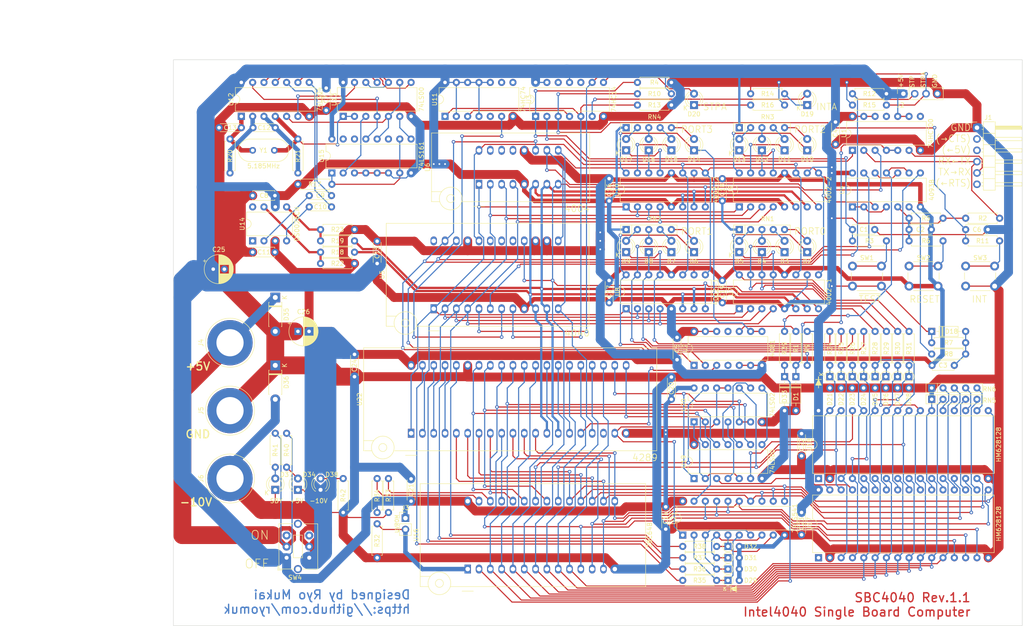
<source format=kicad_pcb>
(kicad_pcb (version 20221018) (generator pcbnew)
  (layers (0 "F.Cu" signal) (31 "B.Cu" signal) (34 "B.Paste" user) (35 "F.Paste" user) (36 "B.SilkS" user "B.Silkscreen") (37 "F.SilkS" user "F.Silkscreen") (38 "B.Mask" user) (39 "F.Mask" user) (44 "Edge.Cuts" user))
  (net 0 "")
  (net 1 "+5V")
  (net 2 "-10V")
  (net 3 "Net-(C1-Pad1)")
  (net 4 "Net-(C2-Pad1)")
  (net 5 "Net-(C6-Pad1)")
  (net 6 "GND")
  (net 7 "Net-(D2-A)")
  (net 8 "Net-(U14-IN_A)")
  (net 9 "Net-(D10-K)")
  (net 10 "Net-(D5-A)")
  (net 11 "Net-(D6-A)")
  (net 12 "Net-(D7-A)")
  (net 13 "Net-(D11-K)")
  (net 14 "Net-(D8-A)")
  (net 15 "Net-(D9-A)")
  (net 16 "Net-(D10-A)")
  (net 17 "Net-(D11-A)")
  (net 18 "BANK4")
  (net 19 "Net-(D12-A)")
  (net 20 "BANK5")
  (net 21 "Net-(D13-A)")
  (net 22 "BANK6")
  (net 23 "Net-(D14-A)")
  (net 24 "BANK7")
  (net 25 "Net-(D15-A)")
  (net 26 "BANK0")
  (net 27 "Net-(D16-A)")
  (net 28 "BANK1")
  (net 29 "Net-(C9-Pad1)")
  (net 30 "BANK2")
  (net 31 "BANK3")
  (net 32 "Net-(D19-A)")
  (net 33 "Net-(U14-IN_B)")
  (net 34 "Net-(D1-K)")
  (net 35 "Net-(D30-K)")
  (net 36 "Net-(D31-K)")
  (net 37 "Net-(D32-K)")
  (net 38 "Net-(C12-Pad1)")
  (net 39 "Net-(D20-A)")
  (net 40 "Net-(D17-A)")
  (net 41 "Net-(D3-A)")
  (net 42 "Net-(D34-A)")
  (net 43 "Net-(D12-K)")
  (net 44 "Net-(D35-K)")
  (net 45 "Net-(C12-Pad2)")
  (net 46 "/ClockGen/CLK1")
  (net 47 "Net-(C13-Pad1)")
  (net 48 "/ClockGen/CLK2")
  (net 49 "ROM_P27")
  (net 50 "ROM_P26")
  (net 51 "Net-(D13-K)")
  (net 52 "ROM_P1")
  (net 53 "Net-(D4-A)")
  (net 54 "/ProgramMemory/RESET")
  (net 55 "/ProgramMemory/D0")
  (net 56 "/ProgramMemory/D1")
  (net 57 "/ProgramMemory/D2")
  (net 58 "/ProgramMemory/D3")
  (net 59 "/ProgramMemory/SYNC")
  (net 60 "ROM_A12")
  (net 61 "A15")
  (net 62 "A14")
  (net 63 "A13")
  (net 64 "~{OE}")
  (net 65 "A12")
  (net 66 "A11")
  (net 67 "A10")
  (net 68 "A9")
  (net 69 "A8")
  (net 70 "Net-(D17-K)")
  (net 71 "~{WE_OPA}")
  (net 72 "~{WE_OPR}")
  (net 73 "Net-(D19-K)")
  (net 74 "C0")
  (net 75 "C1")
  (net 76 "C2")
  (net 77 "C3")
  (net 78 "Net-(D20-K)")
  (net 79 "STP")
  (net 80 "STPA")
  (net 81 "Net-(D29-K)")
  (net 82 "Net-(D36-A)")
  (net 83 "INTA")
  (net 85 "Net-(C10-Pad1)")
  (net 86 "Net-(D37-A)")
  (net 89 "/ProgramMemory/CMROM0")
  (net 90 "IO1")
  (net 91 "IO2")
  (net 92 "Net-(D14-K)")
  (net 93 "Net-(D15-K)")
  (net 94 "Net-(D16-K)")
  (net 95 "Net-(D18-A)")
  (net 96 "Net-(U5-TEST)")
  (net 97 "IO3")
  (net 98 "IO4")
  (net 99 "Net-(RN5-R1)")
  (net 100 "Net-(RN5-R2)")
  (net 101 "Net-(D38-A)")
  (net 102 "Net-(RN5-R3)")
  (net 103 "Net-(RN5-R4)")
  (net 104 "Net-(RN6-R1)")
  (net 105 "Net-(RN6-R2)")
  (net 106 "Net-(RN6-R3)")
  (net 107 "Net-(RN6-R4)")
  (net 108 "/ProgramMemory/CMROM1")
  (net 113 "INT")
  (net 115 "Net-(U1-Pad1)")
  (net 116 "Net-(R6-Pad1)")
  (net 117 "Net-(U15-EP)")
  (net 118 "Net-(U14-OUT_A)")
  (net 119 "Net-(U14-OUT_B)")
  (net 120 "Net-(J1-Pin_4)")
  (net 122 "Net-(J1-Pin_5)")
  (net 124 "Net-(R1-Pad2)")
  (net 125 "Net-(R3-Pad1)")
  (net 126 "Net-(R8-Pad2)")
  (net 128 "OPR0")
  (net 129 "OPR1")
  (net 130 "OPR2")
  (net 131 "OPR3")
  (net 132 "OPA0")
  (net 133 "OPA1")
  (net 134 "OPA2")
  (net 135 "OPA3")
  (net 136 "Net-(R11-Pad1)")
  (net 139 "Net-(U11A-C)")
  (net 140 "A0")
  (net 141 "A1")
  (net 142 "A2")
  (net 143 "A3")
  (net 144 "A4")
  (net 145 "A5")
  (net 146 "A6")
  (net 147 "A7")
  (net 148 "CS~{ROM}RAM")
  (net 151 "Net-(R21-Pad2)")
  (net 152 "Net-(R39-Pad1)")
  (net 153 "Net-(U22-CM)")
  (net 154 "Net-(U10-CM)")
  (net 156 "Net-(U4-Pad1)")
  (net 157 "Net-(U4-Pad10)")
  (net 163 "Net-(U15-QC)")
  (net 164 "Net-(U12-Pad6)")
  (net 165 "Net-(U12-Pad9)")
  (net 166 "Net-(U12-Pad11)")
  (net 167 "Net-(U12-Pad12)")
  (net 168 "Net-(U15-QB)")
  (net 169 "Net-(U15-CLOCK)")
  (net 170 "Net-(U15-LOAD)")
  (net 178 "Net-(U22-FL)")
  (net 179 "Net-(U19-Pad2)")
  (net 180 "Net-(U19-Pad4)")
  (net 181 "Net-(U19-Pad8)")
  (net 182 "Net-(U19-Pad11)")
  (net 183 "Net-(U21-G2)")
  (net 184 "Net-(U21-G1)")
  (footprint "000_MyFootprint:R_Axial_DIN0207_L6.3mm_D2.5mm_P7.62mm_Horizontal" (layer "F.Cu") (at 27.94 25.4 90)
    (fp_text reference "R21")
    (fp_text value "820")
  )
  (footprint "000_MyFootprint:R_Axial_DIN0207_L6.3mm_D2.5mm_P7.62mm_Horizontal" (layer "F.Cu") (at 160.02 10.16 180)
    (fp_text reference "R15")
    (fp_text value "12k")
  )
  (footprint "000_MyFootprint:DIP-16_W7.62mm" (layer "F.Cu") (at 35.56 25.4 90)
    (fp_text reference "U15")
    (fp_text value "74LS161")
  )
  (footprint "000_MyFootprint:CP_Radial_D6.3mm_P2.50mm" (layer "F.Cu") (at 27.94 60.96)
    (fp_text reference "C26")
    (fp_text value "47uF")
  )
  (footprint "000_MyFootprint:DIP-14_W7.62mm" (layer "F.Cu") (at 81.28 12.7 90)
    (fp_text reference "U3")
    (fp_text value "74HC14")
  )
  (footprint "000_MyFootprint:R_Axial_DIN0207_L6.3mm_D2.5mm_P7.62mm_Horizontal" (layer "F.Cu") (at 139.7 68.58 90)
    (fp_text reference "R1")
    (fp_text value "10k")
  )
  (footprint "000_MyFootprint:LED_D3.0mm" (layer "F.Cu") (at 142.24 20.32 90)
    (fp_text reference "D10")
    (fp_text value "LED")
  )
  (footprint "000_MyFootprint:R_Axial_DIN0207_L6.3mm_D2.5mm_P7.62mm_Horizontal" (layer "F.Cu") (at 160.02 60.96 -90)
    (fp_text reference "R29")
    (fp_text value "10k")
  )
  (footprint "000_MyFootprint:DIP-14_W7.62mm" (layer "F.Cu") (at 15.24 12.7 90)
    (fp_text reference "U12")
    (fp_text value "74LS04")
  )
  (footprint "000_MyFootprint:LED_D3.0mm" (layer "F.Cu") (at 33.02 96.52 90)
    (fp_text reference "D38")
    (fp_text value "LED(-10V)")
  )
  (footprint "000_MyFootprint:R_Axial_DIN0207_L6.3mm_D2.5mm_P7.62mm_Horizontal" (layer "F.Cu") (at 185.42 40.64 180)
    (fp_text reference "R11")
    (fp_text value "1k")
  )
  (footprint "000_MyFootprint:C_Disc_D4.3mm_W1.9mm_P5.00mm" (layer "F.Cu") (at 53.34 99.06 90)
    (fp_text reference "C21")
    (fp_text value "0.1uF")
  )
  (footprint "000_MyFootprint:R_Axial_DIN0207_L6.3mm_D2.5mm_P7.62mm_Horizontal" (layer "F.Cu") (at 48.26 101.6 90)
    (fp_text reference "R33")
    (fp_text value "100k")
  )
  (footprint "000_MyFootprint:D_DO-35_SOD27_P2.54mm_Vertical_AnodeUp" (layer "F.Cu") (at 162.509032 71.12 -90)
    (fp_text reference "D27")
    (fp_text value "1N4148")
  )
  (footprint "000_MyFootprint:Banana_Jack_1Pin" (layer "F.Cu") (at 12.7 78.74 90)
    (fp_text reference "J5")
    (fp_text value "GND")
  )
  (footprint "000_MyFootprint:MountingHole_3mm" (layer "F.Cu") (at 5 122)
    (fp_text reference "H3")
    (fp_text value "MountingHole")
  )
  (footprint "000_MyFootprint:R_Axial_DIN0207_L6.3mm_D2.5mm_P7.62mm_Horizontal" (layer "F.Cu") (at 147.32 60.96 -90)
    (fp_text reference "R24")
    (fp_text value "10k")
  )
  (footprint "000_MyFootprint:DIP_Socket-24_W11.9_W12.7_W15.24_W17.78_W18.5_3M_224-1275-00-0602J" (layer "F.Cu") (at 58.42 55.88 90)
    (fp_text reference "U5")
    (fp_text value "4040_CPU")
  )
  (footprint "000_MyFootprint:R_Axial_DIN0207_L6.3mm_D2.5mm_P7.62mm_Horizontal" (layer "F.Cu") (at 165.1 60.96 -90)
    (fp_text reference "R31")
    (fp_text value "10k")
  )
  (footprint "000_MyFootprint:LED_D3.0mm" (layer "F.Cu") (at 137.16 43.18 90)
    (fp_text reference "D3")
    (fp_text value "LED")
  )
  (footprint "000_MyFootprint:C_Disc_D4.3mm_W1.9mm_P5.00mm" (layer "F.Cu") (at 15.24 15.24 180)
    (fp_text reference "C13")
    (fp_text value "50pF")
  )
  (footprint "000_MyFootprint:C_Disc_D4.3mm_W1.9mm_P5.00mm" (layer "F.Cu") (at 35.48 33.02 180)
    (fp_text reference "C10")
    (fp_text value "0.01uF")
  )
  (footprint "000_MyFootprint:Banana_Jack_1Pin" (layer "F.Cu") (at 12.7 63.5 90)
    (fp_text reference "J4")
    (fp_text value "+5V")
  )
  (footprint "000_MyFootprint:D_DO-35_SOD27_P2.54mm_Vertical_AnodeUp" (layer "F.Cu") (at 152.349032 71.12 -90)
    (fp_text reference "D23")
    (fp_text value "1N4148")
  )
  (footprint "000_MyFootprint:R_Axial_DIN0207_L6.3mm_D2.5mm_P7.62mm_Horizontal" (layer "F.Cu") (at 154.94 60.96 -90)
    (fp_text reference "R27")
    (fp_text value "10k")
  )
  (footprint "000_MyFootprint:D_DO-41_SOD81_P7.62mm_Horizontal" (layer "F.Cu") (at 22.86 68.58 -90)
    (fp_text reference "D36")
    (fp_text value "1N4742")
  )
  (footprint "000_MyFootprint:D_DO-35_SOD27_P7.62mm_Horizontal" (layer "F.Cu") (at 139.7 71.12 -90)
    (fp_text reference "D1")
    (fp_text value "1N4148")
  )
  (footprint "000_MyFootprint:DIP-14_W7.62mm" (layer "F.Cu") (at 116.84 68.58 90)
    (fp_text reference "U2")
    (fp_text value "4081")
  )
  (footprint "000_MyFootprint:DIP-32_W15.24mm" (layer "F.Cu") (at 144.78 93.98 90)
    (fp_text reference "U18")
    (fp_text value "HM628128")
  )
  (footprint "000_MyFootprint:LED_D3.0mm" (layer "F.Cu") (at 116.84 10.16 90)
    (fp_text reference "D20")
    (fp_text value "STPA")
  )
  (footprint "000_MyFootprint:LED_D3.0mm" (layer "F.Cu") (at 127 20.32 90)
    (fp_text reference "D13")
    (fp_text value "LED")
  )
  (footprint "000_MyFootprint:DIP-14_W7.62mm" (layer "F.Cu") (at 152.4 20.32 90)
    (fp_text reference "U1")
    (fp_text value "74HCT00")
  )
  (footprint "000_MyFootprint:DIP-16_W7.62mm" (layer "F.Cu") (at 127 55.88 90)
    (fp_text reference "U7")
    (fp_text value "4002-1")
  )
  (footprint "000_MyFootprint:LED_D3.0mm" (layer "F.Cu") (at 22.86 96.52 90)
    (fp_text reference "D37")
    (fp_text value "LED(SBY)")
  )
  (footprint "000_MyFootprint:R_Axial_DIN0207_L6.3mm_D2.5mm_P7.62mm_Horizontal" (layer "F.Cu") (at 25.4 83.82 -90)
    (fp_text reference "R40")
    (fp_text value "100k")
  )
  (footprint "000_MyFootprint:R_Axial_DIN0207_L6.3mm_D2.5mm_P7.62mm_Horizontal" (layer "F.Cu") (at 114.3 111.76)
    (fp_text reference "R37")
    (fp_text value "4.7k")
  )
  (footprint "000_MyFootprint:C_Disc_D4.3mm_W1.9mm_P5.00mm" (layer "F.Cu") (at 97.79 54.53 90)
    (fp_text reference "C17")
    (fp_text value "0.1uF")
  )
  (footprint "000_MyFootprint:D_DO-35_SOD27_P2.54mm_Vertical_AnodeUp" (layer "F.Cu") (at 159.894516 71.12 -90)
    (fp_text reference "D26")
    (fp_text value "1N4148")
  )
  (footprint "000_MyFootprint:R_Axial_DIN0207_L6.3mm_D2.5mm_P7.62mm_Horizontal" (layer "F.Cu") (at 177.8 66.04 180)
    (fp_text reference "R8")
    (fp_text value "1k")
  )
  (footprint "000_MyFootprint:D_DO-35_SOD27_P2.54mm_Vertical_AnodeUp" (layer "F.Cu") (at 157.48 71.12 -90)
    (fp_text reference "D25")
    (fp_text value "1N4148")
  )
  (footprint "000_MyFootprint:R_Axial_DIN0207_L6.3mm_D2.5mm_P7.62mm_Horizontal" (layer "F.Cu") (at 114.3 109.22)
    (fp_text reference "R38")
    (fp_text value "4.7k")
  )
  (footprint "000_MyFootprint:D_DO-35_SOD27_P2.54mm_Vertical_AnodeUp" (layer "F.Cu") (at 154.889032 71.12 -90)
    (fp_text reference "D24")
    (fp_text value "1N4148")
  )
  (footprint "000_MyFootprint:Crystal_HC49-U_Vertical" (layer "F.Cu") (at 17.78 20.32)
    (fp_text reference "Y1")
    (fp_text value "5.185MHz")
  )
  (footprint "000_MyFootprint:D_DO-35_SOD27_P7.62mm_Horizontal" (layer "F.Cu") (at 170.18 60.96)
    (fp_text reference "D18")
    (fp_text value "1N4148")
  )
  (footprint "000_MyFootprint:R_Axial_DIN0207_L6.3mm_D2.5mm_P7.62mm_Horizontal" (layer "F.Cu") (at 160.02 7.62 180)
    (fp_text reference "R12")
    (fp_text value "10k")
  )
  (footprint "000_MyFootprint:PinHeader_1x02_P2.54mm_Vertical" (layer "F.Cu") (at 52.07 102.87)
    (fp_text reference "J3")
    (fp_text value "UVROM")
  )
  (footprint "000_MyFootprint:R_Axial_DIN0207_L6.3mm_D2.5mm_P7.62mm_Horizontal" (layer "F.Cu") (at 157.48 60.96 -90)
    (fp_text reference "R28")
    (fp_text value "10k")
  )
  (footprint "000_MyFootprint:R_Axial_DIN0207_L6.3mm_D2.5mm_P7.62mm_Horizontal" (layer "F.Cu") (at 22.86 83.82 -90)
    (fp_text reference "R41")
    (fp_text value "100k")
  )
  (footprint "000_MyFootprint:R_Axial_DIN0207_L6.3mm_D2.5mm_P7.62mm_Horizontal" (layer "F.Cu") (at 160.02 40.64 180)
    (fp_text reference "R3")
    (fp_text value "1k")
  )
  (footprint "000_MyFootprint:C_Disc_D4.3mm_W1.9mm_P5.00mm" (layer "F.Cu") (at 113.03 67.31 90)
    (fp_text reference "C5")
    (fp_text value "0.1uF")
  )
  (footprint "000_MyFootprint:DIP-8_W7.62mm" (layer "F.Cu") (at 17.78 40.64 90)
    (fp_text reference "U14")
    (fp_text value "DS0026CN")
  )
  (footprint "000_MyFootprint:R_Axial_DIN0207_L6.3mm_D2.5mm_P7.62mm_Horizontal" (layer "F.Cu") (at 35.56 27.94 180)
    (fp_text reference "R17")
    (fp_text value "1k")
  )
  (footprint "000_MyFootprint:D_DO-35_SOD27_P2.54mm_Vertical_AnodeUp" (layer "F.Cu") (at 149.86 71.12 -90)
    (fp_text reference "D22")
    (fp_text value "1N4148")
  )
  (footprint "000_MyFootprint:R_Axial_DIN0207_L6.3mm_D2.5mm_P7.62mm_Horizontal" (layer "F.Cu") (at 137.16 7.62 180)
    (fp_text reference "R14")
    (fp_text value "100k")
  )
  (footprint "000_MyFootprint:R_Axial_DIN0207_L6.3mm_D2.5mm_P7.62mm_Horizontal" (layer "F.Cu") (at 170.18 63.5)
    (fp_text reference "R7")
    (fp_text value "100k")
  )
  (footprint "000_MyFootprint:C_Disc_D4.3mm_W1.9mm_P5.00mm" (layer "F.Cu") (at 97.79 31.67 90)
    (fp_text reference "C16")
    (fp_text value "0.1uF")
  )
  (footprint "000_MyFootprint:D_DO-35_SOD27_P2.54mm_Vertical_AnodeUp" (layer "F.Cu") (at 165.049032 71.12 -90)
    (fp_text reference "D28")
    (fp_text value "1N4148")
  )
  (footprint "000_MyFootprint:C_Disc_D4.7mm_W2.5mm_P5.00mm" (layer "F.Cu") (at 165.1 38.1)
    (fp_text reference "C2")
    (fp_text value "1uF")
  )
  (footprint "000_MyFootprint:D_DO-35_SOD27_P2.54mm_Vertical_AnodeUp" (layer "F.Cu") (at 124.46 109.22)
    (fp_text reference "D32")
    (fp_text value "1N4148")
  )
  (footprint "000_MyFootprint:R_Axial_DIN0207_L6.3mm_D2.5mm_P7.62mm_Horizontal" (layer "F.Cu") (at 165.1 35.56)
    (fp_text reference "R5")
    (fp_text value "10k")
  )
  (footprint "000_MyFootprint:SW_DPDT_Toggle_with_mount" (layer "F.Cu") (at 25.4 111.76 90)
    (fp_text reference "SW4")
    (fp_text value "SW_DPDT")
  )
  (footprint "000_MyFootprint:C_Disc_D4.3mm_W1.9mm_P5.00mm" (layer "F.Cu") (at 123.19 31.67 90)
    (fp_text reference "C18")
    (fp_text value "0.1uF")
  )
  (footprint "000_MyFootprint:DIP_Socket-40_W11.9_W12.7_W15.24_W17.78_W18.5_3M_240-1280-00-0602J" (layer "F.Cu") (at 53.34 83.82 90)
    (fp_text reference "U22")
    (fp_text value "4289_MEMORY_IF")
  )
  (footprint "000_MyFootprint:R_Axial_DIN0207_L6.3mm_D2.5mm_P7.62mm_Horizontal" (layer "F.Cu") (at 33.02 43.18)
    (fp_text reference "R18")
    (fp_text value "110")
  )
  (footprint "000_MyFootprint:DIP-16_W7.62mm" (layer "F.Cu") (at 127 33.02 90)
    (fp_text reference "U9")
    (fp_text value "4002-2")
  )
  (footprint "000_MyFootprint:C_Disc_D4.7mm_W2.5mm_P5.00mm" (layer "F.Cu") (at 152.4 38.1)
    (fp_text reference "C1")
    (fp_text value "1uF")
  )
  (footprint "000_MyFootprint:R_Axial_DIN0207_L6.3mm_D2.5mm_P7.62mm_Horizontal" (layer "F.Cu") (at 104.14 10.16)
    (fp_text reference "R13")
    (fp_text value "12k")
  )
  (footprint "000_MyFootprint:R_Axial_DIN0207_L6.3mm_D2.5mm_P7.62mm_Horizontal" (layer "F.Cu") (at 104.14 5.08)
    (fp_text reference "R4")
    (fp_text value "10k")
  )
  (footprint "000_MyFootprint:DIP-16_W7.62mm" (layer "F.Cu") (at 101.6 33.02 90)
    (fp_text reference "U10")
    (fp_text value "4002-2")
  )
  (footprint "000_MyFootprint:C_Disc_D4.3mm_W1.9mm_P5.00mm" (layer "F.Cu") (at 17.86 15.24)
    (fp_text reference "C12")
    (fp_text value "0.01uF")
  )
  (footprint "000_MyFootprint:DIP_Socket-28_W11.9_W12.7_W15.24_W17.78_W18.5_3M_228-1277-00-0602J" (layer "F.Cu") (at 66.04 114.3 90)
    (fp_text reference "U16")
    (fp_text value "28C64B")
  )
  (footprint "000_MyFootprint:C_Disc_D4.3mm_W1.9mm_P5.00mm" (layer "F.Cu") (at 148.59 13.97 -90)
    (fp_text reference "C4")
    (fp_text value "0.1uF")
  )
  (footprint "000_MyFootprint:R_Array_SIP5" (layer "F.Cu") (at 127 38.1)
    (fp_text reference "RN1")
    (fp_text value "100k")
  )
  (footprint "000_MyFootprint:R_Axial_DIN0207_L6.3mm_D2.5mm_P7.62mm_Horizontal" (layer "F.Cu") (at 114.3 114.3)
    (fp_text reference "R36")
    (fp_text value "4.7k")
  )
  (footprint "000_MyFootprint:MountingHole_3mm" (layer "F.Cu") (at 5 5)
    (fp_text reference "H1")
    (fp_text value "MountingHole")
  )
  (footprint "000_MyFootprint:DIP-14_W7.62mm" (layer "F.Cu") (at 38.1 12.7 90)
    (fp_text reference "U13")
    (fp_text value "74LS00")
  )
  (footprint "000_MyFootprint:LED_D3.0mm" (layer "F.Cu") (at 101.6 43.18 90)
    (fp_text reference "D9")
    (fp_text value "LED")
  )
  (footprint "000_MyFootprint:R_Array_SIP5" (layer "F.Cu") (at 101.6 38.1)
    (fp_text reference "RN2")
    (fp_text value "100k")
  )
  (footprint "000_MyFootprint:D_DO-41_SOD81_P7.62mm_Horizontal" (layer "F.Cu") (at 22.86 53.34 -90)
    (fp_text reference "D35")
    (fp_text value "1N4735")
  )
  (footprint "000_MyFootprint:R_Array_SIP5" (layer "F.Cu") (at 101.6 15.24)
    (fp_text reference "RN4")
    (fp_text value "100k")
  )
  (footprint "000_MyFootprint:LED_D3.0mm" (layer "F.Cu") (at 132.08 20.32 90)
    (fp_text reference "D12")
    (fp_text value "LED")
  )
  (footprint "000_MyFootprint:PinSocket_1x04_P2.54mm_Vertical" (layer "F.Cu") (at 163.83 7.62 90)
    (fp_text reference "J2")
    (fp_text value "STEP")
  )
  (footprint "000_MyFootprint:C_Disc_D4.7mm_W2.5mm_P5.00mm" (layer "F.Cu") (at 17.78 30.48)
    (fp_text reference "C8")
    (fp_text value "1uF")
  )
  (footprint "000_MyFootprint:D_DO-35_SOD27_P7.62mm_Horizontal" (layer "F.Cu") (at 137.16 71.12 -90)
    (fp_text reference "D33")
    (fp_text value "1N4148")
  )
  (footprint "000_MyFootprint:R_Array_SIP5" (layer "F.Cu") (at 170.18 73.66)
    (fp_text reference "RN6")
    (fp_text value "100k")
  )
  (footprint "000_MyFootprint:LED_D3.0mm" (layer "F.Cu") (at 27.94 96.52 90)
    (fp_text reference "D34")
    (fp_text value "LED(5V)")
  )
  (footprint "000_MyFootprint:SW_PUSH_6mm_H4.3mm" (layer "F.Cu") (at 158.9 50.8 180)
    (fp_text reference "SW1")
    (fp_text value "~{TEST}")
  )
  (footprint "000_MyFootprint:R_Axial_DIN0207_L6.3mm_D2.5mm_P7.62mm_Horizontal" (layer "F.Cu") (at 142.24 60.96 -90)
    (fp_text reference "R9")
    (fp_text value "100k")
  )
  (footprint "000_MyFootprint:DIP_Socket-16_W4.3_W5.08_W7.62_W10.16_W10.9_3M_216-3340-00-0602J" (layer "F.Cu") (at 68.58 27.94 90)
    (fp_text reference "U6")
    (fp_text value "4004_CPU")
  )
  (footprint "000_MyFootprint:R_Axial_DIN0207_L6.3mm_D2.5mm_P7.62mm_Horizontal" (layer "F.Cu") (at 114.3 116.84)
    (fp_text reference "R35")
    (fp_text value "4.7k")
  )
  (footprint "000_MyFootprint:R_Axial_DIN0207_L6.3mm_D2.5mm_P7.62mm_Horizontal" (layer "F.Cu") (at 45.72 111.76 90)
    (fp_text reference "R32")
    (fp_text value "100k")
  )
  (footprint "000_MyFootprint:C_Disc_D4.3mm_W1.9mm_P5.00mm" (layer "F.Cu") (at 40.64 71.12 90)
    (fp_text reference "C24")
    (fp_text value "0.1uF")
  )
  (footprint "000_MyFootprint:DIP-32_W15.24mm" (layer "F.Cu") (at 144.78 111.76 90)
    (fp_text reference "U17")
    (fp_text value "HM628128")
  )
  (footprint "000_MyFootprint:R_Axial_DIN0207_L6.3mm_D2.5mm_P7.62mm_Horizontal" (layer "F.Cu") (at 40.64 38.1 180)
    (fp_text reference "R23")
    (fp_text value "5.6k")
  )
  (footprint "000_MyFootprint:C_Disc_D4.3mm_W1.9mm_P5.00mm" (layer "F.Cu") (at 140.97 101.6 -90)
    (fp_text reference "C23")
    (fp_text value "0.1uF")
  )
  (footprint "000_MyFootprint:C_Disc_D4.3mm_W1.9mm_P5.00mm" (layer "F.Cu") (at 140.97 83.9 -90)
    (fp_text reference "C22")
    (fp_text value "0.1uF")
  )
  (footprint "000_MyFootprint:LED_D3.0mm" (layer "F.Cu") (at 111.76 20.32 90)
    (fp_text reference "D15")
    (fp_text value "LED")
  )
  (footprint "000_MyFootprint:R_Axial_DIN0207_L6.3mm_D2.5mm_P7.62mm_Horizontal" (layer "F.Cu") (at 129.54 10.16)
    (fp_text reference "R16")
    (fp_text value "100k")
  )
  (footprint "000_MyFootprint:R_Axial_DIN0207_L6.3mm_D2.5mm_P7.62mm_Horizontal" (layer "F.Cu") (at 38.1 101.6 90)
    (fp_text reference "R42")
    (fp_text value "100k")
  )
  (footprint "000_MyFootprint:C_Disc_D4.7mm_W2.5mm_P5.00mm" (layer "F.Cu") (at 177.8 38.1)
    (fp_text reference "C6")
    (fp_text value "1uF")
  )
  (footprint "000_MyFootprint:MountingHole_3mm" (layer "F.Cu") (at 185.5 122)
    (fp_text reference "H4")
    (fp_text value "MountingHole")
  )
  (footprint "000_MyFootprint:LED_D3.0mm" (layer "F.Cu") (at 127 43.18 90)
    (fp_text reference "D5")
    (fp_text value "LED")
  )
  (footprint "000_MyFootprint:LED_D3.0mm" (layer "F.Cu") (at 106.68 43.18 90)
    (fp_text reference "D8")
    (fp_text value "LED")
  )
  (footprint "000_MyFootprint:LED_D3.0mm" (layer "F.Cu") (at 116.84 20.32 90)
    (fp_text reference "D14")
    (fp_text value "LED")
  )
  (footprint "000_MyFootprint:C_Disc_D4.3mm_W1.9mm_P5.00mm" (layer "F.Cu") (at 111.76 76.2 90)
    (fp_text reference "C20")
    (fp_text value "0.1uF")
  )
  (footprint "000_MyFootprint:LED_D3.0mm" (layer "F.Cu") (at 132.08 43.18 90)
    (fp_text reference "D4")
    (fp_text value "LED")
  )
  (footprint "000_MyFootprint:C_Disc_D4.7mm_W2.5mm_P5.00mm" (layer "F.Cu") (at 175.26 68.58 180)
    (fp_text reference "C3")
    (fp_text value "10uF")
  )
  (footprint "000_MyFootprint:R_Axial_DIN0207_L6.3mm_D2.5mm_P7.62mm_Horizontal" (layer "F.Cu") (at 152.4 60.96 -90)
    (fp_text reference "R26")
    (fp_text value "10k")
  )
  (footprint "000_MyFootprint:R_Axial_DIN0207_L6.3mm_D2.5mm_P7.62mm_Horizontal" (layer "F.Cu") (at 33.02 40.64)
    (fp_text reference "R19")
    (fp_text value "110")
  )
  (footprint "000_MyFootprint:DIP-14_W7.62mm" (layer "F.Cu") (at 60.955 12.7 90)
    (fp_text reference "U11")
    (fp_text value "74HC74")
  )
  (footprint "000_MyFootprint:MountingHole_3mm" (layer "F.Cu") (at 185.5 5)
    (fp_text reference "H2")
    (fp_text value "MountingHole")
  )
  (footprint "000_MyFootprint:R_Array_SIP5" (layer "F.Cu") (at 170.18 76.2)
    (fp_text reference "RN5")
    (fp_text value "100k")
  )
  (footprint "000_MyFootprint:R_Axial_DIN0207_L6.3mm_D2.5mm_P7.62mm_Horizontal" (layer "F.Cu") (at 45.72 93.98 -90)
    (fp_text reference "R34")
    (fp_text value "100k")
  )
  (footprint "000_MyFootprint:C_Disc_D4.3mm_W1.9mm_P5.00mm" (layer "F.Cu") (at 35.48 30.48 180)
    (fp_text reference "C9")
    (fp_text value "0.01uF")
  )
  (footprint "000_MyFootprint:R_Axial_DIN0207_L6.3mm_D2.5mm_P7.62mm_Horizontal" (layer "F.Cu") (at 12.7 17.78 -90)
    (fp_text reference "R20")
    (fp_text value "820")
  )
  (footprint "000_MyFootprint:DIP-20_W7.62mm" (layer "F.Cu") (at 114.3 106.68 90)
    (fp_text reference "U21")
    (fp_text value "74LS541")
  )
  (footprint "000_MyFootprint:DIP-14_W7.62mm" (layer "F.Cu") (at 116.84 93.98 90)
    (fp_text reference "U19")
    (fp_text value "74LS00")
  )
  (footprint "000_MyFootprint:R_Axial_DIN0207_L6.3mm_D2.5mm_P7.62mm_Horizontal" (layer "F.Cu") (at 162.56 60.96 -90)
    (fp_text reference "R30")
    (fp_text value "10k")
  )
  (footprint "000_MyFootprint:DIP-14_W7.62mm" (layer "F.Cu") (at 152.4 33.02 90)
    (fp_text reference "U4")
    (fp_text value "4093B")
  )
  (footprint "000_MyFootprint:R_Axial_DIN0207_L6.3mm_D2.5mm_P7.62mm_Horizontal" (layer "F.Cu") (at 111.76 7.62 180)
    (fp_text reference "R10")
    (fp_text value "10k")
  )
  (footprint "000_MyFootprint:LED_D3.0mm" (layer "F.Cu") (at 101.6 20.32 90)
    (fp_text reference "D17")
    (fp_text value "LED")
  )
  (footprint "000_MyFootprint:LED_D3.0mm" (layer "F.Cu") (at 137.16 20.32 90)
    (fp_text reference "D11")
    (fp_text value "LED")
  )
  (footprint "000_MyFootprint:LED_D3.0mm" (layer "F.Cu") (at 142.24 43.18 90)
    (fp_text reference "D2")
    (fp_text value "LED")
  )
  (footprint "000_MyFootprint:R_Axial_DIN0207_L6.3mm_D2.5mm_P7.62mm_Horizontal" (layer "F.Cu") (at 172.72 40.64 180)
    (fp_text reference "R6")
    (fp_text value "1k")
  )
  (footprint "000_MyFootprint:DIP-14_W7.62mm" (layer "F.Cu") (at 116.84 81.28 90)
    (fp_text reference "U20")
    (fp_text value "74LS02")
  )
  (footprint "000_MyFootprint:D_DO-35_SOD27_P2.54mm_Vertical_AnodeUp" (layer "F.Cu") (at 124.46 111.76)
    (fp_text reference "D31")
    (fp_text value "1N4148")
  )
  (footprint "000_MyFootprint:Banana_Jack_1Pin" (layer "F.Cu") (at 12.7 93.98 90)
    (fp_text reference "J6")
    (fp_text value "-10V")
  )
  (footprint "000_MyFootprint:C_Disc_D4.3mm_W1.9mm_P5.00mm" (layer "F.Cu") (at 110.49 100.33 -90)
    (fp_text reference "C14")
    (fp_text value "0.1uF")
  )
  (footprint "000_MyFootprint:D_DO-35_SOD27_P2.54mm_Vertical_AnodeUp" (layer "F.Cu") (at 124.46 114.3)
    (fp_text reference "D30")
    (fp_text value "1N4148")
  )
  (footprint "000_MyFootprint:R_Axial_DIN0207_L6.3mm_D2.5mm_P7.62mm_Horizontal" (layer "F.Cu") (at 149.86 60.96 -90)
    (fp_text reference "R25")
    (fp_text value "10k")
  )
  (footprint "000_MyFootprint:SW_PUSH_6mm_H4.3mm" (layer "F.Cu") (at 171.6 50.8 180)
    (fp_text reference "SW2")
    (fp_text value "RESET")
  )
  (footprint "000_MyFootprint:C_Disc_D4.7mm_W2.5mm_P5.00mm" (layer "F.Cu") (at 17.78 43.18)
    (fp_text reference "C11")
    (fp_text value "1uF")
  )
  (footprint "000_MyFootprint:DIP-16_W7.62mm" (layer "F.Cu") (at 101.6 55.88 90)
    (fp_text reference "U8")
    (fp_text value "4002-1")
  )
  (footprint "000_MyFootprint:C_Disc_D4.3mm_W1.9mm_P5.00mm" (layer "F.Cu") (at 123.19 54.53 90)
    (fp_text reference "C19")
    (fp_text value "0.1uF")
  )
  (footprint "000_MyFootprint:D_DO-35_SOD27_P2.54mm_Vertical_AnodeUp" (layer "F.Cu") (at 147.32 71.12 -90)
    (fp_text reference "D21")
    (fp_text value "1N4148")
  )
  (footprint "000_MyFootprint:C_Disc_D4.3mm_W1.9mm_P5.00mm" (layer "F.Cu") (at 45.72 45.72 90)
    (fp_text reference "C15")
    (fp_text value "0.1uF")
  )
  (footprint "000_MyFootprint:R_Axial_DIN0207_L6.3mm_D2.5mm_P7.62mm_Horizontal" (layer "F.Cu") (at 177.8 35.56)
    (fp_text reference "R2")
    (fp_text value "10k")
  )
  (footprint "000_MyFootprint:PinHeader_1x06_P2.54mm_Horizontal" (layer "F.Cu") (at 180.34 15.24)
    (fp_text reference "J1")
    (fp_text value "UART(TTL)")
  )
  (footprint "000_MyFootprint:LED_D3.0mm" (layer "F.Cu") (at 116.84 43.18 90)
    (fp_text reference "D6")
    (fp_text value "LED")
  )
  (footprint "000_MyFootprint:LED_D3.0mm" (layer "F.Cu") (at 142.24 10.16 90)
    (fp_text reference "D19")
    (fp_text value "INTA")
  )
  (footprint "000_MyFootprint:R_Array_SIP5" (layer "F.Cu") (at 127 15.24)
    (fp_text reference "RN3")
    (fp_text value "100k")
  )
  (footprint "000_MyFootprint:SW_PUSH_6mm_H4.3mm" (layer "F.Cu") (at 184.3 50.8 180)
    (fp_text reference "SW3")
    (fp_text value "INT")
  )
  (footprint "000_MyFootprint:R_Axial_DIN0207_L6.3mm_D2.5mm_P7.62mm_Horizontal" (layer "F.Cu") (at 137.16 60.96 -90)
    (fp_text reference "R39")
    (fp_text value "10k")
  )
  (footprint "000_MyFootprint:LED_D3.0mm" (layer "F.Cu") (at 111.76 43.18 90)
    (fp_text reference "D7")
    (fp_text value "LED")
  )
  (footprint "000_MyFootprint:C_Disc_D4.3mm_W1.9mm_P5.00mm" (layer "F.Cu") (at 34.29 6.35 -90)
    (fp_text reference "C7")
    (fp_text value "0.1uF")
  )
  (footprint "000_MyFootprint:R_Axial_DIN0207_L6.3mm_D2.5mm_P7.62mm_Horizontal" (layer "F.Cu") (at 40.64 45.72 180)
    (fp_text reference "R22")
    (fp_text value "5.6k")
  )
  (footprint "000_MyFootprint:D_DO-35_SOD27_P2.54mm_Vertical_AnodeUp" (layer "F.Cu") (at 124.46 116.84)
    (fp_text reference "D29")
    (fp_text value "1N4148")
  )
  (footprint "000_MyFootprint:LED_D3.0mm" (layer "F.Cu") (at 106.68 20.32 90)
    (fp_text reference "D16")
    (fp_text value "LED")
  )
  (footprint "000_MyFootprint:CP_Radial_D6.3mm_P2.50mm" (layer "F.Cu") (at 8.93 46.99)
    (fp_text reference "C25")
    (fp_text value "47uF")
  )
  (gr_line (start 126.365 118.745) (end 125.095 118.745) (stroke (width 0.15)) (layer "F.SilkS"))
  (gr_line (start 145.415 71.755) (end 144.145 71.755) (stroke (width 0.15)) (layer "F.SilkS"))
  (gr_line (start 127 118.745) (end 124.46 118.745) (stroke (width 0.15)) (layer "F.SilkS"))
  (gr_line (start 144.78 72.39) (end 144.78 71.12) (stroke (width 0.15)) (layer "F.SilkS"))
  (gr_line (start 144.78 73.66) (end 144.78 71.12) (stroke (width 0.15)) (layer "F.SilkS"))
  (gr_poly (pts (xy 144.78 71.755) (xy 144.145 73.025) (xy 145.415 73.025)) (stroke (width 0.15)) (fill solid) (layer "F.SilkS"))
  (gr_line (start 125.095 118.11) (end 125.095 119.38) (stroke (width 0.15)) (layer "F.SilkS"))
  (gr_poly (pts (xy 125.095 118.745) (xy 126.365 119.38) (xy 126.365 118.11)) (stroke (width 0.15)) (fill solid) (layer "F.SilkS"))
  (gr_rect locked (start 0 0) (end 190.5 127) (stroke (width 0.1)) (fill none) (layer "Edge.Cuts"))
  (gr_text "SBC4040 Rev.1.1\nIntel4040 Single Board Computer" (at 179.07 125.095) (layer "F.Cu") (effects (font (size 2 2) (thickness 0.3) bold) (justify right bottom)))
  (gr_text "Designed by Ryo Mukai\nhttps://github.com/ryomuk" (at 53.34 124.46) (layer "B.Cu") (effects (font (size 2 2) (thickness 0.3) bold) (justify left bottom mirror)))
  (gr_text "4289" (at 102.87 90.17) (layer "F.SilkS") (effects (font (size 1.5 1.5)) (justify left bottom)))
  (gr_text "K" (at 146.05 71.12 90) (layer "F.SilkS") (effects (font (size 1 1)) (justify left bottom)))
  (gr_text "~{TEST}" (at 153.67 54.61) (layer "F.SilkS") (effects (font (size 1.5 1.5)) (justify left bottom)))
  (gr_text "K" (at 139.7 11.43) (layer "F.SilkS") (effects (font (size 1 1)) (justify left bottom)))
  (gr_text "STPA" (at 168.91 6.35 90) (layer "F.SilkS") (effects (font (size 1 1)) (justify left bottom)))
  (gr_text "SBY" (at 21.59 99.568) (layer "F.SilkS") (effects (font (size 1 1)) (justify left bottom)))
  (gr_text "INTA" (at 144.145 11.43) (layer "F.SilkS") (effects (font (size 1.5 1.5)) (justify left bottom)))
  (gr_text "STPA" (at 118.745 11.43) (layer "F.SilkS") (effects (font (size 1.5 1.5)) (justify left bottom)))
  (gr_text "-10V" (at 1.27 100.33) (layer "F.SilkS") (effects (font (size 1.8 1.8) (thickness 0.3)) (justify left bottom)))
  (gr_text "4040" (at 87.63 62.23) (layer "F.SilkS") (effects (font (size 1.5 1.5)) (justify left bottom)))
  (gr_text "K" (at 114.3 11.43) (layer "F.SilkS") (effects (font (size 1 1)) (justify left bottom)))
  (gr_text "GND" (at 171.45 6.35 90) (layer "F.SilkS") (effects (font (size 1 1)) (justify left bottom)))
  (gr_text "STP" (at 166.37 6.35 90) (layer "F.SilkS") (effects (font (size 1 1)) (justify left bottom)))
  (gr_text "+5V" (at 26.035 99.568) (layer "F.SilkS") (effects (font (size 1 1)) (justify left bottom)))
  (gr_text "K" (at 124.46 44.45) (layer "F.SilkS") (effects (font (size 1 1)) (justify left bottom)))
  (gr_text "K\n" (at 123.19 119.38) (layer "F.SilkS") (effects (font (size 1 1)) (justify left bottom)))
  (gr_text "PORT3" (at 113.81 16.51) (layer "F.SilkS") (effects (font (size 1.5 1.5)) (justify left bottom)))
  (gr_text "K" (at 99.06 44.45) (layer "F.SilkS") (effects (font (size 1 1)) (justify left bottom)))
  (gr_text "INT\n" (at 179.07 54.61) (layer "F.SilkS") (effects (font (size 1.5 1.5)) (justify left bottom)))
  (gr_text "K" (at 124.46 21.59) (layer "F.SilkS") (effects (font (size 1 1)) (justify left bottom)))
  (gr_text "PORT2" (at 139.21 16.51) (layer "F.SilkS") (effects (font (size 1.5 1.5)) (justify left bottom)))
  (gr_text "ON\n\nOFF" (at 21.59 114.3) (layer "F.SilkS") (effects (font (size 2 2)) (justify right bottom)))
  (gr_text "+5V" (at 2.54 69.85) (layer "F.SilkS") (effects (font (size 1.8 1.8) (thickness 0.3)) (justify left bottom)))
  (gr_text "GND\n(→CTS)\n(←5V)\nRX←TX\nTX→RX\n(←RTS)" (at 179.07 28.575) (layer "F.SilkS") (effects (font (size 1.55 1.5)) (justify right bottom)))
  (gr_text "PORT0" (at 139.21 39.37) (layer "F.SilkS") (effects (font (size 1.5 1.5)) (justify left bottom)))
  (gr_text "-10V" (at 30.48 99.568) (layer "F.SilkS") (effects (font (size 1 1)) (justify left bottom)))
  (gr_text "PORT1" (at 113.81 39.37) (layer "F.SilkS") (effects (font (size 1.5 1.5)) (justify left bottom)))
  (gr_text "4004" (at 87.63 34.29) (layer "F.SilkS") (effects (font (size 1.5 1.5)) (justify left bottom)))
  (gr_text "GND" (at 2.54 85.09) (layer "F.SilkS") (effects (font (size 1.8 1.8) (thickness 0.3)) (justify left bottom)))
  (gr_text "K" (at 99.06 21.59) (layer "F.SilkS") (effects (font (size 1 1)) (justify left bottom)))
  (gr_text "+5V" (at 163.83 6.35 90) (layer "F.SilkS") (effects (font (size 1 1)) (justify left bottom)))
  (gr_text "K" (at 20.32 97.79) (layer "F.SilkS") (effects (font (size 1 1)) (justify left bottom)))
  (gr_text "RESET" (at 165.1 54.61) (layer "F.SilkS") (effects (font (size 1.5 1.5)) (justify left bottom)))
  (segment (start 78.74 55.88) (end 80.889999 53.730001) (width 1) (layer "F.Cu") (net 1))
  (segment (start 78.74 55.42471) (end 78.74 55.88) (width 2) (layer "F.Cu") (net 1))
  (segment (start 123.34 31.52) (end 123.19 31.67) (width 1) (layer "F.Cu") (net 1))
  (segment (start 152.4 12.7) (end 157.48 12.7) (width 0.25) (layer "F.Cu") (net 1))
  (segment (start 97.94 31.52) (end 97.79 31.67) (width 1) (layer "F.Cu") (net 1))
  (segment (start 80.889999 53.730001) (end 96.990001 53.730001) (width 1) (layer "F.Cu") (net 1))
  (segment (start 169.06 60.96) (end 158.9 50.8) (width 0.25) (layer "F.Cu") (net 1))
  (segment (start 97.79 54.53) (end 98.589999 53.730001) (width 1) (layer "F.Cu") (net 1))
  (segment (start 76.65529 53.34) (end 78.74 55.42471) (width 2) (layer "F.Cu") (net 1))
  (segment (start 152.4 50.8) (end 147.761572 50.8) (width 0.25) (layer "F.Cu") (net 1))
  (segment (start 162.56 12.7) (end 165.1 12.7) (width 0.25) (layer "F.Cu") (net 1))
  (segment (start 22.78 30.48) (end 25.4 30.48) (width 2) (layer "F.Cu") (net 1))
  (segment (start 45.72 49.53) (end 49.53 53.34) (width 2) (layer "F.Cu") (net 1))
  (segment (start 101.6 83.82) (end 116.84 83.82) (width 2) (layer "F.Cu") (net 1))
  (segment (start 140.89 83.82) (end 140.97 83.9) (width 2) (layer "F.Cu") (net 1))
  (segment (start 114.3 99.06) (end 111.76 99.06) (width 2) (layer "F.Cu") (net 1))
  (segment (start 81.03 31.67) (end 97.79 31.67) (width 1) (layer "F.Cu") (net 1))
  (segment (start 170.18 60.96) (end 169.06 60.96) (width 0.25) (layer "F.Cu") (net 1))
  (segment (start 29.07137 27.94) (end 33.61137 23.4) (width 2) (layer "F.Cu") (net 1))
  (segment (start 116.84 60.96) (end 114.38 60.96) (width 2) (layer "F.Cu") (net 1))
  (segment (start 116.84 60.96) (end 121.92 60.96) (width 0.25) (layer "F.Cu") (net 1))
  (segment (start 116.84 86.36) (end 116.84 83.82) (width 2) (layer "F.Cu") (net 1))
  (segment (start 114.38 60.96) (end 113.03 62.31) (width 2) (layer "F.Cu") (net 1))
  (segment (start 111.76 33.02) (end 113.26 31.52) (width 1) (layer "F.Cu") (net 1))
  (segment (start 59.69 23.4) (end 60.96 23.4) (width 2) (layer "F.Cu") (net 1))
  (segment (start 98.589999 53.730001) (end 109.610001 53.730001) (width 1) (layer "F.Cu") (net 1))
  (segment (start 172.72 35.56) (end 171.595 36.685) (width 0.25) (layer "F.Cu") (net 1))
  (segment (start 110.49 100.33) (end 101.6 100.33) (width 2) (layer "F.Cu") (net 1))
  (segment (start 110.26 31.52) (end 97.94 31.52) (width 1) (layer "F.Cu") (net 1))
  (segment (start 177.8 35.56) (end 172.72 35.56) (width 0.25) (layer "F.Cu") (net 1))
  (segment (start 111.76 33.02) (end 110.26 31.52) (width 1) (layer "F.Cu") (net 1))
  (segment (start 137.16 33.02) (end 135.66 31.52) (width 1) (layer "F.Cu") (net 1))
  (segment (start 153.525 36.685) (end 152.4 35.56) (width 0.25) (layer "F.Cu") (net 1))
  (segment (start 100.67 101.26) (end 67.78471 101.26) (width 2) (layer "F.Cu") (net 1))
  (segment (start 49.53 53.34) (end 76.65529 53.34) (width 2) (layer "F.Cu") (net 1))
  (segment (start 122.390001 53.730001) (end 123.19 54.53) (width 1) (layer "F.Cu") (net 1))
  (segment (start 96.990001 53.730001) (end 97.79 54.53) (width 1) (layer "F.Cu") (net 1))
  (segment (start 62.135 23.4) (end 64.475 25.74) (width 2) (layer "F.Cu") (net 1))
  (segment (start 66.04 99.06) (end 66.04 99.51529) (width 2) (layer "F.Cu") (net 1))
  (segment (start 27.94 27.94) (end 29.07137 27.94) (width 2) (layer "F.Cu") (net 1))
  (segment (start 171.595 36.685) (end 153.525 36.685) (width 0.25) (layer "F.Cu") (net 1))
  (segment (start 58.42 23.4) (end 59.69 23.4) (width 2) (layer "F.Cu") (net 1))
  (segment (start 60.96 23.4) (end 62.135 23.4) (width 2) (layer "F.Cu") (net 1))
  (segment (start 110.998 55.118) (end 112.385999 53.730001) (width 1) (layer "F.Cu") (net 1))
  (segment (start 123.34 54.38) (end 123.19 54.53) (width 1) (layer "F.Cu") (net 1))
  (segment (start 152.4 25.4) (end 147.761572 25.4) (width 1) (layer "F.Cu") (net 1))
  (segment (start 25.4 30.48) (end 27.94 27.94) (width 2) (layer "F.Cu") (net 1))
  (segment (start 135.66 31.52) (end 123.34 31.52) (width 1) (layer "F.Cu") (net 1))
  (segment (start 101.6 100.33) (end 100.965 100.965) (width 2) (layer "F.Cu") (net 1))
  (segment (start 100.965 100.965) (end 100.67 101.26) (width 2) (layer "F.Cu") (net 1))
  (segment (start 149.86 12.7) (end 148.59 13.97) (width 2) (layer "F.Cu") (net 1))
  (segment (start 137.16 55.88) (end 135.66 54.38) (width 1) (layer "F.Cu") (net 1))
  (segment (start 109.610001 53.730001) (end 110.998 55.118) (width 1) (layer "F.Cu") (net 1))
  (segment (start 147.761572 25.4) (end 147.761572 24.13) (width 1) (layer "F.Cu") (net 1))
  (segment (start 152.4 12.7) (end 149.86 12.7) (width 2) (layer "F.Cu") (net 1))
  (segment (start 111.76 99.06) (end 110.49 100.33) (width 2) (layer "F.Cu") (net 1))
  (segment (start 113.26 31.52) (end 123.04 31.52) (width 1) (layer "F.Cu") (net 1))
  (segment (start 66.04 99.06) (end 53.34 99.06) (width 2) (layer "F.Cu") (net 1))
  (segment (start 112.385999 53.730001) (end 122.390001 53.730001) (width 1) (layer "F.Cu") (net 1))
  (segment (start 78.74 27.48471) (end 78.74 27.94) (width 2) (layer "F.Cu") (net 1))
  (segment (start 135.66 54.38) (end 123.34 54.38) (width 1) (layer "F.Cu") (net 1))
  (segment (start 66.04 99.51529) (end 67.78471 101.26) (width 2) (layer "F.Cu") (net 1))
  (segment (start 116.84 83.82) (end 140.89 83.82) (width 2) (layer "F.Cu") (net 1))
  (segment (start 152.4 35.56) (end 147.761572 35.56) (width 0.25) (layer "F.Cu") (net 1))
  (segment (start 123.04 31.52) (end 123.19 31.67) (width 1) (layer "F.Cu") (net 1))
  (segment (start 45.72 45.72) (end 45.72 49.53) (width 2) (layer "F.Cu") (net 1))
  (segment (start 78.74 27.94) (end 78.74 29.38) (width 1) (layer "F.Cu") (net 1))
  (segment (start 76.99529 25.74) (end 78.74 27.48471) (width 2) (layer "F.Cu") (net 1))
  (segment (start 110.998 55.118) (end 111.76 55.88) (width 1) (layer "F.Cu") (net 1))
  (segment (start 152.4 50.8) (end 158.9 50.8) (width 0.25) (layer "F.Cu") (net 1))
  (segment (start 78.74 29.38) (end 81.03 31.67) (width 1) (layer "F.Cu") (net 1))
  (segment (start 33.61137 23.4) (end 58.42 23.4) (width 2) (layer "F.Cu") (net 1))
  (segment (start 64.475 25.74) (end 76.99529 25.74) (width 2) (layer "F.Cu") (net 1))
  (via (at 59.69 23.4) (size 0.8) (drill 0.4) (layers "F.Cu" "B.Cu") (net 1))
  (via (at 60.96 23.4) (size 0.8) (drill 0.4) (layers "F.Cu" "B.Cu") (net 1))
  (via (at 147.761572 24.13) (size 0.8) (drill 0.4) (layers "F.Cu" "B.Cu") (net 1))
  (via (at 110.49 84.034503) (size 0.8) (drill 0.4) (layers "F.Cu" "B.Cu") (net 1))
  (via (at 147.761572 25.4) (size 0.8) (drill 0.4) (layers "F.Cu" "B.Cu") (net 1))
  (via (at 58.42 23.4) (size 0.8) (drill 0.4) (layers "F.Cu" "B.Cu") (net 1))
  (via (at 110.49 83.185) (size 0.8) (drill 0.4) (layers "F.Cu" "B.Cu") (net 1))
  (via (at 147.761572 50.8) (size 0.8) (drill 0.4) (layers "F.Cu" "B.Cu") (net 1))
  (via (at 147.761572 35.56) (size 0.8) (drill 0.4) (layers "F.Cu" "B.Cu") (net 1))
  (segment (start 22.86 111.76) (end 20.184525 111.76) (width 4) (layer "B.Cu") (net 1))
  (segment (start 110.49 2.58) (end 88.265 2.58) (width 3) (layer "B.Cu") (net 1))
  (segment (start 7.24 28.575) (end 7.24 11.81) (width 4) (layer "B.Cu") (net 1))
  (segment (start 45.72 101.6) (end 45.72 99.37) (width 0.25) (layer "B.Cu") (net 1))
  (segment (start 88.9 3.215) (end 88.265 2.58) (width 0.25) (layer "B.Cu") (net 1))
  (segment (start 8.43 46.99) (end 7.24 45.8) (width 4) (layer "B.Cu") (net 1))
  (segment (start 58.42 7.615) (end 58.42 23.4) (width 2) (layer "B.Cu") (net 1))
  (segment (start 60.955 5.08) (end 71.115 5.08) (width 0.25) (layer "B.Cu") (net 1))
  (segment (start 143.51 24.13) (end 147.761572 24.13) (width 0.25) (layer "B.Cu") (net 1))
  (segment (start 147.531572 54.38) (end 147.761572 54.61) (width 1) (layer "B.Cu") (net 1))
  (segment (start 143.32 96.52) (end 142.78 95.98) (width 2) (layer "B.Cu") (net 1))
  (segment (start 4.54 46.99) (end 8.43 46.99) (width 4) (layer "B.Cu") (net 1))
  (segment (start 81.28 2.58) (end 88.265 2.58) (width 3) (layer "B.Cu") (net 1))
  (segment (start 41.45 49.99) (end 7.54 49.99) (width 4) (layer "B.Cu") (net 1))
  (segment (start 144.78 88.265) (end 144.78 83.82) (width 2) (layer "B.Cu") (net 1))
  (segment (start 7.54 49.99) (end 4.54 46.99) (width 4) (layer "B.Cu") (net 1))
  (segment (start 147.761572 54.61) (end 147.761572 50.8) (width 2) (layer "B.Cu") (net 1))
  (segment (start 60.955 5.08) (end 58.42 7.615) (width 2) (layer "B.Cu") (net 1))
  (segment (start 45.41 99.06) (end 45.72 99.06) (width 2) (layer "B.Cu") (net 1))
  (segment (start 27.070151 116.4) (end 32.905484 116.4) (width 2) (layer "B.Cu") (net 1))
  (segment (start 140.97 101.6) (end 140.97 100.33) (width 2) (layer "B.Cu") (net 1))
  (segment (start 144.78 58.708428) (end 147.761572 55.726856) (width 2) (layer "B.Cu") (net 1))
  (segment (start 2 49.53) (end 4.54 46.99) (width 4) (layer "B.Cu") (net 1))
  (segment (start 142.24 50.8) (end 137.16 55.88) (width 0.25) (layer "B.Cu") (net 1))
  (segment (start 45.72 99.37) (end 45.41 99.06) (width 0.25) (layer "B.Cu") (net 1))
  (segment (start 16.47 2.58) (end 34.29 2.58) (width 3) (layer "B.Cu") (net 1))
  (segment (start 144.78 60.96) (end 144.78 58.708428) (width 2) (layer "B.Cu") (net 1))
  (segment (start 142.78 95.98) (end 142.78 90.265) (width 2) (layer "B.Cu") (net 1))
  (segment (start 127.635 2.58) (end 110.49 2.58) (width 3) (layer "B.Cu") (net 1))
  (segment (start 142.24 48.26) (end 142.24 50.8) (width 0.25) (layer "B.Cu") (net 1))
  (segment (start 110.49 83.82) (end 110.49 77.47) (width 1) (layer "B.Cu") (net 1))
  (segment (start 68.575 12.7) (end 68.575 5.08) (width 0.25) (layer "B.Cu") (net 1))
  (segment (start 146.59 19.798428) (end 146.59 15.97) (width 2) (layer "B.Cu") (net 1))
  (segment (start 88.9 5.08) (end 88.9 3.215) (width 0.25) (layer "B.Cu") (net 1))
  (segment (start 45.72 101.6) (end 45.72 99.06) (width 0.25) (layer "B.Cu") (net 1))
  (segment (start 151.638 2.58) (end 127.635 2.58) (width 3) (layer "B.Cu") (net 1))
  (segment (start 144.7 83.9) (end 144.78 83.82) (width 2) (layer "B.Cu") (net 1))
  (segment (start 113.03 62.31) (end 111.76 61.04) (width 2) (layer "B.Cu") (net 1))
  (segment (start 140.97 83.9) (end 144.7 83.9) (width 2) (layer "B.Cu") (net 1))
  (segment (start 99.48 29.98) (end 97.79 31.67) (width 0.5) (layer "B.Cu") (net 1))
  (segment (start 13.97 5.08) (end 16.47 2.58) (width 3) (layer "B.Cu") (net 1))
  (segment (start 110.49 100.33) (end 110.49 83.82) (width 1) (layer "B.Cu") (net 1))
  (segment (start 7.335 28.48) (end 7.24 28.575) (width 2) (layer "B.Cu") (net 1))
  (segment (start 20.184525 111.76) (end 2 93.575475) (width 4) (layer "B.Cu") (net 1))
  (segment (start 99.48 16.06) (end 99.48 29.98) (width 0.5) (layer "B.Cu") (net 1))
  (segment (start 111.76 7.62) (end 110.435 6.295) (width 0.25) (layer "B.Cu") (net 1))
  (segment (start 35.56 12.24) (end 35.56 17.78) (width 1) (layer "B.Cu") (net 1))
  (segment (start 34.29 2.58) (end 38.1 2.58) (width 3) (layer "B.Cu") (net 1))
  (segment (start 170.18 63.5) (end 170.18 60.96) (width 0.25) (layer "B.Cu") (net 1))
  (segment (start 22.78 30.48) (end 20.78 28.48) (width 2) (layer "B.Cu") (net 1))
  (segment (start 7.24 48.1) (end 2 53.34) (width 4) (layer "B.Cu") (net 1))
  (segment (start 100.3 15.24) (end 99.48 16.06) (width 0.5) (layer "B.Cu") (net 1))
  (segment (start 147.761572 55.726856) (end 147.761572 54.61) (width 2) (layer "B.Cu") (net 1))
  (segment (start 38.1 5.08) (end 38.1 9.7) (width 1) (layer "B.Cu") (net 1))
  (segment (start 110.435 6.295) (end 110.435 2.635) (width 0.25) (layer "B.Cu") (net 1))
  (segment (start 98.075635 38.1) (end 97.79 38.385635) (width 0.25) (layer "B.Cu") (net 1))
  (segment (start 123.19 36.195) (end 123.19 31.67) (width 0.5) (layer "B.Cu") (net 1))
  (segment (start 2 93.575475) (end 2 53.34) (width 4) (layer "B.Cu") (net 1))
  (segment (start 144.78 96.52) (end 143.32 96.52) (width 2) (layer "B.Cu") (net 1))
  (segment (start 127 3.215) (end 127.635 2.58) (width 0.5) (layer "B.Cu") (net 1))
  (segment (start 127 38.1) (end 125.095 38.1) (width 0.5) (layer "B.Cu") (net 1))
  (segment (start 7.24 45.8) (end 7.24 48.1) (width 4) (layer "B.Cu") (net 1))
  (segment (start 138.66 54.38) (end 147.531572 54.38) (width 1) (layer "B.Cu") (net 1))
  (segment (start 162.56 12.7) (end 162.56 7.62) (width 0.25) (layer "B.Cu") (net 1))
  (segment (start 137.16 55.88) (end 138.66 54.38) (width 1) (layer "B.Cu") (net 1))
  (segment (start 83.82 5.08) (end 81.28 5.08) (width 0.25) (layer "B.Cu") (net 1))
  (segment (start 148.59 2.58) (end 151.638 2.58) (width 3) (layer "B.Cu") (net 1))
  (segment (start 147.761572 20.97) (end 146.59 19.798428) (width 2) (layer "B.Cu") (net 1))
  (segment (start 142.24 60.96) (end 144.78 60.96) (width 0.25) (layer "B.Cu") (net 1))
  (segment (start 162.56 7.62) (end 163.83 7.62) (width 2) (layer "B.Cu") (net 1))
  (segment (start 59.69 23.4) (end 60.96 23.4) (width 2) (layer "B.Cu") (net 1))
  (segment (start 38.1 5.08) (end 38.1 2.58) (width 2) (layer "B.Cu") (net 1))
  (segment (start 147.761572 24.13) (end 147.761572 20.97) (width 2) (layer "B.Cu") (net 1))
  (segment (start 43.18 101.29) (end 45.41 99.06) (width 2) (layer "B.Cu") (net 1))
  (segment (start 52.07 100.275) (end 53.285 99.06) (width 1) (layer "B.Cu") (net 1))
  (segment (start 127 15.24) (end 127 3.215) (width 0.5) (layer "B.Cu") (net 1))
  (segment (start 22.86 33.02) (end 22.86 30.56) (width 2) (layer "B.Cu") (net 1))
  (segment (start 38.1 2.58) (end 60.96 2.58) (width 3) (layer "B.Cu") (net 1))
  (segment (start 151.638 2.58) (end 154.98 2.58) (width 3) (layer "B.Cu") (net 1))
  (segment (start 20.78 28.48) (end 7.335 28.48) (width 2) (layer "B.Cu") (net 1))
  (segment (start 101.6 15.24) (end 100.3 15.24) (width 0.5) (layer "B.Cu") (net 1))
  (segment (start 25.4 83.82) (end 26.625 85.045) (width 0.25) (layer "B.Cu") (net 1))
  (segment (start 110.49 77.47) (end 111.76 76.2) (width 1) (layer "B.Cu") (net 1))
  (segment (start 25.4 111.76) (end 25.4 114.729849) (width 2) (layer "B.Cu") (net 1))
  (segment (start 97.79 38.385635) (end 97.79 31.67) (width 1) (layer "B.Cu") (net 1))
  (segment (start 99.49 52.83) (end 99.49 40.085635) (width 1) (layer "B.Cu") (net 1))
  (segment (start 142.78 90.265) (end 144.78 88.265) (width 2) (layer "B.Cu") (net 1))
  (segment (start 26.625 85.045) (end 26.625 110.535) (width 0.25) (layer "B.Cu") (net 1))
  (segment (start 142.24 25.4) (end 143.51 24.13) (width 0.25) (layer "B.Cu") (net 1))
  (segment (start 101.6 38.1) (end 98.075635 38.1) (width 0.5) (layer "B.Cu") (net 1))
  (segment (start 38.1 9.7) (end 35.56 12.24) (width 1) (layer "B.Cu") (net 1))
  (segment (start 140.97 100.33) (end 144.78 96.52) (width 2) (layer "B.Cu") (net 1))
  (segment (start 25.4 114.729849) (end 27.070151 116.4) (width 2) (layer "B.Cu") (net 1))
  (segment (start 99.49 40.085635) (end 97.79 38.385635) (width 1) (layer "B.Cu") (net 1))
  (segment (start 111.76 61.04) (end 111.76 55.88) (width 2) (layer "B.Cu") (net 1))
  (segment (start 63.495 12.7) (end 63.495 5.08) (width 0.25) (layer "B.Cu") (net 1))
  (segment (start 32.905484 116.4) (end 43.18 106.125484) (width 2) (layer "B.Cu") (net 1))
  (segment (start 45.72 99.06) (end 53.285 99.06) (width 2) (layer "B.Cu") (net 1))
  (segment (start 154.98 2.58) (end 160.02 7.62) (width 3) (layer "B.Cu") (net 1))
  (segment (start 25.4 111.76) (end 22.86 111.76) (width 2) (layer "B.Cu") (net 1))
  (segment (start 111.76 75.06863) (end 111.76 76.2) (width 1) (layer "B.Cu") (net 1))
  (segment (start 52.07 102.87) (end 52.07 100.275) (width 1) (layer "B.Cu") (net 1))
  (segment (start 160.02 7.62) (end 162.56 7.62) (width 2) (layer "B.Cu") (net 1))
  (segment (start 113.16863 73.66) (end 111.76 75.06863) (width 1) (layer "B.Cu") (net 1))
  (segment (start 60.955 2.585) (end 60.96 2.58) (width 2) (layer "B.Cu") (net 1))
  (segment (start 45.72 45.72) (end 41.45 49.99) (width 4) (layer "B.Cu") (net 1))
  (segment (start 110.435 2.635) (end 110.49 2.58) (width 0.25) (layer "B.Cu") (net 1))
  (segment (start 148.59 13.97) (end 148.59 2.58) (width 2) (layer "B.Cu") (net 1))
  (segment (start 60.955 5.08) (end 60.955 2.585) (width 2) (layer "B.Cu") (net 1))
  (segment (start 26.625 110.535) (end 25.4 111.76) (width 0.25) (layer "B.Cu") (net 1))
  (segment (start 147.761572 35.56) (end 147.761572 25.4) (width 2) (layer "B.Cu") (net 1))
  (segment (start 110.49 83.82) (end 110.49 84.034503) (width 1) (layer "B.Cu") (net 1))
  (segment (start 7.24 11.81) (end 13.97 5.08) (width 4) (layer "B.Cu") (net 1))
  (segment (start 58.42 23.4) (end 59.69 23.4) (width 2) (layer "B.Cu") (net 1))
  (segment (start 144.78 78.74) (end 144.78 60.96) (width 2) (layer "B.Cu") (net 1))
  (segment (start 7.24 45.8) (end 7.24 28.575) (width 4) (layer "B.Cu") (net 1))
  (segment (start 2 53.34) (end 2 49.53) (width 4) (layer "B.Cu") (net 1))
  (segment (start 34.29 6.35) (end 34.29 2.58) (width 2) (layer "B.Cu") (net 1))
  (segment (start 147.761572 50.8) (end 147.761572 35.56) (width 2) (layer "B.Cu") (net 1))
  (segment (start 81.28 5.08) (end 81.28 2.58) (width 2) (layer "B.Cu") (net 1))
  (segment (start 147.761572 25.4) (end 147.761572 24.13) (width 2) (layer "B.Cu") (net 1))
  (segment (start 144.78 83.82) (end 144.78 78.74) (width 2) (layer "B.Cu") (net 1))
  (segment (start 97.79 54.53) (end 99.49 52.83) (width 1) (layer "B.Cu") (net 1))
  (segment (start 125.095 38.1) (end 123.19 36.195) (width 0.5) (layer "B.Cu") (net 1))
  (segment (start 60.96 2.58) (end 81.28 2.58) (width 3) (layer "B.Cu") (net 1))
  (segment (start 116.84 73.66) (end 113.16863 73.66) (width 1) (layer "B.Cu") (net 1))
  (segment (start 43.18 106.125484) (end 43.18 101.29) (width 2) (layer "B.Cu") (net 1))
  (segment (start 22.86 30.56) (end 22.78 30.48) (width 2) (layer "B.Cu") (net 1))
  (segment (start 146.59 15.97) (end 148.59 13.97) (width 2) (layer "B.Cu") (net 1))
  (segment (start 135.66 26.9) (end 123.42 26.9) (width 1) (layer "F.Cu") (net 2))
  (segment (start 138.66 46.76) (end 148.995 46.76) (width 1) (layer "F.Cu") (net 2))
  (segment (start 55.08471 66.38) (end 103.21 66.38) (width 2) (layer "F.Cu") (net 2))
  (segment (start 56.175 42.84) (end 66.04 42.84) (width 2) (layer "F.Cu") (net 2))
  (segment (start 116.84 26.9) (end 122.96 26.9) (width 1) (layer "F.Cu") (net 2))
  (segment (start 122.96 26.9) (end 123.19 26.67) (width 1) (layer "F.Cu") (net 2))
  (segment (start 80.985 42.84) (end 83.82 42.84) (width 2) (layer "F.Cu") (net 2))
  (segment (start 39.50863 45.72) (end 38.151572 44.362942) (width 2) (layer "F.Cu") (net 2))
  (segment (start 80.48471 22.52) (end 78.74 20.77529) (width 2) (layer "F.Cu") (net 2))
  (segment (start 111.76 48.26) (end 113.26 46.76) (width 1) (layer "F.Cu") (net 2))
  (segment (start 120.42 46.76) (end 123.19 49.53) (width 1) (layer "F.Cu") (net 2))
  (segment (start 151.335 49.1) (end 163.4 49.1) (width 1) (layer "F.Cu") (net 2))
  (segment (start 167.64 27.94) (end 167.64 33.02) (width 1) (layer "F.Cu") (net 2))
  (segment (start 30.44 60.96) (end 30.44 50.84) (width 2) (layer "F.Cu") (net 2))
  (segment (start 53.34 68.58) (end 53.34 68.12471) (width 2) (layer "F.Cu") (net 2))
  (segment (start 110.26 46.76) (end 111.76 48.26) (width 1) (layer "F.Cu") (net 2))
  (segment (start 111.76 25.4) (end 110.26 26.9) (width 1) (layer "F.Cu") (net 2))
  (segment (start 80.985 42.84) (end 81.28 42.545) (width 2) (layer "F.Cu") (net 2))
  (segment (start 138.66 26.9) (end 145.82 26.9) (width 1) (layer "F.Cu") (net 2))
  (segment (start 137.16 25.4) (end 135.66 26.9) (width 1) (layer "F.Cu") (net 2))
  (segment (start 123.19 49.53) (end 125.96 46.76) (width 1) (layer "F.Cu") (net 2))
  (segment (start 113.26 26.9) (end 116.84 26.9) (width 1) (layer "F.Cu") (net 2))
  (segment (start 35.48 60.96) (end 40.64 66.12) (width 2) (layer "F.Cu") (net 2))
  (segment (start 50.88 66.12) (end 53.34 68.58) (width 2) (layer "F.Cu") (net 2))
  (segment (start 45.72 40.72) (end 54.055 40.72) (width 2) (layer "F.Cu") (net 2))
  (segment (start 22.78 43.18) (end 22.78 40.72) (width 2) (layer "F.Cu") (net 2))
  (segment (start 38.151572 44.362942) (end 38.151572 39.457058) (width 2) (layer "F.Cu") (net 2))
  (segment (start 54.055 40.72) (end 56.175 42.84) (width 2) (layer "F.Cu") (net 2))
  (segment (start 97.79 49.53) (end 100.56 46.76) (width 1) (layer "F.Cu") (net 2))
  (segment (start 40.64 66.12) (end 50.88 66.12) (width 2) (layer "F.Cu") (net 2))
  (segment (start 116.84 46.76) (end 120.42 46.76) (width 1) (layer "F.Cu") (net 2))
  (segment (start 165.1 50.8) (end 171.6 50.8) (width 1) (layer "F.Cu") (net 2))
  (segment (start 103.21 66.38) (end 104.14 67.31) (width 2) (layer "F.Cu") (net 2))
  (segment (start 116.84 25.4) (end 116.84 26.9) (width 0.25) (layer "F.Cu") (net 2))
  (segment (start 116.84 48.26) (end 116.84 46.76) (width 0.25) (layer "F.Cu") (net 2))
  (segment (start 113.26 46.76) (end 116.84 46.76) (width 1) (layer "F.Cu") (net 2))
  (segment (start 30.44 50.84) (end 27.32 47.72) (width 2) (layer "F.Cu") (net 2))
  (segment (start 38.151572 39.457058) (end 39.50863 38.1) (width 2) (layer "F.Cu") (net 2))
  (segment (start 132.945 67.08) (end 168.76 67.08) (width 1) (layer "F.Cu") (net 2))
  (segment (start 132.08 68.58) (end 132.08 67.945) (width 1) (layer "F.Cu") (net 2))
  (segment (start 123.42 26.9) (end 123.19 26.67) (width 1) (layer "F.Cu") (net 2))
  (segment (start 110.26 26.9) (end 98.02 26.9) (width 1) (layer "F.Cu") (net 2))
  (segment (start 81.28 42.545) (end 81.28 40.64) (width 2) (layer "F.Cu") (net 2))
  (segment (start 163.4 49.1) (end 165.1 50.8) (width 1) (layer "F.Cu") (net 2))
  (segment (start 83.82 40.64) (end 83.82 42.84) (width 2) (layer "F.Cu") (net 2))
  (segment (start 39.50863 38.1) (end 40.64 38.1) (width 2) (layer "F.Cu") (net 2))
  (segment (start 127 68.58) (end 132.08 68.58) (width 0.25) (layer "F.Cu") (net 2))
  (segment (start 97.79 26.67) (end 90.836168 26.67) (width 2) (layer "F.Cu") (net 2))
  (segment (start 38.64 47.72) (end 40.64 45.72) (width 2) (layer "F.Cu") (net 2))
  (segment (start 98.02 26.9) (end 97.79 26.67) (width 1) (layer "F.Cu") (net 2))
  (segment (start 40.64 38.1) (end 43.1 38.1) (width 2) (layer "F.Cu") (net 2))
  (segment (start 22.78 43.18) (end 27.32 47.72) (width 2) (layer "F.Cu") (net 2))
  (segment (start 30.44 60.96) (end 35.48 60.96) (width 2) (layer "F.Cu") (net 2))
  (segment (start 111.76 25.4) (end 113.26 26.9) (width 1) (layer "F.Cu") (net 2))
  (segment (start 22.78 40.72) (end 22.86 40.64) (width 2) (layer "F.Cu") (net 2))
  (segment (start 135.66 46.76) (end 137.16 48.26) (width 1) (layer "F.Cu") (net 2))
  (segment (start 132.08 67.945) (end 132.945 67.08) (width 1) (layer "F.Cu") (net 2))
  (segment (start 40.64 45.72) (end 39.50863 45.72) (width 2) (layer "F.Cu") (net 2))
  (segment (start 86.686168 22.52) (end 80.48471 22.52) (width 2) (layer "F.Cu") (net 2))
  (segment (start 95.79 42.545) (end 95.79 40.64) (width 2) (layer "F.Cu") (net 2))
  (segment (start 53.34 68.12471) (end 55.08471 66.38) (width 2) (layer "F.Cu") (net 2))
  (segment (start 168.76 67.08) (end 170.26 68.58) (width 1) (layer "F.Cu") (net 2))
  (segment (start 43.1 38.1) (end 45.72 40.72) (width 2) (layer "F.Cu") (net 2))
  (segment (start 27.32 47.72) (end 38.64 47.72) (width 2) (layer "F.Cu") (net 2))
  (segment (start 95.79 40.64) (end 95.79 38.735) (width 2) (layer "F.Cu") (net 2))
  (segment (start 125.96 46.76) (end 135.66 46.76) (width 1) (layer "F.Cu") (net 2))
  (segment (start 137.16 25.4) (end 138.66 26.9) (width 1) (layer "F.Cu") (net 2))
  (segment (start 95.79 42.545) (end 95.495 42.84) (width 2) (layer "F.Cu") (net 2))
  (segment (start 148.995 46.76) (end 151.335 49.1) (width 1) (layer "F.Cu") (net 2))
  (segment (start 145.82 26.9) (end 146.05 26.67) (width 1) (layer "F.Cu") (net 2))
  (segment (start 90.836168 26.67) (end 86.686168 22.52) (width 2) (layer "F.Cu") (net 2))
  (segment (start 104.14 67.31) (end 113.03 67.31) (width 2) (layer "F.Cu") (net 2))
  (segment (start 146.05 26.67) (end 147.32 27.94) (width 1) (layer "F.Cu") (net 2))
  (segment (start 66.04 40.64) (end 66.04 42.84) (width 2) (layer "F.Cu") (net 2))
  (segment (start 83.82 42.84) (end 95.495 42.84) (width 2) (layer "F.Cu") (net 2))
  (segment (start 147.32 27.94) (end 167.64 27.94) (width 1) (layer "F.Cu") (net 2))
  (segment (start 78.74 20.77529) (end 78.74 20.32) (width 2) (layer "F.Cu") (net 2))
  (segment (start 137.16 48.26) (end 138.66 46.76) (width 1) (layer "F.Cu") (net 2))
  (segment (start 66.04 42.84) (end 80.985 42.84) (width 2) (layer "F.Cu") (net 2))
  (segment (start 100.56 46.76) (end 110.26 46.76) (width 1) (layer "F.Cu") (net 2))
  (via (at 95.79 38.735) (size 0.8) (drill 0.4) (layers "F.Cu" "B.Cu") (net 2))
  (via (at 95.79 42.545) (size 0.8) (drill 0.4) (layers "F.Cu" "B.Cu") (net 2))
  (via (at 95.79 40.64) (size 0.8) (drill 0.4) (layers "F.Cu" "B.Cu") (net 2))
  (segment (start 172.6 66.24) (end 172.6 51.8) (width 1) (layer "B.Cu") (net 2))
  (segment (start 33.449849 96.52) (end 35.56 94.409849) (width 2) (layer "B.Cu") (net 2))
  (segment (start 30.44 60.96) (end 32.98 63.5) (width 2) (layer "B.Cu") (net 2))
  (segment (start 170.1 38.1) (end 170.1 35.48) (width 1) (layer "B.Cu") (net 2))
  (segment (start 33.02 96.52) (end 35.56 96.52) (width 2) (layer "B.Cu") (net 2))
  (segment (start 170.1 35.48) (end 167.64 33.02) (width 1) (layer "B.Cu") (net 2))
  (segment (start 33.449849 91.44) (end 35.56 93.550151) (width 2) (layer "B.Cu") (net 2))
  (segment (start 171.6 50.8) (end 169.9 49.1) (width 1) (layer "B.Cu") (net 2))
  (segment (start 32.590151 91.44) (end 33.02 91.44) (width 2) (layer "B.Cu") (net 2))
  (segment (start 40.64 66.12) (end 35.64 66.12) (width 2) (layer "B.Cu") (net 2))
  (segment (start 131.21137 70.58) (end 132.08 69.71137) (width 2) (layer "B.Cu") (net 2))
  (segment (start 97.79 49.53) (end 95.79 47.53) (width 2) (layer "B.Cu") (net 2))
  (segment (start 169.9 49.1) (end 169.9 38.3) (width 1) (layer "B.Cu") (net 2))
  (segment (start 169.9 38.3) (end 170.1 38.1) (width 1) (layer "B.Cu") (net 2))
  (segment (start 35.56 93.550151) (end 35.56 96.52) (width 2) (layer "B.Cu") (net 2))
  (segment (start 33.58 101.6) (end 33.58 110.544063) (width 4) (layer "B.Cu") (net 2))
  (segment (start 35.56 94.409849) (end 35.56 66.04) (width 2) (layer "B.Cu") (net 2))
  (segment (start 35.64 66.12) (end 35.56 66.04) (width 2) (layer "B.Cu") (net 2))
  (segment (start 30.48 94.409849) (end 30.48 93.550151) (width 2) (layer "B.Cu") (net 2))
  (segment (start 33.58 110.544063) (end 31.764063 112.36) (width 4) (layer "B.Cu") (net 2))
  (segment (start 33.02 96.52) (end 33.02 98.044) (width 2) (layer "B.Cu") (net 2))
  (segment (start 99.06 66.04) (end 111.76 66.04) (width 2) (layer "B.Cu") (net 2))
  (segment (start 32.08 110.16) (end 30.48 111.76) (width 1) (layer "B.Cu") (net 2))
  (segment (start 30.48 97.536) (end 30.48 98.5) (width 2) (layer "B.Cu") (net 2))
  (segment (start 33.58 99.62) (end 33.58 101.6) (width 4) (layer "B.Cu") (net 2))
  (segment (start 30.48 93.550151) (end 30.48 97.536) (width 2) (layer "B.Cu") (net 2))
  (segment (start 113.03 67.31) (end 113.03 68.77) (width 2) (layer "B.Cu") (net 2))
  (segment (start 31.764063 112.36) (end 30.48 112.36) (width 4) (layer "B.Cu") (net 2))
  (segment (start 31.496 96.52) (end 30.48 97.536) (width 2) (layer "B.Cu") (net 2))
  (segment (start 35.56 63.5) (end 33.02 63.5) (width 4) (layer "B.Cu") (net 2))
  (segment (start 172.6 51.8) (end 171.6 50.8) (width 1) (layer "B.Cu") (net 2))
  (segment (start 33.02 96.52) (end 32.590151 96.52) (width 2) (layer "B.Cu") (net 2))
  (segment (start 33.02 66.04) (end 33.02 71.12) (width 4) (layer "B.Cu") (net 2))
  (segment (start 114.84 70.58) (end 131.21137 70.58) (width 2) (layer "B.Cu") (net 2))
  (segment (start 95.79 51.53) (end 95.79 62.77) (width 2) (layer "B.Cu") (net 2))
  (segment (start 32.98 63.5) (end 33.02 63.5) (width 2) (layer "B.Cu") (net 2))
  (segment (start 95.79 62.77) (end 99.06 66.04) (width 2) (layer "B.Cu") (net 2))
  (segment (start 30.48 98.5) (end 33.58 101.6) (width 2) (layer "B.Cu") (net 2))
  (segment (start 35.56 97.64) (end 33.58 99.62) (width 2) (layer "B.Cu") (net 2))
  (segment (start 32.590151 96.52) (end 30.48 94.409849) (width 2) (layer "B.Cu") (net 2))
  (segment (start 35.56 66.04) (end 35.56 63.5) (width 2) (layer "B.Cu") (net 2))
  (segment (start 33.02 96.52) (end 33.449849 96.52) (width 2) (layer "B.Cu") (net 2))
  (segment (start 113.03 68.77) (end 114.84 70.58) (width 2) (layer "B.Cu") (net 2))
  (segment (start 35.56 93.550151) (end 35.56 94.409849) (width 2) (layer "B.Cu") (net 2))
  (segment (start 30.44 94.369849) (end 30.44 60.96) (width 2) (layer "B.Cu") (net 2))
  (segment (start 111.76 66.04) (end 113.03 67.31) (width 2) (layer "B.Cu") (net 2))
  (segment (start 95.79 28.67) (end 97.79 26.67) (width 2) (layer "B.Cu") (net 2))
  (segment (start 95.79 47.53) (end 95.79 42.545) (width 2) (layer "B.Cu") (net 2))
  (segment (start 40.64 66.12) (end 38.18 66.12) (width 2) (layer "B.Cu") (net 2))
  (segment (start 33.02 98.044) (end 33.02 99.06) (width 2) (layer "B.Cu") (net 2))
  (segment (start 35.56 96.52) (end 35.56 97.64) (width 2) (layer "B.Cu") (net 2))
  (segment (start 30.949849 111.76) (end 31.984925 110.724924) (width 2) (layer "B.Cu") (net 2))
  (segment (start 33.02 91.44) (end 33.449849 91.44) (width 2) (layer "B.Cu") (net 2))
  (segment (start 30.48 93.550151) (end 32.590151 91.44) (width 2) (layer "B.Cu") (net 2))
  (segment (start 95.79 42.545) (end 95.79 28.67) (width 2) (layer "B.Cu") (net 2))
  (segment (start 132.08 69.71137) (end 132.08 68.58) (width 2) (layer "B.Cu") (net 2))
  (segment (start 32.590151 96.52) (end 30.44 94.369849) (width 2) (layer "B.Cu") (net 2))
  (segment (start 170.26 68.58) (end 172.6 66.24) (width 1) (layer "B.Cu") (net 2))
  (segment (start 33.02 71.12) (end 33.02 90.88) (width 4) (layer "B.Cu") (net 2))
  (segment (start 38.18 66.12) (end 35.56 63.5) (width 2) (layer "B.Cu") (net 2))
  (segment (start 97.79 49.53) (end 95.79 51.53) (width 2) (layer "B.Cu") (net 2))
  (segment (start 30.44 60.96) (end 35.56 60.96) (width 2) (layer "B.Cu") (net 2))
  (segment (start 30.48 111.76) (end 30.949849 111.76) (width 2) (layer "B.Cu") (net 2))
  (segment (start 33.02 96.52) (end 31.496 96.52) (width 2) (layer "B.Cu") (net 2))
  (segment (start 33.58 99.62) (end 33.02 99.06) (width 4) (layer "B.Cu") (net 2))
  (segment (start 35.56 60.96) (end 40.64 66.04) (width 2) (layer "B.Cu") (net 2))
  (segment (start 150.740402 22.225) (end 150.935201 22.030201) (width 0.25) (layer "F.Cu") (net 3))
  (segment (start 81.37 17.055) (end 88.175 17.055) (width 0.25) (layer "F.Cu") (net 3))
  (segment (start 81.28 17.145) (end 81.37 17.055) (width 0.25) (layer "F.Cu") (net 3))
  (segment (start 88.175 17.055) (end 93.345 22.225) (width 0.25) (layer "F.Cu") (net 3))
  (segment (start 104.14 5.08) (end 100.965 5.08) (width 0.25) (layer "F.Cu") (net 3))
  (segment (start 99.06 6.985) (end 81.28 6.985) (width 0.25) (layer "F.Cu") (net 3))
  (segment (start 100.965 5.08) (end 99.06 6.985) (width 0.25) (layer "F.Cu") (net 3))
  (segment (start 93.345 22.225) (end 150.740402 22.225) (width 0.25) (layer "F.Cu") (net 3))
  (via (at 150.935201 22.030201) (size 0.8) (drill 0.4) (layers "F.Cu" "B.Cu") (net 3))
  (via (at 81.28 6.985) (size 0.8) (drill 0.4) (layers "F.Cu" "B.Cu") (net 3))
  (via (at 81.28 17.145) (size 0.8) (drill 0.4) (layers "F.Cu" "B.Cu") (net 3))
  (segment (start 151.765 37.465) (end 152.4 38.1) (width 0.25) (layer "B.Cu") (net 3))
  (segment (start 152.4 40.64) (end 152.4 38.1) (width 0.25) (layer "B.Cu") (net 3))
  (segment (start 81.28 12.7) (end 81.28 17.145) (width 0.25) (layer "B.Cu") (net 3))
  (segment (start 81.28 6.985) (end 81.28 12.7) (width 0.25) (layer "B.Cu") (net 3))
  (segment (start 150.935201 22.030201) (end 150.935201 36.635201) (width 0.25) (layer "B.Cu") (net 3))
  (segment (start 150.935201 36.635201) (end 151.765 37.465) (width 0.25) (layer "B.Cu") (net 3))
  (segment (start 165.1 35.56) (end 162.56 33.02) (width 0.25) (layer "F.Cu") (net 4))
  (segment (start 165.1 35.56) (end 165.1 40.64) (width 0.5) (layer "B.Cu") (net 4))
  (segment (start 104.14 7.62) (end 86.4495 7.62) (width 0.25) (layer "F.Cu") (net 5))
  (segment (start 86.4495 7.62) (end 86.36 7.7095) (width 0.25) (layer "F.Cu") (net 5))
  (segment (start 98.110203 14.115) (end 95.925703 16.2995) (width 0.25) (layer "F.Cu") (net 5))
  (segment (start 146.861167 14.115) (end 98.110203 14.115) (width 0.25) (layer "F.Cu") (net 5))
  (segment (start 170.76 15.295) (end 170.815 15.24) (width 0.25) (layer "F.Cu") (net 5))
  (segment (start 95.925703 16.2995) (end 86.36 16.2995) (width 0.25) (layer "F.Cu") (net 5))
  (segment (start 148.041167 15.295) (end 170.76 15.295) (width 0.25) (layer "F.Cu") (net 5))
  (segment (start 148.041167 15.295) (end 146.861167 14.115) (width 0.25) (layer "F.Cu") (net 5))
  (via (at 86.36 16.2995) (size 0.8) (drill 0.4) (layers "F.Cu" "B.Cu") (net 5))
  (via (at 170.815 15.24) (size 0.8) (drill 0.4) (layers "F.Cu" "B.Cu") (net 5))
  (via (at 86.36 7.7095) (size 0.8) (drill 0.4) (layers "F.Cu" "B.Cu") (net 5))
  (segment (start 170.815 15.24) (end 170.815 27.938604) (width 0.25) (layer "B.Cu") (net 5))
  (segment (start 177.8 38.1) (end 173.17 33.47) (width 0.25) (layer "B.Cu") (net 5))
  (segment (start 86.36 16.2995) (end 86.36 12.7) (width 0.25) (layer "B.Cu") (net 5))
  (segment (start 170.815 27.938604) (end 173.17 30.293604) (width 0.25) (layer "B.Cu") (net 5))
  (segment (start 177.8 40.64) (end 177.8 38.1) (width 0.25) (layer "B.Cu") (net 5))
  (segment (start 173.17 30.293604) (end 173.17 33.47) (width 0.25) (layer "B.Cu") (net 5))
  (segment (start 86.36 7.7095) (end 86.36 12.7) (width 0.25) (layer "B.Cu") (net 5))
  (segment (start 96.97529 111.76) (end 45.72 111.76) (width 2) (layer "F.Cu") (net 6))
  (segment (start 17.78 43.18) (end 16.32 43.18) (width 2) (layer "F.Cu") (net 6))
  (segment (start 171.45 6.35) (end 171.45 7.62) (width 2) (layer "F.Cu") (net 6))
  (segment (start 135.89 5.08) (end 151.13 5.08) (width 2) (layer "F.Cu") (net 6))
  (segment (start 17.78 30.48) (end 15.24 30.48) (width 2) (layer "F.Cu") (net 6))
  (segment (start 151.13 5.08) (end 170.112081 5.08) (width 2) (layer "F.Cu") (net 6))
  (segment (start 129.54 5.08) (end 135.89 5.08) (width 2) (layer "F.Cu") (net 6))
  (segment (start 182.01137 91.98) (end 182.88 92.84863) (width 2) (layer "F.Cu") (net 6))
  (segment (start 170.18 73.371572) (end 171.891572 71.66) (width 2) (layer "F.Cu") (net 6))
  (segment (start 134.908428 73.66) (end 132.448428 71.2) (width 2) (layer "F.Cu") (net 6))
  (segment (start 36.83 71.12) (end 40.64 71.12) (width 4) (layer "F.Cu") (net 6))
  (segment (start 171.45 6.417919) (end 171.45 7.62) (width 2) (layer "F.Cu") (net 6))
  (segment (start 10.24 15.24) (end 9.440001 16.039999) (width 4) (layer "F.Cu") (net 6))
  (segment (start 175.26 15.24) (end 180.34 15.24) (width 2) (layer "F.Cu") (net 6))
  (segment (start 167.64 19.18863) (end 166.23137 17.78) (width 2) (layer "F.Cu") (net 6))
  (segment (start 185.3 109.34) (end 182.88 111.76) (width 2) (layer "F.Cu") (net 6))
  (segment (start 181.675 39.225) (end 182.8 38.1) (width 0.25) (layer "F.Cu") (net 6))
  (segment (start 185.3 71.755) (end 185.3 109.34) (width 2) (layer "F.Cu") (net 6))
  (segment (start 52.321371 10.550001) (end 53.34 11.56863) (width 2) (layer "F.Cu") (net 6))
  (segment (start 39.225 102.725) (end 38.1 101.6) (width 0.25) (layer "F.Cu") (net 6))
  (segment (start 180.34 15.24) (end 180.34 10.16) (width 2) (layer "F.Cu") (net 6))
  (segment (start 43.18 111.76) (end 38.1 106.68) (width 2) (layer "F.Cu") (net 6))
  (segment (start 140.97 106.6) (end 143.62 106.6) (width 2) (layer "F.Cu") (net 6))
  (segment (start 99.06 113.84471) (end 96.97529 111.76) (width 2) (layer "F.Cu") (net 6))
  (segment (start 157.4 38.1) (end 158.525 39.225) (width 0.25) (layer "F.Cu") (net 6))
  (segment (start 147.32 92.84863) (end 148.18863 91.98) (width 2) (layer "F.Cu") (net 6))
  (segment (start 146.78 91.98) (end 147.32 92.52) (width 2) (layer "F.Cu") (net 6))
  (segment (start 10.24 15.24) (end 10.24 13.7) (width 2) (layer "F.Cu") (net 6))
  (segment (start 12.7 44.1) (end 12.7 33.02) (width 4) (layer "F.Cu") (net 6))
  (segment (start 66.04 71.02) (end 66.04 68.58) (width 2) (layer "F.Cu") (net 6))
  (segment (start 132.448428 71.2) (end 111.76 71.2) (width 2) (layer "F.Cu") (net 6))
  (segment (start 11.93 44.87) (end 12.7 44.1) (width 4) (layer "F.Cu") (net 6))
  (segment (start 167.64 20.32) (end 170.18 20.32) (width 2) (layer "F.Cu") (net 6))
  (segment (start 139.7 73.66) (end 134.908428 73.66) (width 2) (layer "F.Cu") (net 6))
  (segment (start 158.525 39.225) (end 181.675 39.225) (width 0.25) (layer "F.Cu") (net 6))
  (segment (start 180.34 10.16) (end 177.8 7.62) (width 2) (layer "F.Cu") (net 6))
  (segment (start 147.32 92.52) (end 147.32 93.98) (width 2) (layer "F.Cu") (net 6))
  (segment (start 140.89 106.68) (end 140.97 106.6) (width 2) (layer "F.Cu") (net 6))
  (segment (start 170.18 20.32) (end 175.26 15.24) (width 2) (layer "F.Cu") (net 6))
  (segment (start 9.440001 42.380001) (end 10.24 43.18) (width 4) (layer "F.Cu") (net 6))
  (segment (start 185.3 51.8) (end 185.3 71.755) (width 2) (layer "F.Cu") (net 6))
  (segment (start 22.86 68.58) (end 22.86 59.69) (width 2) (layer "F.Cu") (net 6))
  (segment (start 137.16 106.391572) (end 137.16 106.68) (width 2) (layer "F.Cu") (net 6))
  (segment (start 147.32 73.66) (end 139.7 73.66) (width 2) (layer "F.Cu") (net 6))
  (segment (start 15.24 30.48) (end 12.7 33.02) (width 2) (layer "F.Cu") (net 6))
  (segment (start 48.26 101.6) (end 47.135 102.725) (width 0.25) (layer "F.Cu") (net 6))
  (segment (start 22.86 60.96) (end 11.93 50.03) (width 4) (layer "F.Cu") (net 6))
  (segment (start 110.49 105.33) (end 111.895 105.33) (width 2) (layer "F.Cu") (net 6))
  (segment (start 38.1 106.68) (end 38.1 101.6) (width 2) (layer "F.Cu") (net 6))
  (segment (start 96.52 13.83137) (end 96.52 12.7) (width 2) (layer "F.Cu") (net 6))
  (segment (start 184.3 50.8) (end 185.3 51.8) (width 2) (layer "F.Cu") (net 6))
  (segment (start 148.18863 109.76) (end 182.01137 109.76) (width 2) (layer "F.Cu") (net 6))
  (segment (start 182.88 92.84863) (end 182.88 93.98) (width 2) (layer "F.Cu") (net 6))
  (segment (start 16.32 43.18) (end 15.24 42.1) (width 2) (layer "F.Cu") (net 6))
  (segment (start 76.195 12.7) (end 78.195 14.7) (width 2) (layer "F.Cu") (net 6))
  (segment (start 147.32 93.98) (end 147.32 92.84863) (width 2) (layer "F.Cu") (net 6))
  (segment (start 185.205 71.66) (end 185.3 71.755) (width 2) (layer "F.Cu") (net 6))
  (segment (start 95.65137 14.7) (end 96.52 13.83137) (width 2) (layer "F.Cu") (net 6))
  (segment (start 31.83 11.35) (end 30.48 12.7) (width 2) (layer "F.Cu") (net 6))
  (segment (start 135.448428 104.68) (end 137.16 106.391572) (width 2) (layer "F.Cu") (net 6))
  (segment (start 10.24 43.18) (end 10.24 44.99) (width 2) (layer "F.Cu") (net 6))
  (segment (start 22.86 68.58) (end 34.29 68.58) (width 4) (layer "F.Cu") (net 6))
  (segment (start 34.29 68.58) (end 36.83 71.12) (width 4) (layer "F.Cu") (net 6))
  (segment (start 139.7 78.74) (end 139.7 73.66) (width 2) (layer "F.Cu") (net 6))
  (segment (start 55.34 14.7) (end 75.32637 14.7) (width 2) (layer "F.Cu") (net 6))
  (segment (start 170.18 73.66) (end 170.18 73.371572) (width 2) (layer "F.Cu") (net 6))
  (segment (start 34.17 101.6) (end 38.1 101.6) (width 0.25) (layer "F.Cu") (net 6))
  (segment (start 182.88 110.62863) (end 182.88 111.76) (width 2) (layer "F.Cu") (net 6))
  (segment (start 184.3 50.8) (end 177.8 50.8) (width 0.25) (layer "F.Cu") (net 6))
  (segment (start 167.64 20.32) (end 167.64 19.18863) (width 2) (layer "F.Cu") (net 6))
  (segment (start 148.18863 91.98) (end 182.01137 91.98) (width 2) (layer "F.Cu") (net 6))
  (segment (start 149.78 17.78) (end 148.59 18.97) (width 2) (layer "F.Cu") (net 6))
  (segment (start 34.29 11.35) (end 31.83 11.35) (width 2) (layer "F.Cu") (net 6))
  (segment (start 34.29 11.35) (end 35.089999 10.550001) (width 2) (layer "F.Cu") (net 6))
  (segment (start 147.32 110.62863) (end 148.18863 109.76) (width 2) (layer "F.Cu") (net 6))
  (segment (start 165.049032 73.66) (end 170.18 73.66) (width 2) (layer "F.Cu") (net 6))
  (segment (start 111.895 105.33) (end 112.545 104.68) (width 2) (layer "F.Cu") (net 6))
  (segment (start 65.94 71.12) (end 66.02 71.2) (width 2) (layer "F.Cu") (net 6))
  (segment (start 177.8 7.62) (end 171.45 7.62) (width 2) (layer "F.Cu") (net 6))
  (segment (start 140.97 91.98) (end 146.78 91.98) (width 2) (layer "F.Cu") (net 6))
  (segment (start 22.86 68.58) (end 22.86 60.96) (width 4) (layer "F.Cu") (net 6))
  (segment (start 53.34 12.7) (end 55.34 14.7) (width 2) (layer "F.Cu") (net 6))
  (segment (start 140.97 91.98) (end 133.88 91.98) (width 2) (layer "F.Cu") (net 6))
  (segment (start 137.16 106.68) (end 140.89 106.68) (width 2) (layer "F.Cu") (net 6))
  (segment (start 47.135 102.725) (end 39.225 102.725) (width 0.25) (layer "F.Cu") (net 6))
  (segment (start 137.16 78.74) (end 139.7 78.74) (width 2) (layer "F.Cu") (net 6))
  (segment (start 111.76 5.08) (end 129.54 5.08) (width 2) (layer "F.Cu") (net 6))
  (segment (start 16.64863 30.48) (end 17.78 30.48) (width 2) (layer "F.Cu") (net 6))
  (segment (start 133.88 91.98) (end 132.08 93.78) (width 2) (layer "F.Cu") (net 6))
  (segment (start 30.48 12.411572) (end 30.48 12.7) (width 2) (layer "F.Cu") (net 6))
  (segment (start 170.112081 5.08) (end 171.45 6.417919) (width 2) (layer "F.Cu") (net 6))
  (segment (start 40.64 25.4) (end 48.26 25.4) (width 0.25) (layer "F.Cu") (net 6))
  (segment (start 182.88 111.76) (end 184.88 109.76) (width 2) (layer "F.Cu") (net 6))
  (segment (start 13.24 10.7) (end 28.768428 10.7) (width 2) (layer "F.Cu") (net 6))
  (segment (start 11.93 44.87) (end 10.24 43.18) (width 4) (layer "F.Cu") (net 6))
  (segment (start 9.440001 16.039999) (end 9.440001 30.48) (width 4) (layer "F.Cu") (net 6))
  (segment (start 184.88 94.84863) (end 182.01137 91.98) (width 2) (layer "F.Cu") (net 6))
  (segment (start 22.86 60.96) (end 27.24 60.96) (width 4) (layer "F.Cu") (net 6))
  (segment (start 99.06 114.3) (end 99.06 113.84471) (width 2) (layer "F.Cu") (net 6))
  (segment (start 184.88 109.76) (end 184.88 94.84863) (width 2) (layer "F.Cu") (net 6))
  (segment (start 15.24 42.1) (end 15.24 31.88863) (width 2) (layer "F.Cu") (net 6))
  (segment (start 109.22 12.7) (end 111.76 10.16) (width 2) (layer "F.Cu") (net 6))
  (segment (start 28.768428 10.7) (end 30.48 12.411572) (width 2) (layer "F.Cu") (net 6))
  (segment (start 40.64 71.12) (end 65.94 71.12) (width 2) (layer "F.Cu") (net 6))
  (segment (start 171.891572 71.66) (end 185.205 71.66) (width 2) (layer "F.Cu") (net 6))
  (segment (start 140.97 88.9) (end 140.97 91.98) (width 2) (layer "F.Cu") (net 6))
  (segment (start 147.32 110.3) (end 147.32 111.76) (width 2) (layer "F.Cu") (net 6))
  (segment (start 15.24 43.18) (end 11.43 46.99) (width 2) (layer "F.Cu") (net 6))
  (segment (start 149.78 17.78) (end 166.23137 17.78) (width 2) (layer "F.Cu") (net 6))
  (segment (start 129.54 7.62) (end 129.54 5.08) (width 0.25) (layer "F.Cu") (net 6))
  (segment (start 9.440001 30.48) (end 9.440001 33.02) (width 4) (layer "F.Cu") (net 6))
  (segment (start 35.089999 10.550001) (end 52.321371 10.550001) (width 2) (layer "F.Cu") (net 6))
  (segment (start 11.93 50.03) (end 11.93 44.87) (width 4) (layer "F.Cu") (net 6))
  (segment (start 66.02 71.2) (end 111.76 71.2) (width 2) (layer "F.Cu") (net 6))
  (segment (start 75.32637 14.7) (end 76.195 13.83137) (width 2) (layer "F.Cu") (net 6))
  (segment (start 112.545 104.68) (end 135.448428 104.68) (width 2) (layer "F.Cu") (net 6))
  (segment (start 15.24 31.88863) (end 16.64863 30.48) (width 2) (layer "F.Cu") (net 6))
  (segment (start 96.52 12.7) (end 109.22 12.7) (width 2) (layer "F.Cu") (net 6))
  (segment (start 27.94 96.52) (end 29.09 96.52) (width 0.25) (layer "F.Cu") (net 6))
  (segment (start 132.08 81.28) (end 134.62 81.28) (width 2) (layer "F.Cu") (net 6))
  (segment (start 65.94 71.12) (end 66.04 71.02) (width 2) (layer "F.Cu") (net 6))
  (segment (start 10.24 15.24) (end 10.24 43.18) (width 2) (layer "F.Cu") (net 6))
  (segment (start 27.94 60.96) (end 22.86 60.96) (width 2) (layer "F.Cu") (net 6))
  (segment (start 12.7 78.74) (end 22.86 68.58) (width 4) (layer "F.Cu") (net 6))
  (segment (start 78.195 14.7) (end 95.65137 14.7) (width 2) (layer "F.Cu") (net 6))
  (segment (start 53.34 11.56863) (end 53.34 12.7) (width 2) (layer "F.Cu") (net 6))
  (segment (start 9.440001 33.02) (end 9.440001 42.380001) (width 4) (layer "F.Cu") (net 6))
  (segment (start 165.049032 73.66) (end 147.32 73.66) (width 2) (layer "F.Cu") (net 6))
  (segment (start 29.09 96.52) (end 34.17 101.6) (width 0.25) (layer "F.Cu") (net 6))
  (segment (start 76.195 13.83137) (end 76.195 12.7) (width 2) (layer "F.Cu") (net 6))
  (segment (start 182.01137 109.76) (end 182.88 110.62863) (width 2) (layer "F.Cu") (net 6))
  (segment (start 10.24 13.7) (end 13.24 10.7) (width 2) (layer "F.Cu") (net 6))
  (segment (start 17.78 30.48) (end 9.440001 30.48) (width 2) (layer "F.Cu") (net 6))
  (segment (start 147.32 111.76) (end 147.32 110.62863) (width 2) (layer "F.Cu") (net 6))
  (segment (start 17.78 43.18) (end 15.24 43.18) (width 2) (layer "F.Cu") (net 6))
  (segment (start 170.62 5.52) (end 171.45 6.35) (width 2) (layer "F.Cu") (net 6))
  (segment (start 45.72 111.76) (end 43.18 111.76) (width 2) (layer "F.Cu") (net 6))
  (segment (start 143.62 106.6) (end 147.32 110.3) (width 2) (layer "F.Cu") (net 6))
  (segment (start 22.86 59.69) (end 22.86 60.96) (width 2) (layer "F.Cu") (net 6))
  (segment (start 134.62 81.28) (end 137.16 78.74) (width 2) (layer "F.Cu") (net 6))
  (via (at 135.89 5.08) (size 0.8) (drill 0.4) (layers "F.Cu" "B.Cu") (net 6))
  (via (at 151.13 5.08) (size 0.8) (drill 0.4) (layers "F.Cu" "B.Cu") (net 6))
  (segment (start 187.42 47.68) (end 184.3 50.8) (width 2) (layer "B.Cu") (net 6))
  (segment (start 170.18 73.66) (end 170.18 76.2) (width 1) (layer "B.Cu") (net 6))
  (segment (start 137.16 10.16) (end 135.89 8.89) (width 0.25) (layer "B.Cu") (net 6))
  (segment (start 48.26 25.4) (end 49.385 26.525) (width 0.25) (layer "B.Cu") (net 6))
  (segment (start 109.22 114.3) (end 99.06 114.3) (width 2) (layer "B.Cu") (net 6))
  (segment (start 170.18 96.52) (end 170.18 95.570991) (width 0.25) (layer "B.Cu") (net 6))
  (segment (start 151.13 8.89) (end 151.13 5.08) (width 0.25) (layer "B.Cu") (net 6))
  (segment (start 40.64 91.44) (end 50.8 91.44) (width 2) (layer "B.Cu") (net 6))
  (segment (start 53.34 12.7) (end 55.34 14.7) (width 2) (layer "B.Cu") (net 6))
  (segment (start 132.08 93.98) (end 137.05 89.01) (width 2) (layer "B.Cu") (net 6))
  (segment (start 187.42 38.1) (end 187.42 47.68) (width 2) (layer "B.Cu") (net 6))
  (segment (start 38.1 101.6) (end 40.64 99.06) (width 2) (layer "B.Cu") (net 6))
  (segment (start 110.49 105.33) (end 110.49 113.03) (width 2) (layer "B.Cu") (net 6))
  (segment (start 135.89 8.89) (end 135.89 5.08) (width 0.25) (layer "B.Cu") (net 6))
  (segment (start 187.42 21.960862) (end 187.42 38.1) (width 2) (layer "B.Cu") (net 6))
  (segment (start 40.64 91.44) (end 40.64 71.12) (width 2) (layer "B.Cu") (net 6))
  (segment (start 113.76 6.791572) (end 112.248428 5.28) (width 2) (layer "B.Cu") (net 6))
  (segment (start 182.8 38.1) (end 187.42 38.1) (width 2) (layer "B.Cu") (net 6))
  (segment (start 152.4 10.16) (end 151.13 8.89) (width 0.25) (layer "B.Cu") (net 6))
  (segment (start 53.285 93.925) (end 53.285 94.06) (width 2) (layer "B.Cu") (net 6))
  (segment (start 180.699138 15.24) (end 187.42 21.960862) (width 2) (layer "B.Cu") (net 6))
  (segment (start 113.76 8.448428) (end 113.76 6.791572) (width 2) (layer "B.Cu") (net 6))
  (segment (start 170.18 78.74) (end 170.18 76.2) (width 0.25) (layer "B.Cu") (net 6))
  (segment (start 180.34 15.24) (end 180.699138 15.24) (width 2) (layer "B.Cu") (net 6))
  (segment (start 49.385 26.525) (end 52.215 26.525) (width 0.25) (layer "B.Cu") (net 6))
  (segment (start 169.055 79.865) (end 170.18 78.74) (width 0.25) (layer "B.Cu") (net 6))
  (segment (start 55.34 23.4) (end 53.34 25.4) (width 2) (layer "B.Cu") (net 6))
  (segment (start 169.055 94.445991) (end 169.055 79.865) (width 0.25) (layer "B.Cu") (net 6))
  (segment (start 40.64 99.06) (end 40.64 91.44) (width 2) (layer "B.Cu") (net 6))
  (segment (start 170.18 95.570991) (end 169.055 94.445991) (width 0.25) (layer "B.Cu") (net 6))
  (segment (start 112.048428 10.16) (end 113.76 8.448428) (width 2) (layer "B.Cu") (net 6))
  (segment (start 110.49 113.03) (end 109.22 114.3) (width 2) (layer "B.Cu") (net 6))
  (segment (start 55.34 14.7) (end 55.34 23.4) (width 2) (layer "B.Cu") (net 6))
  (segment (start 111.76 10.16) (end 112.048428 10.16) (width 2) (layer "B.Cu") (net 6))
  (segment (start 127 116.84) (end 127 109.22) (width 1) (layer "B.Cu") (net 6))
  (segment (start 137.05 89.01) (end 137.05 78.74) (width 2) (layer "B.Cu") (net 6))
  (segment (start 108.49 103.33) (end 108.49 74.47) (width 2) (layer "B.Cu") (net 6))
  (segment (start 50.8 91.44) (end 53.285 93.925) (width 2) (layer "B.Cu") (net 6))
  (segment (start 52.215 26.525) (end 53.34 25.4) (width 0.25) (layer "B.Cu") (net 6))
  (segment (start 112.248428 5.28) (end 111.76 5.28) (width 2) (layer "B.Cu") (net 6))
  (segment (start 127 109.22) (end 134.62 109.22) (width 1) (layer "B.Cu") (net 6))
  (segment (start 110.49 105.33) (end 108.49 103.33) (width 2) (layer "B.Cu") (net 6))
  (segment (start 108.49 74.47) (end 111.76 71.2) (width 2) (layer "B.Cu") (net 6))
  (segment (start 134.62 109.22) (end 137.16 106.68) (width 1) (layer "B.Cu") (net 6))
  (segment (start 139.7 38.1) (end 137.16 38.1) (width 0.25) (layer "F.Cu") (net 7))
  (segment (start 142.24 40.64) (end 139.7 38.1) (width 0.25) (layer "F.Cu") (net 7))
  (segment (start 20.32 40.64) (end 30.48 30.48) (width 0.25) (layer "B.Cu") (net 8))
  (segment (start 125.73 16.51) (end 138.43 16.51) (width 0.25) (layer "F.Cu") (net 9))
  (segment (start 138.43 16.51) (end 142.24 20.32) (width 0.25) (layer "F.Cu") (net 9))
  (via (at 125.73 16.51) (size 0.8) (drill 0.4) (layers "F.Cu" "B.Cu") (net 9))
  (segment (start 127 25.4) (end 125.73 24.13) (width 0.25) (layer "B.Cu") (net 9))
  (segment (start 125.73 24.13) (end 125.73 16.51) (width 0.25) (layer "B.Cu") (net 9))
  (segment (start 127 40.64) (end 129.54 38.1) (width 0.25) (layer "B.Cu") (net 10))
  (segment (start 114.3 38.1) (end 111.76 38.1) (width 0.25) (layer "F.Cu") (net 11))
  (segment (start 116.84 40.64) (end 114.3 38.1) (width 0.25) (layer "F.Cu") (net 11))
  (segment (start 111.76 40.64) (end 109.22 38.1) (width 0.25) (layer "B.Cu") (net 12))
  (segment (start 129.54 19.05) (end 135.89 19.05) (width 0.25) (layer "F.Cu") (net 13))
  (segment (start 135.89 19.05) (end 137.16 20.32) (width 0.25) (layer "F.Cu") (net 13))
  (via (at 129.54 19.05) (size 0.8) (drill 0.4) (layers "F.Cu" "B.Cu") (net 13))
  (segment (start 129.54 25.4) (end 129.54 19.05) (width 0.25) (layer "B.Cu") (net 13))
  (segment (start 106.68 40.64) (end 106.68 38.1) (width 0.25) (layer "B.Cu") (net 14))
  (segment (start 101.6 40.64) (end 104.14 38.1) (width 0.25) (layer "B.Cu") (net 15))
  (segment (start 139.7 15.24) (end 137.16 15.24) (width 0.25) (layer "F.Cu") (net 16))
  (segment (start 142.24 17.78) (end 139.7 15.24) (width 0.25) (layer "F.Cu") (net 16))
  (segment (start 137.16 17.78) (end 134.62 15.24) (width 0.25) (layer "B.Cu") (net 17))
  (segment (start 113.03 39.37) (end 116.84 43.18) (width 0.25) (layer "F.Cu") (net 18))
  (segment (start 154.94 64.135) (end 154.94 60.96) (width 0.25) (layer "F.Cu") (net 18))
  (segment (start 153.99 65.085) (end 154.94 64.135) (width 0.25) (layer "F.Cu") (net 18))
  (segment (start 100.33 63.8805) (end 105.4755 63.8805) (width 0.25) (layer "F.Cu") (net 18))
  (segment (start 105.4755 63.8805) (end 106.68 65.085) (width 0.25) (layer "F.Cu") (net 18))
  (segment (start 100.33 39.37) (end 113.03 39.37) (width 0.25) (layer "F.Cu") (net 18))
  (segment (start 106.68 65.085) (end 153.99 65.085) (width 0.25) (layer "F.Cu") (net 18))
  (via (at 100.33 63.8805) (size 0.8) (drill 0.4) (layers "F.Cu" "B.Cu") (net 18))
  (via (at 100.33 39.37) (size 0.8) (drill 0.4) (layers "F.Cu" "B.Cu") (net 18))
  (segment (start 100.33 46.99) (end 100.33 39.37) (width 0.25) (layer "B.Cu") (net 18))
  (segment (start 100.33 49.53) (end 100.33 63.8805) (width 0.25) (layer "B.Cu") (net 18))
  (segment (start 101.6 48.26) (end 100.33 49.53) (width 0.25) (layer "B.Cu") (net 18))
  (segment (start 101.6 48.26) (end 100.33 46.99) (width 0.25) (layer "B.Cu") (net 18))
  (segment locked (start 132.08 17.78) (end 132.08 15.24) (width 0.25) (layer "B.Cu") (net 19))
  (segment (start 103.4355 63.4305) (end 106.1105 63.4305) (width 0.25) (layer "F.Cu") (net 20))
  (segment (start 106.1105 63.4305) (end 107.315 64.635) (width 0.25) (layer "F.Cu") (net 20))
  (segment (start 102.87 62.865) (end 103.4355 63.4305) (width 0.25) (layer "F.Cu") (net 20))
  (segment (start 104.14 41.91) (end 110.49 41.91) (width 0.25) (layer "F.Cu") (net 20))
  (segment (start 152.4 63.365) (end 151.13 64.635) (width 0.25) (layer "F.Cu") (net 20))
  (segment (start 151.13 64.635) (end 107.315 64.635) (width 0.25) (layer "F.Cu") (net 20))
  (segment (start 152.4 60.96) (end 152.4 63.365) (width 0.25) (layer "F.Cu") (net 20))
  (segment (start 110.49 41.91) (end 111.76 43.18) (width 0.25) (layer "F.Cu") (net 20))
  (via (at 102.87 62.865) (size 0.8) (drill 0.4) (layers "F.Cu" "B.Cu") (net 20))
  (via (at 104.14 41.91) (size 0.8) (drill 0.4) (layers "F.Cu" "B.Cu") (net 20))
  (segment (start 102.87 49.53) (end 102.87 62.865) (width 0.25) (layer "B.Cu") (net 20))
  (segment (start 104.14 48.26) (end 104.14 41.91) (width 0.25) (layer "B.Cu") (net 20))
  (segment (start 104.14 48.26) (end 102.87 49.53) (width 0.25) (layer "B.Cu") (net 20))
  (segment (start 127 17.78) (end 129.54 15.24) (width 0.25) (layer "B.Cu") (net 21))
  (segment (start 105.41 62.706) (end 106.022396 62.706) (width 0.25) (layer "F.Cu") (net 22))
  (segment (start 149.175 64.185) (end 149.86 63.5) (width 0.25) (layer "F.Cu") (net 22))
  (segment (start 149.86 63.5) (end 149.86 60.96) (width 0.25) (layer "F.Cu") (net 22))
  (segment (start 106.022396 62.706) (end 107.501396 64.185) (width 0.25) (layer "F.Cu") (net 22))
  (segment (start 107.501396 64.185) (end 149.175 64.185) (width 0.25) (layer "F.Cu") (net 22))
  (via (at 105.41 62.706) (size 0.8) (drill 0.4) (layers "F.Cu" "B.Cu") (net 22))
  (segment (start 105.41 49.53) (end 105.41 62.706) (width 0.25) (layer "B.Cu") (net 22))
  (segment (start 106.68 48.26) (end 106.68 43.18) (width 0.25) (layer "B.Cu") (net 22))
  (segment (start 106.68 48.26) (end 105.41 49.53) (width 0.25) (layer "B.Cu") (net 22))
  (segment (start 114.3 15.24) (end 116.84 17.78) (width 0.25) (layer "F.Cu") (net 23))
  (segment (start 111.76 15.24) (end 114.3 15.24) (width 0.25) (layer "F.Cu") (net 23))
  (segment (start 108.82 63.735) (end 147.085 63.735) (width 0.25) (layer "F.Cu") (net 24))
  (segment (start 107.95 62.865) (end 108.82 63.735) (width 0.25) (layer "F.Cu") (net 24))
  (segment (start 147.32 63.5) (end 147.32 60.96) (width 0.25) (layer "F.Cu") (net 24))
  (segment (start 147.085 63.735) (end 147.32 63.5) (width 0.25) (layer "F.Cu") (net 24))
  (segment (start 107.995 44.405) (end 102.825 44.405) (width 0.25) (layer "F.Cu") (net 24))
  (segment (start 102.825 44.405) (end 101.6 43.18) (width 0.25) (layer "F.Cu") (net 24))
  (segment (start 109.22 43.18) (end 107.995 44.405) (width 0.25) (layer "F.Cu") (net 24))
  (via (at 107.95 62.865) (size 0.8) (drill 0.4) (layers "F.Cu" "B.Cu") (net 24))
  (via (at 109.22 43.18) (size 0.8) (drill 0.4) (layers "F.Cu" "B.Cu") (net 24))
  (segment (start 109.22 48.26) (end 109.22 43.18) (width 0.25) (layer "B.Cu") (net 24))
  (segment (start 107.95 49.53) (end 107.95 62.865) (width 0.25) (layer "B.Cu") (net 24))
  (segment (start 109.22 48.26) (end 107.95 49.53) (width 0.25) (layer "B.Cu") (net 24))
  (segment (start 111.76 17.78) (end 109.22 15.24) (width 0.25) (layer "B.Cu") (net 25))
  (segment (start 158.112906 53.972906) (end 147.957094 53.972906) (width 0.25) (layer "F.Cu") (net 26))
  (segment (start 143.369188 49.385) (end 128.125 49.385) (width 0.25) (layer "F.Cu") (net 26))
  (segment (start 147.957094 53.972906) (end 143.369188 49.385) (width 0.25) (layer "F.Cu") (net 26))
  (segment (start 125.73 39.37) (end 125.875 39.225) (width 0.25) (layer "F.Cu") (net 26))
  (segment (start 138.285 39.225) (end 142.24 43.18) (width 0.25) (layer "F.Cu") (net 26))
  (segment (start 165.1 60.96) (end 158.112906 53.972906) (width 0.25) (layer "F.Cu") (net 26))
  (segment (start 128.125 49.385) (end 127 48.26) (width 0.25) (layer "F.Cu") (net 26))
  (segment (start 125.875 39.225) (end 138.285 39.225) (width 0.25) (layer "F.Cu") (net 26))
  (via (at 125.73 39.37) (size 0.8) (drill 0.4) (layers "F.Cu" "B.Cu") (net 26))
  (segment (start 127 48.26) (end 125.73 46.99) (width 0.25) (layer "B.Cu") (net 26))
  (segment (start 125.73 46.99) (end 125.73 39.37) (width 0.25) (layer "B.Cu") (net 26))
  (segment (start 106.68 17.78) (end 106.68 15.24) (width 0.25) (layer "B.Cu") (net 27))
  (segment (start 129.6345 51.3405) (end 129.54 51.3405) (width 0.25) (layer "F.Cu") (net 28))
  (segment (start 162.56 60.96) (end 156.208604 54.608604) (width 0.25) (layer "F.Cu") (net 28))
  (segment (start 156.208604 54.608604) (end 147.956396 54.608604) (width 0.25) (layer "F.Cu") (net 28))
  (segment (start 135.89 41.91) (end 137.16 43.18) (width 0.25) (layer "F.Cu") (net 28))
  (segment (start 143.513292 50.1655) (end 130.8095 50.1655) (width 0.25) (layer "F.Cu") (net 28))
  (segment (start 147.956396 54.608604) (end 143.513292 50.1655) (width 0.25) (layer "F.Cu") (net 28))
  (segment (start 129.54 41.91) (end 135.89 41.91) (width 0.25) (layer "F.Cu") (net 28))
  (segment (start 130.8095 50.1655) (end 129.6345 51.3405) (width 0.25) (layer "F.Cu") (net 28))
  (via (at 129.54 41.91) (size 0.8) (drill 0.4) (layers "F.Cu" "B.Cu") (net 28))
  (via (at 129.54 51.3405) (size 0.8) (drill 0.4) (layers "F.Cu" "B.Cu") (net 28))
  (segment (start 129.54 51.3405) (end 129.54 48.26) (width 0.25) (layer "B.Cu") (net 28))
  (segment (start 129.54 48.26) (end 129.54 41.91) (width 0.25) (layer "B.Cu") (net 28))
  (segment (start 32.2 27.2) (end 32.2 6.8) (width 0.25) (layer "B.Cu") (net 29))
  (segment (start 35.48 30.48) (end 32.2 27.2) (width 0.25) (layer "B.Cu") (net 29))
  (segment (start 32.2 6.8) (end 30.48 5.08) (width 0.25) (layer "B.Cu") (net 29))
  (segment (start 154.304302 55.244302) (end 147.955698 55.244302) (width 0.25) (layer "F.Cu") (net 30))
  (segment (start 143.326896 50.6155) (end 132.805 50.6155) (width 0.25) (layer "F.Cu") (net 30))
  (segment (start 132.805 50.6155) (end 132.08 51.3405) (width 0.25) (layer "F.Cu") (net 30))
  (segment (start 160.02 60.96) (end 154.304302 55.244302) (width 0.25) (layer "F.Cu") (net 30))
  (segment (start 147.955698 55.244302) (end 143.326896 50.6155) (width 0.25) (layer "F.Cu") (net 30))
  (via (at 132.08 51.3405) (size 0.8) (drill 0.4) (layers "F.Cu" "B.Cu") (net 30))
  (segment (start 132.08 51.3405) (end 132.08 48.26) (width 0.25) (layer "B.Cu") (net 30))
  (segment (start 132.08 48.26) (end 132.08 43.18) (width 0.25) (layer "B.Cu") (net 30))
  (segment (start 152.4 55.88) (end 147.955 55.88) (width 0.25) (layer "F.Cu") (net 31))
  (segment (start 147.955 55.88) (end 143.51 51.435) (width 0.25) (layer "F.Cu") (net 31))
  (segment (start 134.7145 51.435) (end 134.62 51.3405) (width 0.25) (layer "F.Cu") (net 31))
  (segment (start 157.48 60.96) (end 152.4 55.88) (width 0.25) (layer "F.Cu") (net 31))
  (segment (start 134.62 43.18) (end 133.395 44.405) (width 0.25) (layer "F.Cu") (net 31))
  (segment (start 143.51 51.435) (end 134.7145 51.435) (width 0.25) (layer "F.Cu") (net 31))
  (segment (start 133.395 44.405) (end 128.225 44.405) (width 0.25) (layer "F.Cu") (net 31))
  (segment (start 128.225 44.405) (end 127 43.18) (width 0.25) (layer "F.Cu") (net 31))
  (via (at 134.62 43.18) (size 0.8) (drill 0.4) (layers "F.Cu" "B.Cu") (net 31))
  (via (at 134.62 51.3405) (size 0.8) (drill 0.4) (layers "F.Cu" "B.Cu") (net 31))
  (segment (start 134.62 51.3405) (end 134.62 48.26) (width 0.25) (layer "B.Cu") (net 31))
  (segment (start 134.62 48.26) (end 134.62 43.18) (width 0.25) (layer "B.Cu") (net 31))
  (segment (start 116.16 8.845) (end 141.015 8.845) (width 0.25) (layer "F.Cu") (net 32))
  (segment (start 116.15 8.835) (end 116.16 8.845) (width 0.25) (layer "F.Cu") (net 32))
  (segment (start 94.615 8.89) (end 94.67 8.835) (width 0.25) (layer "F.Cu") (net 32))
  (segment (start 141.015 8.845) (end 142.24 7.62) (width 0.25) (layer "F.Cu") (net 32))
  (segment (start 94.67 8.835) (end 116.15 8.835) (width 0.25) (layer "F.Cu") (net 32))
  (via (at 94.615 8.89) (size 0.8) (drill 0.4) (layers "F.Cu" "B.Cu") (net 32))
  (segment (start 93.98 9.525) (end 94.615 8.89) (width 0.25) (layer "B.Cu") (net 32))
  (segment (start 93.98 12.7) (end 93.98 9.525) (width 0.25) (layer "B.Cu") (net 32))
  (segment (start 25.4 40.64) (end 25.4 38.1) (width 0.25) (layer "B.Cu") (net 33))
  (segment (start 25.4 38.1) (end 30.48 33.02) (width 0.25) (layer "B.Cu") (net 33))
  (segment (start 160.02 20.32) (end 162.56 20.32) (width 0.25) (layer "F.Cu") (net 34))
  (segment (start 150.44 19.105) (end 158.805 19.105) (width 0.25) (layer "F.Cu") (net 34))
  (segment (start 141.732 58.928) (end 141.224 59.436) (width 0.25) (layer "F.Cu") (net 34))
  (segment (start 149.86 58.928) (end 141.732 58.928) (width 0.25) (layer "F.Cu") (net 34))
  (segment (start 149.86 20.955) (end 149.86 19.685) (width 0.25) (layer "F.Cu") (net 34))
  (segment (start 158.805 19.105) (end 160.02 20.32) (width 0.25) (layer "F.Cu") (net 34))
  (segment (start 149.86 19.685) (end 150.44 19.105) (width 0.25) (layer "F.Cu") (net 34))
  (via (at 149.86 58.928) (size 0.8) (drill 0.4) (layers "F.Cu" "B.Cu") (net 34))
  (via (at 149.86 20.955) (size 0.8) (drill 0.4) (layers "F.Cu" "B.Cu") (net 34))
  (via (at 141.224 59.436) (size 0.8) (drill 0.4) (layers "F.Cu" "B.Cu") (net 34))
  (segment (start 160.02 20.32) (end 162.56 20.32) (width 0.25) (layer "B.Cu") (net 34))
  (segment (start 139.7 68.58) (end 141.115 67.165) (width 0.25) (layer "B.Cu") (net 34))
  (segment (start 141.115 59.545) (end 141.224 59.436) (width 0.25) (layer "B.Cu") (net 34))
  (segment (start 141.115 67.165) (end 141.115 59.545) (width 0.25) (layer "B.Cu") (net 34))
  (segment (start 149.86 20.955) (end 149.86 58.928) (width 0.25) (layer "B.Cu") (net 34))
  (segment (start 139.7 71.12) (end 139.7 68.58) (width 0.25) (layer "B.Cu") (net 34))
  (segment (start 124.46 114.3) (end 121.92 114.3) (width 0.25) (layer "F.Cu") (net 35))
  (segment (start 119.38 111.76) (end 121.92 114.3) (width 0.25) (layer "B.Cu") (net 35))
  (segment (start 128.415 105.555) (end 120.505 105.555) (width 0.25) (layer "B.Cu") (net 35))
  (segment (start 120.505 105.555) (end 119.38 106.68) (width 0.25) (layer "B.Cu") (net 35))
  (segment (start 129.54 106.68) (end 128.415 105.555) (width 0.25) (layer "B.Cu") (net 35))
  (segment (start 119.38 106.68) (end 119.38 111.76) (width 0.25) (layer "B.Cu") (net 35))
  (segment (start 124.46 111.76) (end 121.92 111.76) (width 0.25) (layer "F.Cu") (net 36))
  (segment (start 130.955 107.805) (end 123.045 107.805) (width 0.25) (layer "F.Cu") (net 36))
  (segment (start 123.045 107.805) (end 121.92 106.68) (width 0.25) (layer "F.Cu") (net 36))
  (segment (start 132.08 106.68) (end 130.955 107.805) (width 0.25) (layer "F.Cu") (net 36))
  (segment (start 120.795 107.805) (end 120.795 110.635) (width 0.25) (layer "B.Cu") (net 36))
  (segment (start 120.795 110.635) (end 121.92 111.76) (width 0.25) (layer "B.Cu") (net 36))
  (segment (start 121.92 106.68) (end 120.795 107.805) (width 0.25) (layer "B.Cu") (net 36))
  (segment (start 125.585 110.345) (end 124.46 109.22) (width 0.25) (layer "F.Cu") (net 37))
  (segment (start 124.46 109.22) (end 121.92 109.22) (width 0.25) (layer "F.Cu") (net 37))
  (segment (start 130.955 110.345) (end 125.585 110.345) (width 0.25) (layer "F.Cu") (net 37))
  (segment (start 134.62 106.68) (end 130.955 110.345) (width 0.25) (layer "F.Cu") (net 37))
  (segment (start 124.46 106.68) (end 124.46 109.22) (width 0.25) (layer "B.Cu") (net 37))
  (segment (start 12.7 20.4) (end 12.7 25.4) (width 1) (layer "B.Cu") (net 38))
  (segment (start 17.78 12.7) (end 17.78 15.16) (width 1) (layer "B.Cu") (net 38))
  (segment (start 17.78 15.16) (end 17.86 15.24) (width 1) (layer "B.Cu") (net 38))
  (segment (start 17.86 15.24) (end 12.7 20.4) (width 1) (layer "B.Cu") (net 38))
  (segment (start 108.73 3.955) (end 111.27 6.495) (width 0.25) (layer "F.Cu") (net 39))
  (segment (start 115.715 6.495) (end 116.84 7.62) (width 0.25) (layer "F.Cu") (net 39))
  (segment (start 97.645 3.955) (end 108.73 3.955) (width 0.25) (layer "F.Cu") (net 39))
  (segment (start 96.52 5.08) (end 97.645 3.955) (width 0.25) (layer "F.Cu") (net 39))
  (segment (start 111.27 6.495) (end 115.715 6.495) (width 0.25) (layer "F.Cu") (net 39))
  (segment (start 101.6 17.78) (end 104.14 15.24) (width 0.25) (layer "B.Cu") (net 40))
  (segment (start 137.16 40.64) (end 134.62 38.1) (width 0.25) (layer "B.Cu") (net 41))
  (segment (start 27.94 93.98) (end 25.4 91.44) (width 0.25) (layer "F.Cu") (net 42))
  (segment (start 132.08 25.4) (end 132.08 20.32) (width 0.25) (layer "B.Cu") (net 43))
  (segment (start 27 107.66) (end 27 106.097258) (width 1) (layer "F.Cu") (net 44))
  (segment (start 12.7 63.5) (end 2 74.2) (width 4) (layer "F.Cu") (net 44))
  (segment (start 25.4 109.26) (end 27 107.66) (width 1) (layer "F.Cu") (net 44))
  (segment (start 27 106.097258) (end 26.062742 105.16) (width 1) (layer "F.Cu") (net 44))
  (segment (start 2 106.68) (end 22.3 106.68) (width 4) (layer "F.Cu") (net 44))
  (segment (start 2 74.2) (end 2 106.68) (width 4) (layer "F.Cu") (net 44))
  (segment (start 23.8 105.74) (end 23.8 107.66) (width 1) (layer "F.Cu") (net 44))
  (segment (start 23.8 107.66) (end 25.4 109.26) (width 1) (layer "F.Cu") (net 44))
  (segment (start 26.062742 105.16) (end 24.38 105.16) (width 1) (layer "F.Cu") (net 44))
  (segment (start 24.38 105.16) (end 23.8 105.74) (width 1) (layer "F.Cu") (net 44))
  (segment (start 24.13 85.09) (end 24.13 107.99) (width 0.25) (layer "B.Cu") (net 44))
  (segment (start 22.86 83.82) (end 24.13 85.09) (width 0.25) (layer "B.Cu") (net 44))
  (segment (start 12.7 63.5) (end 22.86 53.34) (width 2) (layer "B.Cu") (net 44))
  (segment (start 24.13 107.99) (end 25.4 109.26) (width 0.25) (layer "B.Cu") (net 44))
  (segment (start 27.94 20.32) (end 27.94 25.4) (width 1) (layer "B.Cu") (net 45))
  (segment (start 22.86 15.24) (end 27.94 20.32) (width 1) (layer "B.Cu") (net 45))
  (segment (start 22.86 15.24) (end 20.32 12.7) (width 1) (layer "B.Cu") (net 45))
  (segment (start 80.11 52.705) (end 79.295 51.89) (width 0.5) (layer "F.Cu") (net 46))
  (segment (start 81.28 29.845) (end 81.28 27.94) (width 0.5) (layer "F.Cu") (net 46))
  (segment (start 114.3 52.630501) (end 125.655501 52.630501) (width 0.5) (layer "F.Cu") (net 46))
  (segment (start 137.1005 30.4205) (end 114.3 30.4205) (width 0.5) (layer "F.Cu") (net 46))
  (segment (start 114.3 30.4205) (end 81.8555 30.4205) (width 0.5) (layer "F.Cu") (net 46))
  (segment (start 54.43 51.89) (end 45.72 43.18) (width 0.5) (layer "F.Cu") (net 46))
  (segment (start 80.184499 52.630501) (end 80.11 52.705) (width 0.5) (layer "F.Cu") (net 46))
  (segment (start 79.295 51.89) (end 54.43 51.89) (width 0.5) (layer "F.Cu") (net 46))
  (segment (start 81.8555 30.4205) (end 81.28 29.845) (width 0.5) (layer "F.Cu") (net 46))
  (segment (start 45.72 43.18) (end 40.64 43.18) (width 0.5) (layer "F.Cu") (net 46))
  (segment (start 125.655501 52.630501) (end 126.365 53.34) (width 0.5) (layer "F.Cu") (net 46))
  (segment (start 126.365 53.34) (end 137.16 53.34) (width 0.5) (layer "F.Cu") (net 46))
  (segment (start 139.7 33.02) (end 137.1005 30.4205) (width 0.5) (layer "F.Cu") (net 46))
  (segment (start 114.3 52.630501) (end 80.184499 52.630501) (width 0.5) (layer "F.Cu") (net 46))
  (segment (start 137.16 53.34) (end 139.7 55.88) (width 0.5) (layer "F.Cu") (net 46))
  (via (at 114.3 30.4205) (size 0.8) (drill 0.4) (layers "F.Cu" "B.Cu") (net 46))
  (via (at 114.3 52.630501) (size 0.8) (drill 0.4) (layers "F.Cu" "B.Cu") (net 46))
  (via (at 80.11 52.705) (size 0.8) (drill 0.4) (layers "F.Cu" "B.Cu") (net 46))
  (segment (start 81.28 58.42) (end 82.55 59.69) (width 0.5) (layer "B.Cu") (net 46))
  (segment (start 114.3 52.630501) (end 114.3 55.88) (width 0.5) (layer "B.Cu") (net 46))
  (segment (start 81.28 55.88) (end 81.28 58.42) (width 0.5) (layer "B.Cu") (net 46))
  (segment (start 81.28 55.88) (end 80.11 54.71) (width 0.5) (layer "B.Cu") (net 46))
  (segment (start 114.3 30.4205) (end 114.3 33.02) (width 0.5) (layer "B.Cu") (net 46))
  (segment (start 82.55 59.69) (end 82.55 80.01) (width 0.5) (layer "B.Cu") (net 46))
  (segment (start 83.82 83.82) (end 83.82 81.28) (width 0.5) (layer "B.Cu") (net 46))
  (segment (start 83.82 81.28) (end 82.55 80.01) (width 0.5) (layer "B.Cu") (net 46))
  (segment (start 80.11 52.705) (end 80.11 29.11) (width 0.5) (layer "B.Cu") (net 46))
  (segment (start 80.11 29.11) (end 81.28 27.94) (width 0.5) (layer "B.Cu") (net 46))
  (segment (start 80.11 54.71) (end 80.11 52.705) (width 0.5) (layer "B.Cu") (net 46))
  (segment (start 17.78 20.32) (end 15.24 20.32) (width 1) (layer "F.Cu") (net 47))
  (segment (start 15.24 20.32) (end 12.7 17.78) (width 1) (layer "F.Cu") (net 47))
  (segment (start 15.24 12.7) (end 15.24 15.24) (width 1) (layer "F.Cu") (net 47))
  (segment (start 15.24 15.24) (end 12.7 17.78) (width 1) (layer "F.Cu") (net 47))
  (segment (start 42.48 42.48) (end 46.009949 42.48) (width 0.5) (layer "F.Cu") (net 48))
  (segment (start 82.405 51.19) (end 54.71995 51.19) (width 0.5) (layer "F.Cu") (net 48))
  (segment (start 138.791 29.571) (end 116.84 29.571) (width 0.5) (layer "F.Cu") (net 48))
  (segment (start 139 52.64) (end 142.24 55.88) (width 0.5) (layer "F.Cu") (net 48))
  (segment (start 116.84 29.571) (end 85.451 29.571) (width 0.5) (layer "F.Cu") (net 48))
  (segment (start 125.795 51.435) (end 127 52.64) (width 0.5) (layer "F.Cu") (net 48))
  (segment (start 116.84 51.435) (end 82.65 51.435) (width 0.5) (layer "F.Cu") (net 48))
  (segment (start 142.24 33.02) (end 138.791 29.571) (width 0.5) (layer "F.Cu") (net 48))
  (segment (start 116.84 51.435) (end 125.795 51.435) (width 0.5) (layer "F.Cu") (net 48))
  (segment (start 85.451 29.571) (end 83.82 27.94) (width 0.5) (layer "F.Cu") (net 48))
  (segment (start 127 52.64) (end 139 52.64) (width 0.5) (layer "F.Cu") (net 48))
  (segment (start 54.71995 51.19) (end 46.009949 42.48) (width 0.5) (layer "F.Cu") (net 48))
  (segment (start 40.64 40.64) (end 42.48 42.48) (width 0.5) (layer "F.Cu") (net 48))
  (segment (start 82.65 51.435) (end 82.405 51.19) (width 0.5) (layer "F.Cu") (net 48))
  (via (at 116.84 29.571) (size 0.8) (drill 0.4) (layers "F.Cu" "B.Cu") (net 48))
  (via (at 82.65 51.435) (size 0.8) (drill 0.4) (layers "F.Cu" "B.Cu") (net 48))
  (via (at 116.84 51.435) (size 0.8) (drill 0.4) (layers "F.Cu" "B.Cu") (net 48))
  (segment (start 116.84 29.571) (end 116.84 33.02) (width 0.5) (layer "B.Cu") (net 48))
  (segment (start 86.36 81.28) (end 85.09 80.01) (width 0.5) (layer "B.Cu") (net 48))
  (segment (start 85.09 59.69) (end 85.09 80.01) (width 0.5) (layer "B.Cu") (net 48))
  (segment (start 83.82 55.88) (end 82.65 54.71) (width 0.5) (layer "B.Cu") (net 48))
  (segment (start 82.65 29.11) (end 83.82 27.94) (width 0.5) (layer "B.Cu") (net 48))
  (segment (start 83.82 58.42) (end 85.09 59.69) (width 0.5) (layer "B.Cu") (net 48))
  (segment (start 83.82 55.88) (end 83.82 58.42) (width 0.5) (layer "B.Cu") (net 48))
  (segment (start 86.36 83.82) (end 86.36 81.28) (width 0.5) (layer "B.Cu") (net 48))
  (segment (start 82.65 54.71) (end 82.65 51.435) (width 0.5) (layer "B.Cu") (net 48))
  (segment (start 116.84 51.435) (end 116.84 55.88) (width 0.5) (layer "B.Cu") (net 48))
  (segment (start 82.65 51.435) (end 82.65 29.11) (width 0.5) (layer "B.Cu") (net 48))
  (segment (start 67.255 97.735) (end 46.935 97.735) (width 0.25) (layer "F.Cu") (net 49))
  (segment (start 46.935 97.735) (end 45.72 96.52) (width 0.25) (layer "F.Cu") (net 49))
  (segment (start 68.58 99.06) (end 67.255 97.735) (width 0.25) (layer "F.Cu") (net 49))
  (segment (start 45.72 96.52) (end 45.72 93.98) (width 0.25) (layer "F.Cu") (net 49))
  (segment (start 48.26 96.52) (end 48.26 93.98) (width 0.25) (layer "F.Cu") (net 50))
  (segment (start 71.12 99.06) (end 69.215 97.155) (width 0.25) (layer "F.Cu") (net 50))
  (segment (start 48.895 97.155) (end 48.26 96.52) (width 0.25) (layer "F.Cu") (net 50))
  (segment (start 69.215 97.155) (end 48.895 97.155) (width 0.25) (layer "F.Cu") (net 50))
  (segment (start 128.225 21.545) (end 127 20.32) (width 0.25) (layer "F.Cu") (net 51))
  (segment (start 134.62 20.32) (end 133.395 21.545) (width 0.25) (layer "F.Cu") (net 51))
  (segment (start 133.395 21.545) (end 128.225 21.545) (width 0.25) (layer "F.Cu") (net 51))
  (via (at 134.62 20.32) (size 0.8) (drill 0.4) (layers "F.Cu" "B.Cu") (net 51))
  (segment (start 134.62 25.4) (end 134.62 20.32) (width 0.25) (layer "B.Cu") (net 51))
  (segment (start 52.07 105.41) (end 46.99 105.41) (width 0.25) (layer "F.Cu") (net 52))
  (segment (start 46.99 105.41) (end 45.72 104.14) (width 0.25) (layer "F.Cu") (net 52))
  (segment (start 52.07 110.49) (end 55.88 114.3) (width 1) (layer "B.Cu") (net 52))
  (segment (start 55.88 114.3) (end 66.04 114.3) (width 1) (layer "B.Cu") (net 52))
  (segment (start 52.07 105.41) (end 52.07 110.49) (width 1) (layer "B.Cu") (net 52))
  (segment (start 132.08 40.64) (end 132.08 38.1) (width 0.25) (layer "B.Cu") (net 53))
  (segment (start 119.38 25.4) (end 120.505 24.275) (width 0.25) (layer "F.Cu") (net 54))
  (segment (start 156.355 31.895) (end 147.32 31.895) (width 0.25) (layer "F.Cu") (net 54))
  (segment (start 147.32 31.895) (end 145.905 30.48) (width 0.25) (layer "F.Cu") (net 54))
  (segment (start 90.315 24.275) (end 86.36 20.32) (width 0.25) (layer "F.Cu") (net 54))
  (segment (start 157.48 33.02) (end 156.355 31.895) (width 0.25) (layer "F.Cu") (net 54))
  (segment (start 120.505 24.275) (end 143.655 24.275) (width 0.25) (layer "F.Cu") (net 54))
  (segment (start 143.655 24.275) (end 144.78 25.4) (width 0.25) (layer "F.Cu") (net 54))
  (segment (start 119.38 25.4) (end 118.255 24.275) (width 0.25) (layer "F.Cu") (net 54))
  (segment (start 118.255 24.275) (end 90.315 24.275) (width 0.25) (layer "F.Cu") (net 54))
  (via (at 145.905 30.48) (size 0.8) (drill 0.4) (layers "F.Cu" "B.Cu") (net 54))
  (segment (start 145.905 26.525) (end 145.905 30.48) (width 0.25) (layer "B.Cu") (net 54))
  (segment (start 144.78 25.4) (end 145.905 26.525) (width 0.25) (layer "B.Cu") (net 54))
  (segment (start 86.36 55.88) (end 89.535 59.055) (width 0.25) (layer "B.Cu") (net 54))
  (segment (start 92.71 67.31) (end 92.71 80.01) (width 0.25) (layer "B.Cu") (net 54))
  (segment (start 120.505 47.135) (end 119.38 48.26) (width 0.25) (layer "B.Cu") (net 54))
  (segment (start 145.905 47.135) (end 145.905 30.48) (width 0.25) (layer "B.Cu") (net 54))
  (segment (start 89.535 59.055) (end 89.535 64.135) (width 0.25) (layer "B.Cu") (net 54))
  (segment (start 89.535 64.135) (end 92.71 67.31) (width 0.25) (layer "B.Cu") (net 54))
  (segment (start 86.36 55.88) (end 87.855 54.385) (width 0.25) (layer "B.Cu") (net 54))
  (segment (start 87.855 21.815) (end 86.36 20.32) (width 0.25) (layer "B.Cu") (net 54))
  (segment (start 92.71 80.01) (end 93.98 81.28) (width 0.25) (layer "B.Cu") (net 54))
  (segment (start 87.855 54.385) (end 87.855 21.815) (width 0.25) (layer "B.Cu") (net 54))
  (segment (start 120.505 26.525) (end 120.505 47.135) (width 0.25) (layer "B.Cu") (net 54))
  (segment (start 119.38 25.4) (end 120.505 26.525) (width 0.25) (layer "B.Cu") (net 54))
  (segment (start 144.78 48.26) (end 145.905 47.135) (width 0.25) (layer "B.Cu") (net 54))
  (segment (start 93.98 81.28) (end 93.98 83.82) (width 0.25) (layer "B.Cu") (net 54))
  (segment (start 100.275 57.205) (end 59.745 57.205) (width 0.25) (layer "F.Cu") (net 55))
  (segment (start 127 33.02) (end 125.875 34.145) (width 0.25) (layer "F.Cu") (net 55))
  (segment (start 102.725 57.005) (end 101.6 55.88) (width 0.25) (layer "F.Cu") (net 55))
  (segment (start 102.725 34.145) (end 101.6 33.02) (width 0.25) (layer "F.Cu") (net 55))
  (segment (start 125.875 34.145) (end 102.725 34.145) (width 0.25) (layer "F.Cu") (net 55))
  (segment (start 101.6 55.88) (end 100.275 57.205) (width 0.25) (layer "F.Cu") (net 55))
  (segment (start 127 55.88) (end 125.875 57.005) (width 0.25) (layer "F.Cu") (net 55))
  (segment (start 101.6 33.02) (end 68.58 33.02) (width 0.25) (layer "F.Cu") (net 55))
  (segment (start 59.745 57.205) (end 58.42 55.88) (width 0.25) (layer "F.Cu") (net 55))
  (segment (start 125.875 57.005) (end 102.725 57.005) (width 0.25) (layer "F.Cu") (net 55))
  (via (at 68.58 33.02) (size 0.8) (drill 0.4) (layers "F.Cu" "B.Cu") (net 55))
  (segment (start 53.34 83.82) (end 53.34 70.787853) (width 0.25) (layer "B.Cu") (net 55))
  (segment (start 68.58 27.94) (end 68.58 33.02) (width 0.25) (layer "B.Cu") (net 55))
  (segment (start 54.835 59.465) (end 58.42 55.88) (width 0.25) (layer "B.Cu") (net 55))
  (segment (start 54.835 69.292853) (end 54.835 59.465) (width 0.25) (layer "B.Cu") (net 55))
  (segment (start 68.58 38.882147) (end 69.625 39.927147) (width 0.25) (layer "B.Cu") (net 55))
  (segment (start 53.34 70.787853) (end 54.835 69.292853) (width 0.25) (layer "B.Cu") (net 55))
  (segment (start 69.625 39.927147) (end 69.625 44.675) (width 0.25) (layer "B.Cu") (net 55))
  (segment (start 69.625 44.675) (end 58.42 55.88) (width 0.25) (layer "B.Cu") (net 55))
  (segment (start 68.58 33.02) (end 68.58 38.882147) (width 0.25) (layer "B.Cu") (net 55))
  (segment (start 61.1045 57.785) (end 60.96 57.9295) (width 0.25) (layer "F.Cu") (net 56))
  (segment (start 129.54 33.02) (end 127.635 34.925) (width 0.25) (layer "F.Cu") (net 56))
  (segment (start 104.14 34.925) (end 71.12 34.925) (width 0.25) (layer "F.Cu") (net 56))
  (segment (start 127.635 34.925) (end 104.14 34.925) (width 0.25) (layer "F.Cu") (net 56))
  (segment (start 129.54 55.88) (end 127.635 57.785) (width 0.25) (layer "F.Cu") (net 56))
  (segment (start 127.635 57.785) (end 104.14 57.785) (width 0.25) (layer "F.Cu") (net 56))
  (segment (start 104.14 57.785) (end 61.1045 57.785) (width 0.25) (layer "F.Cu") (net 56))
  (via (at 60.96 57.9295) (size 0.8) (drill 0.4) (layers "F.Cu" "B.Cu") (net 56))
  (via (at 71.12 34.925) (size 0.8) (drill 0.4) (layers "F.Cu" "B.Cu") (net 56))
  (via (at 104.14 57.785) (size 0.8) (drill 0.4) (layers "F.Cu" "B.Cu") (net 56))
  (via (at 104.14 34.925) (size 0.8) (drill 0.4) (layers "F.Cu" "B.Cu") (net 56))
  (segment (start 72.165 39.927147) (end 72.165 44.675) (width 0.25) (layer "B.Cu") (net 56))
  (segment (start 71.12 34.925) (end 71.12 38.882147) (width 0.25) (layer "B.Cu") (net 56))
  (segment (start 56.33 83.37) (end 56.33 70.67) (width 0.25) (layer "B.Cu") (net 56))
  (segment (start 57.375 59.465) (end 60.96 55.88) (width 0.25) (layer "B.Cu") (net 56))
  (segment (start 60.96 57.9295) (end 60.96 55.88) (width 0.25) (layer "B.Cu") (net 56))
  (segment (start 55.88 83.82) (end 56.33 83.37) (width 0.25) (layer "B.Cu") (net 56))
  (segment (start 104.14 34.925) (end 104.14 33.02) (width 0.25) (layer "B.Cu") (net 56))
  (segment (start 104.14 57.785) (end 104.14 55.88) (width 0.25) (layer "B.Cu") (net 56))
  (segment (start 72.165 44.675) (end 60.96 55.88) (width 0.25) (layer "B.Cu") (net 56))
  (segment (start 71.12 27.94) (end 71.12 34.925) (width 0.25) (layer "B.Cu") (net 56))
  (segment (start 71.12 38.882147) (end 72.165 39.927147) (width 0.25) (layer "B.Cu") (net 56))
  (segment (start 56.33 70.67) (end 57.375 69.625) (width 0.25) (layer "B.Cu") (net 56))
  (segment (start 57.375 69.625) (end 57.375 59.465) (width 0.25) (layer "B.Cu") (net 56))
  (segment (start 132.08 33.02) (end 129.4505 35.6495) (width 0.25) (layer "F.Cu") (net 57))
  (segment (start 106.68 35.6495) (end 74.705 35.6495) (width 0.25) (layer "F.Cu") (net 57))
  (segment (start 129.4505 58.5095) (end 106.68 58.5095) (width 0.25) (layer "F.Cu") (net 57))
  (segment (start 132.08 55.88) (end 129.4505 58.5095) (width 0.25) (layer "F.Cu") (net 57))
  (segment (start 129.4505 35.6495) (end 106.68 35.6495) (width 0.25) (layer "F.Cu") (net 57))
  (segment (start 106.68 58.5095) (end 63.5 58.5095) (width 0.25) (layer "F.Cu") (net 57))
  (via (at 106.68 35.6495) (size 0.8) (drill 0.4) (layers "F.Cu" "B.Cu") (net 57))
  (via (at 74.705 35.6495) (size 0.8) (drill 0.4) (layers "F.Cu" "B.Cu") (net 57))
  (via (at 63.5 58.5095) (size 0.8) (drill 0.4) (layers "F.Cu" "B.Cu") (net 57))
  (via (at 106.68 58.5095) (size 0.8) (drill 0.4) (layers "F.Cu" "B.Cu") (net 57))
  (segment (start 73.66 27.94) (end 74.705 28.985) (width 0.25) (layer "B.Cu") (net 57))
  (segment (start 74.705 44.675) (end 63.5 55.88) (width 0.25) (layer "B.Cu") (net 57))
  (segment (start 106.68 58.5095) (end 106.68 55.88) (width 0.25) (layer "B.Cu") (net 57))
  (segment (start 59.915 71.715) (end 59.915 59.999805) (width 0.25) (layer "B.Cu") (net 57))
  (segment (start 58.42 83.82) (end 58.42 73.21) (width 0.25) (layer "B.Cu") (net 57))
  (segment (start 58.42 73.21) (end 59.915 71.715) (width 0.25) (layer "B.Cu") (net 57))
  (segment (start 74.705 28.985) (end 74.705 44.675) (width 0.25) (layer "B.Cu") (net 57))
  (segment (start 59.915 59.999805) (end 63.5 56.414805) (width 0.25) (layer "B.Cu") (net 57))
  (segment (start 106.68 35.6495) (end 106.68 33.02) (width 0.25) (layer "B.Cu") (net 57))
  (segment (start 63.5 56.414805) (end 63.5 55.88) (width 0.25) (layer "B.Cu") (net 57))
  (segment (start 63.5 58.5095) (end 63.5 55.88) (width 0.25) (layer "B.Cu") (net 57))
  (segment (start 134.62 33.02) (end 131.266 36.374) (width 0.25) (layer "F.Cu") (net 58))
  (segment (start 131.266 59.234) (end 109.22 59.234) (width 0.25) (layer "F.Cu") (net 58))
  (segment (start 131.266 36.374) (end 109.22 36.374) (width 0.25) (layer "F.Cu") (net 58))
  (segment (start 109.22 36.374) (end 77.245 36.374) (width 0.25) (layer "F.Cu") (net 58))
  (segment (start 109.22 59.234) (end 66.04 59.234) (width 0.25) (layer "F.Cu") (net 58))
  (segment (start 134.62 55.88) (end 131.266 59.234) (width 0.25) (layer "F.Cu") (net 58))
  (via (at 109.22 59.234) (size 0.8) (drill 0.4) (layers "F.Cu" "B.Cu") (net 58))
  (via (at 109.22 36.374) (size 0.8) (drill 0.4) (layers "F.Cu" "B.Cu") (net 58))
  (via (at 77.245 36.374) (size 0.8) (drill 0.4) (layers "F.Cu" "B.Cu") (net 58))
  (via (at 66.04 59.234) (size 0.8) (drill 0.4) (layers "F.Cu" "B.Cu") (net 58))
  (segment (start 109.22 36.374) (end 109.22 33.02) (width 0.25) (layer "B.Cu") (net 58))
  (segment (start 77.245 28.985) (end 77.245 44.675) (width 0.25) (layer "B.Cu") (net 58))
  (segment (start 62.23 60.804805) (end 66.04 56.994805) (width 0.25) (layer "B.Cu") (net 58))
  (segment (start 66.04 56.994805) (end 66.04 55.88) (width 0.25) (layer "B.Cu") (net 58))
  (segment (start 77.245 44.675) (end 66.04 55.88) (width 0.25) (layer "B.Cu") (net 58))
  (segment (start 66.04 59.234) (end 66.04 55.88) (width 0.25) (layer "B.Cu") (net 58))
  (segment (start 62.23 71.756396) (end 62.23 60.804805) (width 0.25) (layer "B.Cu") (net 58))
  (segment (start 76.2 27.94) (end 77.245 28.985) (width 0.25) (layer "B.Cu") (net 58))
  (segment (start 60.96 73.026396) (end 62.23 71.756396) (width 0.25) (layer "B.Cu") (net 58))
  (segment (start 60.96 83.82) (end 60.96 73.026396) (width 0.25) (layer "B.Cu") (net 58))
  (segment (start 109.22 59.234) (end 109.22 55.88) (width 0.25) (layer "B.Cu") (net 58))
  (segment (start 85.09 49.53) (end 86.215 50.655) (width 0.25) (layer "F.Cu") (net 59))
  (segment (start 118.89 50.655) (end 119.38 50.165) (width 0.25) (layer "F.Cu") (net 59))
  (segment (start 140.335 28.575) (end 119.38 28.575) (width 0.25) (layer "F.Cu") (net 59))
  (segment (start 88.9 28.575) (end 88.265 27.94) (width 0.25) (layer "F.Cu") (net 59))
  (segment (start 78.74 49.53) (end 85.09 49.53) (width 0.25) (layer "F.Cu") (net 59))
  (segment (start 144.78 55.88) (end 140.965 52.065) (width 0.25) (layer "F.Cu") (net 59))
  (segment (start 127.63 52.065) (end 140.965 52.065) (width 0.25) (layer "F.Cu") (net 59))
  (segment (start 126.425 50.86) (end 120.075 50.86) (width 0.25) (layer "F.Cu") (net 59))
  (segment (start 144.78 33.02) (end 140.335 28.575) (width 0.25) (layer "F.Cu") (net 59))
  (segment (start 119.38 28.575) (end 88.9 28.575) (width 0.25) (layer "F.Cu") (net 59))
  (segment (start 126.425 50.86) (end 127.63 52.065) (width 0.25) (layer "F.Cu") (net 59))
  (segment (start 88.265 27.94) (end 86.36 27.94) (width 0.25) (layer "F.Cu") (net 59))
  (segment (start 120.075 50.86) (end 119.38 50.165) (width 0.25) (layer "F.Cu") (net 59))
  (segment (start 86.215 50.655) (end 118.89 50.655) (width 0.25) (layer "F.Cu") (net 59))
  (via (at 85.09 49.53) (size 0.8) (drill 0.4) (layers "F.Cu" "B.Cu") (net 59))
  (via (at 119.38 50.165) (size 0.8) (drill 0.4) (layers "F.Cu" "B.Cu") (net 59))
  (via (at 119.38 28.575) (size 0.8) (drill 0.4) (layers "F.Cu" "B.Cu") (net 59))
  (via (at 78.74 49.53) (size 0.8) (drill 0.4) (layers "F.Cu" "B.Cu") (net 59))
  (segment (start 85.09 28.93) (end 85.09 49.53) (width 0.25) (layer "B.Cu") (net 59))
  (segment (start 119.38 28.575) (end 119.38 33.02) (width 0.25) (layer "B.Cu") (net 59))
  (segment (start 119.38 50.165) (end 119.38 55.88) (width 0.25) (layer "B.Cu") (net 59))
  (segment (start 78.74 49.53) (end 78.74 40.64) (width 0.25) (layer "B.Cu") (net 59))
  (segment (start 88.9 81.28) (end 87.63 80.01) (width 0.25) (layer "B.Cu") (net 59))
  (segment (start 86.08 27.94) (end 85.09 28.93) (width 0.25) (layer "B.Cu") (net 59))
  (segment (start 88.9 83.82) (end 88.9 81.28) (width 0.25) (layer "B.Cu") (net 59))
  (segment (start 85.09 58.42) (end 87.63 60.96) (width 0.25) (layer "B.Cu") (net 59))
  (segment (start 86.36 27.94) (end 86.08 27.94) (width 0.25) (layer "B.Cu") (net 59))
  (segment (start 87.63 60.96) (end 87.63 80.01) (width 0.25) (layer "B.Cu") (net 59))
  (segment (start 85.09 49.53) (end 85.09 58.42) (width 0.25) (layer "B.Cu") (net 59))
  (segment (start 131.031168 121.71) (end 135.781668 116.9595) (width 0.25) (layer "F.Cu") (net 60))
  (segment (start 135.781668 116.9595) (end 138.43 116.9595) (width 0.25) (layer "F.Cu") (net 60))
  (segment (start 68.58 114.3) (end 75.99 121.71) (width 0.25) (layer "F.Cu") (net 60))
  (segment (start 75.99 121.71) (end 131.031168 121.71) (width 0.25) (layer "F.Cu") (net 60))
  (via (at 138.43 116.9595) (size 0.8) (drill 0.4) (layers "F.Cu" "B.Cu") (net 60))
  (segment (start 138.43 116.9595) (end 138.375 116.9045) (width 0.25) (layer "B.Cu") (net 60))
  (segment (start 138.375 116.9045) (end 138.375 72.335) (width 0.25) (layer "B.Cu") (net 60))
  (segment (start 138.375 72.335) (end 137.16 71.12) (width 0.25) (layer "B.Cu") (net 60))
  (segment (start 137.16 71.12) (end 137.16 68.58) (width 0.25) (layer "B.Cu") (net 60))
  (segment (start 146.195 95.395) (end 146.195 79.865) (width 0.25) (layer "B.Cu") (net 61))
  (segment (start 148.445 77.615) (end 147.32 78.74) (width 0.25) (layer "B.Cu") (net 61))
  (segment (start 147.32 96.52) (end 146.195 95.395) (width 0.25) (layer "B.Cu") (net 61))
  (segment (start 147.32 71.12) (end 148.445 72.245) (width 0.25) (layer "B.Cu") (net 61))
  (segment (start 146.195 79.865) (end 147.32 78.74) (width 0.25) (layer "B.Cu") (net 61))
  (segment (start 148.445 72.245) (end 148.445 77.615) (width 0.25) (layer "B.Cu") (net 61))
  (segment (start 147.32 68.58) (end 147.32 71.12) (width 0.25) (layer "B.Cu") (net 61))
  (segment (start 149.86 111.76) (end 151.13 110.49) (width 0.25) (layer "B.Cu") (net 62))
  (segment (start 150.985 92.855) (end 149.86 93.98) (width 0.25) (layer "B.Cu") (net 62))
  (segment (start 149.86 71.12) (end 150.985 72.245) (width 0.25) (layer "B.Cu") (net 62))
  (segment (start 151.13 110.49) (end 151.13 95.25) (width 0.25) (layer "B.Cu") (net 62))
  (segment (start 150.985 72.245) (end 150.985 92.855) (width 0.25) (layer "B.Cu") (net 62))
  (segment (start 149.86 68.58) (end 149.86 71.12) (width 0.25) (layer "B.Cu") (net 62))
  (segment (start 151.13 95.25) (end 149.86 93.98) (width 0.25) (layer "B.Cu") (net 62))
  (segment (start 152.4 68.58) (end 152.4 71.069032) (width 0.25) (layer "B.Cu") (net 63))
  (segment (start 154.94 78.74) (end 153.815 79.865) (width 0.25) (layer "B.Cu") (net 63))
  (segment (start 153.764032 77.564032) (end 154.94 78.74) (width 0.25) (layer "B.Cu") (net 63))
  (segment (start 153.764032 72.535) (end 153.764032 77.564032) (width 0.25) (layer "B.Cu") (net 63))
  (segment (start 152.4 71.069032) (end 152.349032 71.12) (width 0.25) (layer "B.Cu") (net 63))
  (segment (start 153.815 94.758604) (end 154.94 95.883604) (width 0.25) (layer "B.Cu") (net 63))
  (segment (start 153.815 79.865) (end 153.815 94.758604) (width 0.25) (layer "B.Cu") (net 63))
  (segment (start 152.349032 71.12) (end 153.764032 72.535) (width 0.25) (layer "B.Cu") (net 63))
  (segment (start 154.94 95.883604) (end 154.94 96.52) (width 0.25) (layer "B.Cu") (net 63))
  (segment (start 82.296 90.424) (end 115.57 90.424) (width 0.25) (layer "F.Cu") (net 64))
  (segment (start 131.826 90.424) (end 135.89 86.36) (width 0.25) (layer "F.Cu") (net 64))
  (segment (start 81.28 91.44) (end 82.296 90.424) (width 0.25) (layer "F.Cu") (net 64))
  (segment (start 115.57 90.424) (end 131.826 90.424) (width 0.25) (layer "F.Cu") (net 64))
  (segment (start 135.89 86.36) (end 163.83 86.36) (width 0.25) (layer "F.Cu") (net 64))
  (via (at 81.28 91.44) (size 0.8) (drill 0.4) (layers "F.Cu" "B.Cu") (net 64))
  (via (at 163.83 86.36) (size 0.8) (drill 0.4) (layers "F.Cu" "B.Cu") (net 64))
  (via (at 115.57 90.424) (size 0.8) (drill 0.4) (layers "F.Cu" "B.Cu") (net 64))
  (segment (start 165.1 78.74) (end 163.83 80.01) (width 0.25) (layer "B.Cu") (net 64))
  (segment (start 163.83 80.01) (end 163.83 86.36) (width 0.25) (layer "B.Cu") (net 64))
  (segment (start 163.83 86.36) (end 163.83 94.613604) (width 0.25) (layer "B.Cu") (net 64))
  (segment (start 81.28 99.06) (end 81.28 91.44) (width 0.25) (layer "B.Cu") (net 64))
  (segment (start 119.38 73.66) (end 115.57 77.47) (width 0.25) (layer "B.Cu") (net 64))
  (segment (start 115.57 77.47) (end 115.57 90.424) (width 0.25) (layer "B.Cu") (net 64))
  (segment (start 163.83 94.613604) (end 165.1 95.883604) (width 0.25) (layer "B.Cu") (net 64))
  (segment (start 165.1 95.883604) (end 165.1 96.52) (width 0.25) (layer "B.Cu") (net 64))
  (segment (start 155.575 89.535) (end 152.4 89.535) (width 0.25) (layer "F.Cu") (net 65))
  (via (at 152.4 89.535) (size 0.8) (drill 0.4) (layers "F.Cu" "B.Cu") (net 65))
  (via (at 155.575 89.535) (size 0.8) (drill 0.4) (layers "F.Cu" "B.Cu") (net 65))
  (segment (start 152.4 89.535) (end 152.4 93.98) (width 0.25) (layer "B.Cu") (net 65))
  (segment (start 156.21 79.373604) (end 155.575 80.008604) (width 0.25) (layer "B.Cu") (net 65))
  (segment (start 156.21 73.026396) (end 154.889032 71.705428) (width 0.25) (layer "B.Cu") (net 65))
  (segment (start 155.575 80.008604) (end 155.575 89.535) (width 0.25) (layer "B.Cu") (net 65))
  (segment (start 153.525 110.635) (end 153.525 95.105) (width 0.25) (layer "B.Cu") (net 65))
  (segment (start 153.525 95.105) (end 152.4 93.98) (width 0.25) (layer "B.Cu") (net 65))
  (segment (start 154.94 68.58) (end 154.94 71.069032) (width 0.25) (layer "B.Cu") (net 65))
  (segment (start 154.94 71.069032) (end 154.889032 71.12) (width 0.25) (layer "B.Cu") (net 65))
  (segment (start 154.889032 71.705428) (end 154.889032 71.12) (width 0.25) (layer "B.Cu") (net 65))
  (segment (start 152.4 111.76) (end 153.525 110.635) (width 0.25) (layer "B.Cu") (net 65))
  (segment (start 156.21 73.026396) (end 156.21 79.373604) (width 0.25) (layer "B.Cu") (net 65))
  (segment (start 161.435 94.445991) (end 161.435 79.865) (width 0.25) (layer "B.Cu") (net 66))
  (segment (start 162.56 96.52) (end 162.56 95.570991) (width 0.25) (layer "B.Cu") (net 66))
  (segment (start 166.225 75.075) (end 166.225 68.114009) (width 0.25) (layer "B.Cu") (net 66))
  (segment (start 162.56 95.570991) (end 161.435 94.445991) (width 0.25) (layer "B.Cu") (net 66))
  (segment (start 166.225 68.114009) (end 165.420991 67.31) (width 0.25) (layer "B.Cu") (net 66))
  (segment (start 162.56 78.74) (end 166.225 75.075) (width 0.25) (layer "B.Cu") (net 66))
  (segment (start 165.420991 67.31) (end 158.75 67.31) (width 0.25) (layer "B.Cu") (net 66))
  (segment (start 157.48 68.58) (end 157.48 71.12) (width 0.25) (layer "B.Cu") (net 66))
  (segment (start 161.435 79.865) (end 162.56 78.74) (width 0.25) (layer "B.Cu") (net 66))
  (segment (start 158.75 67.31) (end 157.48 68.58) (width 0.25) (layer "B.Cu") (net 66))
  (segment (start 166.37 77.47) (end 167.64 78.74) (width 0.25) (layer "F.Cu") (net 67))
  (segment (start 158.75 77.47) (end 166.37 77.47) (width 0.25) (layer "F.Cu") (net 67))
  (via (at 158.75 77.47) (size 0.8) (drill 0.4) (layers "F.Cu" "B.Cu") (net 67))
  (segment (start 160.02 70.994516) (end 159.894516 71.12) (width 0.25) (layer "B.Cu") (net 67))
  (segment (start 158.75 72.264516) (end 158.75 77.47) (width 0.25) (layer "B.Cu") (net 67))
  (segment (start 167.64 78.74) (end 166.515 79.865) (width 0.25) (layer "B.Cu") (net 67))
  (segment (start 159.894516 71.12) (end 158.75 72.264516) (width 0.25) (layer "B.Cu") (net 67))
  (segment (start 166.515 94.758604) (end 167.64 95.883604) (width 0.25) (layer "B.Cu") (net 67))
  (segment (start 166.515 79.865) (end 166.515 94.758604) (width 0.25) (layer "B.Cu") (net 67))
  (segment (start 167.64 95.883604) (end 167.64 96.52) (width 0.25) (layer "B.Cu") (net 67))
  (segment (start 160.02 68.58) (end 160.02 70.994516) (width 0.25) (layer "B.Cu") (net 67))
  (segment (start 158.895 94.445991) (end 160.02 95.570991) (width 0.25) (layer "B.Cu") (net 68))
  (segment (start 160.02 78.74) (end 158.895 79.865) (width 0.25) (layer "B.Cu") (net 68))
  (segment (start 162.509032 71.12) (end 161.384032 72.245) (width 0.25) (layer "B.Cu") (net 68))
  (segment (start 161.384032 72.245) (end 161.384032 77.375968) (width 0.25) (layer "B.Cu") (net 68))
  (segment (start 161.384032 77.375968) (end 160.02 78.74) (width 0.25) (layer "B.Cu") (net 68))
  (segment (start 160.02 95.570991) (end 160.02 96.52) (width 0.25) (layer "B.Cu") (net 68))
  (segment (start 162.56 68.58) (end 162.56 71.069032) (width 0.25) (layer "B.Cu") (net 68))
  (segment (start 158.895 79.865) (end 158.895 94.445991) (width 0.25) (layer "B.Cu") (net 68))
  (segment (start 162.56 71.069032) (end 162.509032 71.12) (width 0.25) (layer "B.Cu") (net 68))
  (segment (start 162.4705 76.2895) (end 162.56 76.2) (width 0.25) (layer "F.Cu") (net 69))
  (segment (start 157.48 76.2895) (end 162.4705 76.2895) (width 0.25) (layer "F.Cu") (net 69))
  (via (at 162.56 76.2) (size 0.8) (drill 0.4) (layers "F.Cu" "B.Cu") (net 69))
  (via (at 157.48 76.2895) (size 0.8) (drill 0.4) (layers "F.Cu" "B.Cu") (net 69))
  (segment (start 156.355 79.865) (end 156.355 94.445991) (width 0.25) (layer "B.Cu") (net 69))
  (segment (start 157.48 76.2895) (end 157.48 78.74) (width 0.25) (layer "B.Cu") (net 69))
  (segment (start 165.049032 71.12) (end 163.634032 72.535) (width 0.25) (layer "B.Cu") (net 69))
  (segment (start 163.634032 75.125968) (end 162.56 76.2) (width 0.25) (layer "B.Cu") (net 69))
  (segment (start 163.634032 72.535) (end 163.634032 75.125968) (width 0.25) (layer "B.Cu") (net 69))
  (segment (start 165.1 71.069032) (end 165.049032 71.12) (width 0.25) (layer "B.Cu") (net 69))
  (segment (start 165.1 68.58) (end 165.1 71.069032) (width 0.25) (layer "B.Cu") (net 69))
  (segment (start 157.48 95.570991) (end 157.48 96.52) (width 0.25) (layer "B.Cu") (net 69))
  (segment (start 157.48 78.74) (end 156.355 79.865) (width 0.25) (layer "B.Cu") (net 69))
  (segment (start 156.355 94.445991) (end 157.48 95.570991) (width 0.25) (layer "B.Cu") (net 69))
  (segment (start 107.995 21.545) (end 102.825 21.545) (width 0.25) (layer "F.Cu") (net 70))
  (segment (start 102.825 21.545) (end 101.6 20.32) (width 0.25) (layer "F.Cu") (net 70))
  (segment (start 109.22 20.32) (end 107.995 21.545) (width 0.25) (layer "F.Cu") (net 70))
  (via (at 109.22 20.32) (size 0.8) (drill 0.4) (layers "F.Cu" "B.Cu") (net 70))
  (segment (start 109.22 25.4) (end 109.22 20.32) (width 0.25) (layer "B.Cu") (net 70))
  (segment (start 123.045 95.105) (end 134.13 95.105) (width 0.25) (layer "F.Cu") (net 71))
  (segment (start 143.945 95.395) (end 151.275 95.395) (width 0.25) (layer "F.Cu") (net 71))
  (segment (start 142.53 93.98) (end 143.945 95.395) (width 0.25) (layer "F.Cu") (net 71))
  (segment (start 151.275 95.395) (end 152.4 96.52) (width 0.25) (layer "F.Cu") (net 71))
  (segment (start 121.92 93.98) (end 123.045 95.105) (width 0.25) (layer "F.Cu") (net 71))
  (segment (start 134.13 95.105) (end 135.255 93.98) (width 0.25) (layer "F.Cu") (net 71))
  (segment (start 135.255 93.98) (end 142.53 93.98) (width 0.25) (layer "F.Cu") (net 71))
  (segment (start 152.4 85.09) (end 152.4 78.74) (width 0.25) (layer "F.Cu") (net 72))
  (segment (start 131.765991 88.265) (end 134.305991 85.725) (width 0.25) (layer "F.Cu") (net 72))
  (segment (start 134.305991 85.725) (end 151.765 85.725) (width 0.25) (layer "F.Cu") (net 72))
  (segment (start 129.54 88.265) (end 131.765991 88.265) (width 0.25) (layer "F.Cu") (net 72))
  (segment (start 151.765 85.725) (end 152.4 85.09) (width 0.25) (layer "F.Cu") (net 72))
  (via (at 129.54 88.265) (size 0.8) (drill 0.4) (layers "F.Cu" "B.Cu") (net 72))
  (segment (start 129.54 93.98) (end 129.54 88.265) (width 0.25) (layer "B.Cu") (net 72))
  (segment (start 139.7 10.16) (end 142.24 10.16) (width 0.25) (layer "B.Cu") (net 73))
  (segment (start 137.16 7.62) (end 139.7 10.16) (width 0.25) (layer "B.Cu") (net 73))
  (segment (start 128.18 77.38) (end 75.109 77.38) (width 0.25) (layer "F.Cu") (net 74))
  (segment (start 75.109 77.38) (end 74.93 77.201) (width 0.25) (layer "F.Cu") (net 74))
  (segment (start 128.27 77.47) (end 128.18 77.38) (width 0.25) (layer "F.Cu") (net 74))
  (via (at 74.93 77.201) (size 0.8) (drill 0.4) (layers "F.Cu" "B.Cu") (net 74))
  (via (at 128.27 77.47) (size 0.8) (drill 0.4) (layers "F.Cu" "B.Cu") (net 74))
  (segment (start 128.27 85.09) (end 128.27 77.47) (width 0.25) (layer "B.Cu") (net 74))
  (segment (start 74.93 88.9) (end 74.93 73.66) (width 0.25) (layer "B.Cu") (net 74))
  (segment (start 76.2 72.39) (end 76.2 68.58) (width 0.25) (layer "B.Cu") (net 74))
  (segment (start 74.93 73.66) (end 76.2 72.39) (width 0.25) (layer "B.Cu") (net 74))
  (segment (start 73.66 99.06) (end 73.66 90.17) (width 0.25) (layer "B.Cu") (net 74))
  (segment (start 129.54 86.36) (end 128.27 85.09) (width 0.25) (layer "B.Cu") (net 74))
  (segment (start 73.66 90.17) (end 74.93 88.9) (width 0.25) (layer "B.Cu") (net 74))
  (segment (start 71.12 97.155) (end 74.295 97.155) (width 0.25) (layer "F.Cu") (net 75))
  (segment (start 74.295 97.155) (end 76.2 99.06) (width 0.25) (layer "F.Cu") (net 75))
  (segment (start 125.5505 77.9255) (end 72.615 77.9255) (width 0.25) (layer "F.Cu") (net 75))
  (segment (start 125.73 78.105) (end 125.5505 77.9255) (width 0.25) (layer "F.Cu") (net 75))
  (via (at 71.12 97.155) (size 0.8) (drill 0.4) (layers "F.Cu" "B.Cu") (net 75))
  (via (at 72.615 77.9255) (size 0.8) (drill 0.4) (layers "F.Cu" "B.Cu") (net 75))
  (via (at 125.73 78.105) (size 0.8) (drill 0.4) (layers "F.Cu" "B.Cu") (net 75))
  (segment (start 72.615 88.04) (end 71.12 89.535) (width 0.25) (layer "B.Cu") (net 75))
  (segment (start 125.73 85.09) (end 125.73 78.105) (width 0.25) (layer "B.Cu") (net 75))
  (segment (start 73.66 68.58) (end 73.66 72.39) (width 0.25) (layer "B.Cu") (net 75))
  (segment (start 73.66 72.39) (end 72.615 73.435) (width 0.25) (layer "B.Cu") (net 75))
  (segment (start 71.12 89.535) (end 71.12 97.155) (width 0.25) (layer "B.Cu") (net 75))
  (segment (start 72.615 73.435) (end 72.615 88.04) (width 0.25) (layer "B.Cu") (net 75))
  (segment (start 127 86.36) (end 125.73 85.09) (width 0.25) (layer "B.Cu") (net 75))
  (segment (start 119.38 78.74) (end 119.29 78.65) (width 0.25) (layer "F.Cu") (net 76))
  (segment (start 69.8505 78.65) (end 69.85 78.6505) (width 0.25) (layer "F.Cu") (net 76))
  (segment (start 119.29 78.65) (end 69.8505 78.65) (width 0.25) (layer "F.Cu") (net 76))
  (segment (start 80.4655 95.7055) (end 69.85 95.7055) (width 0.25) (layer "F.Cu") (net 76))
  (segment (start 83.82 99.06) (end 80.4655 95.7055) (width 0.25) (layer "F.Cu") (net 76))
  (via (at 69.85 78.6505) (size 0.8) (drill 0.4) (layers "F.Cu" "B.Cu") (net 76))
  (via (at 69.85 95.7055) (size 0.8) (drill 0.4) (layers "F.Cu" "B.Cu") (net 76))
  (via (at 119.38 78.74) (size 0.8) (drill 0.4) (layers "F.Cu" "B.Cu") (net 76))
  (segment (start 121.92 86.36) (end 120.505 84.945) (width 0.25) (layer "B.Cu") (net 76))
  (segment (start 120.505 79.865) (end 119.38 78.74) (width 0.25) (layer "B.Cu") (net 76))
  (segment (start 69.85 69.85) (end 71.12 68.58) (width 0.25) (layer "B.Cu") (net 76))
  (segment (start 69.85 95.7055) (end 69.85 69.85) (width 0.25) (layer "B.Cu") (net 76))
  (segment (start 120.505 84.945) (end 120.505 79.865) (width 0.25) (layer "B.Cu") (net 76))
  (segment (start 67.4 96.43) (end 67.3995 96.4305) (width 0.25) (layer "F.Cu") (net 77))
  (segment (start 76.11 96.43) (end 67.4 96.43) (width 0.25) (layer "F.Cu") (net 77))
  (segment (start 67.3995 96.4305) (end 67.31 96.4305) (width 0.25) (layer "F.Cu") (net 77))
  (segment (start 78.74 99.06) (end 76.11 96.43) (width 0.25) (layer "F.Cu") (net 77))
  (segment (start 117.475 79.375) (end 67.31 79.375) (width 0.25) (layer "F.Cu") (net 77))
  (via (at 67.31 96.4305) (size 0.8) (drill 0.4) (layers "F.Cu" "B.Cu") (net 77))
  (via (at 117.475 79.375) (size 0.8) (drill 0.4) (layers "F.Cu" "B.Cu") (net 77))
  (via (at 67.31 79.375) (size 0.8) (drill 0.4) (layers "F.Cu" "B.Cu") (net 77))
  (segment (start 118.255 80.155) (end 117.475 79.375) (width 0.25) (layer "B.Cu") (net 77))
  (segment (start 67.31 96.4305) (end 67.31 69.85) (width 0.25) (layer "B.Cu") (net 77))
  (segment (start 118.255 85.235) (end 118.255 80.155) (width 0.25) (layer "B.Cu") (net 77))
  (segment (start 119.38 86.36) (end 118.255 85.235) (width 0.25) (layer "B.Cu") (net 77))
  (segment (start 67.31 69.85) (end 68.58 68.58) (width 0.25) (layer "B.Cu") (net 77))
  (segment (start 129.54 10.16) (end 116.84 10.16) (width 0.25) (layer "F.Cu") (net 78))
  (segment (start 165.1 8.89) (end 166.37 7.62) (width 0.25) (layer "F.Cu") (net 79))
  (segment (start 145.327792 43.815) (end 143.263792 45.879) (width 0.25) (layer "F.Cu") (net 79))
  (segment (start 77.946 45.879) (end 77.47 46.355) (width 0.25) (layer "F.Cu") (net 79))
  (segment (start 153.67 8.89) (end 165.1 8.89) (width 0.25) (layer "F.Cu") (net 79))
  (segment (start 152.4 7.62) (end 153.67 8.89) (width 0.25) (layer "F.Cu") (net 79))
  (segment (start 152.4 43.815) (end 145.327792 43.815) (width 0.25) (layer "F.Cu") (net 79))
  (segment (start 143.263792 45.879) (end 77.946 45.879) (width 0.25) (layer "F.Cu") (net 79))
  (via (at 152.4 43.815) (size 0.8) (drill 0.4) (layers "F.Cu" "B.Cu") (net 79))
  (via (at 77.47 46.355) (size 0.8) (drill 0.4) (layers "F.Cu" "B.Cu") (net 79))
  (segment (start 153.525 42.69) (end 152.4 43.815) (width 0.25) (layer "B.Cu") (net 79))
  (segment (start 77.47 46.355) (end 71.12 52.705) (width 0.25) (layer "B.Cu") (net 79))
  (segment (start 153.525 8.745) (end 153.525 42.69) (width 0.25) (layer "B.Cu") (net 79))
  (segment (start 71.12 52.705) (end 71.12 55.88) (width 0.25) (layer "B.Cu") (net 79))
  (segment (start 152.4 7.62) (end 153.525 8.745) (width 0.25) (layer "B.Cu") (net 79))
  (segment (start 95.885 3.175) (end 93.98 5.08) (width 0.25) (layer "F.Cu") (net 80))
  (segment (start 168.91 3.175) (end 95.885 3.175) (width 0.25) (layer "F.Cu") (net 80))
  (segment (start 166.37 10.16) (end 168.91 7.62) (width 0.25) (layer "F.Cu") (net 80))
  (segment (start 68.58 60.96) (end 92.71 60.96) (width 0.25) (layer "F.Cu") (net 80))
  (segment (start 160.02 10.16) (end 166.37 10.16) (width 0.25) (layer "F.Cu") (net 80))
  (via (at 68.58 60.96) (size 0.8) (drill 0.4) (layers "F.Cu" "B.Cu") (net 80))
  (via (at 92.71 60.96) (size 0.8) (drill 0.4) (layers "F.Cu" "B.Cu") (net 80))
  (via (at 168.91 3.175) (size 0.8) (drill 0.4) (layers "F.Cu" "B.Cu") (net 80))
  (segment (start 92.71 6.35) (end 93.98 5.08) (width 0.25) (layer "B.Cu") (net 80))
  (segment (start 92.71 60.96) (end 92.71 6.35) (width 0.25) (layer "B.Cu") (net 80))
  (segment (start 68.58 55.88) (end 68.58 60.96) (width 0.25) (layer "B.Cu") (net 80))
  (segment (start 168.91 7.62) (end 168.91 3.175) (width 0.25) (layer "B.Cu") (net 80))
  (segment (start 124.46 116.84) (end 121.92 116.84) (width 0.25) (layer "F.Cu") (net 81))
  (segment (start 127 106.68) (end 125.585 108.095) (width 0.25) (layer "B.Cu") (net 81))
  (segment (start 125.585 115.715) (end 124.46 116.84) (width 0.25) (layer "B.Cu") (net 81))
  (segment (start 116.84 111.76) (end 121.92 116.84) (width 0.25) (layer "B.Cu") (net 81))
  (segment (start 116.84 106.68) (end 116.84 111.76) (width 0.25) (layer "B.Cu") (net 81))
  (segment (start 125.585 108.095) (end 125.585 115.715) (width 0.25) (layer "B.Cu") (net 81))
  (segment (start 29.224063 101.04) (end 33.58 105.395937) (width 4) (layer "F.Cu") (net 82))
  (segment (start 33.58 108.044063) (end 32.364063 109.26) (width 4) (layer "F.Cu") (net 82))
  (segment (start 32.08 106.097258) (end 32.08 107.66) (width 1) (layer "F.Cu") (net 82))
  (segment (start 32.08 107.66) (end 30.48 109.26) (width 1) (layer "F.Cu") (net 82))
  (segment (start 22.86 101.04) (end 29.224063 101.04) (width 4) (layer "F.Cu") (net 82))
  (segment (start 22.86 96.52) (end 22.86 101.04) (width 0.25) (layer "F.Cu") (net 82))
  (segment (start 28.88 107.66) (end 28.88 106.097258) (width 1) (layer "F.Cu") (net 82))
  (segment (start 31.142742 105.16) (end 32.08 106.097258) (width 1) (layer "F.Cu") (net 82))
  (segment (start 19.76 101.04) (end 22.86 101.04) (width 4) (layer "F.Cu") (net 82))
  (segment (start 12.7 93.98) (end 19.76 101.04) (width 4) (layer "F.Cu") (net 82))
  (segment (start 30.48 109.26) (end 28.88 107.66) (width 1) (layer "F.Cu") (net 82))
  (segment (start 29.817258 105.16) (end 31.142742 105.16) (width 1) (layer "F.Cu") (net 82))
  (segment (start 28.88 106.097258) (end 29.817258 105.16) (width 1) (layer "F.Cu") (net 82))
  (segment (start 33.58 105.395937) (end 33.58 108.044063) (width 4) (layer "F.Cu") (net 82))
  (segment (start 12.7 93.98) (end 12.7 91.151572) (width 2) (layer "B.Cu") (net 82))
  (segment (start 12.7 91.151572) (end 22.86 80.991572) (width 2) (layer "B.Cu") (net 82))
  (segment (start 22.86 80.991572) (end 22.86 76.2) (width 2) (layer "B.Cu") (net 82))
  (segment (start 104.14 10.16) (end 92.075 10.16) (width 0.25) (layer "F.Cu") (net 83))
  (segment (start 92.075 10.16) (end 91.44 10.795) (width 0.25) (layer "F.Cu") (net 83))
  (segment (start 91.44 10.795) (end 91.44 12.7) (width 0.25) (layer "F.Cu") (net 83))
  (segment (start 76.2 62.23) (end 91.44 62.23) (width 0.25) (layer "F.Cu") (net 83))
  (segment (start 89.665 10.925) (end 91.44 12.7) (width 0.25) (layer "F.Cu") (net 83))
  (segment (start 60.955 12.7) (end 62.73 10.925) (width 0.25) (layer "F.Cu") (net 83))
  (segment (start 62.73 10.925) (end 89.665 10.925) (width 0.25) (layer "F.Cu") (net 83))
  (via (at 91.44 62.23) (size 0.8) (drill 0.4) (layers "F.Cu" "B.Cu") (net 83))
  (via (at 76.2 62.23) (size 0.8) (drill 0.4) (layers "F.Cu" "B.Cu") (net 83))
  (segment (start 76.2 55.88) (end 76.2 62.23) (width 0.25) (layer "B.Cu") (net 83))
  (segment (start 91.44 62.23) (end 91.44 12.7) (width 0.25) (layer "B.Cu") (net 83))
  (segment (start 31.75 29.29) (end 31.75 7.62) (width 0.25) (layer "B.Cu") (net 85))
  (segment (start 27.305 6.985) (end 25.4 5.08) (width 0.25) (layer "B.Cu") (net 85))
  (segment (start 31.75 7.62) (end 31.115 6.985) (width 0.25) (layer "B.Cu") (net 85))
  (segment (start 35.48 33.02) (end 31.75 29.29) (width 0.25) (layer "B.Cu") (net 85))
  (segment (start 31.115 6.985) (end 27.305 6.985) (width 0.25) (layer "B.Cu") (net 85))
  (segment (start 22.86 91.44) (end 22.86 93.98) (width 0.25) (layer "B.Cu") (net 86))
  (segment (start 81.1355 18.415) (end 81.28 18.2705) (width 0.25) (layer "F.Cu") (net 89))
  (segment (start 56.605 45.429) (end 56.388 45.212) (width 0.25) (layer "F.Cu") (net 89))
  (segment (start 104.48 65.055) (end 51.902547 65.055) (width 0.25) (layer "F.Cu") (net 89))
  (segment (start 62.865 18.415) (end 81.1355 18.415) (width 0.25) (layer "F.Cu") (net 89))
  (segment (start 143.077396 45.429) (end 56.605 45.429) (width 0.25) (layer "F.Cu") (net 89))
  (segment (start 51.902547 65.055) (end 51.488183 64.640636) (width 0.25) (layer "F.Cu") (net 89))
  (segment (start 116.84 68.58) (end 114.245 65.985) (width 0.25) (layer "F.Cu") (net 89))
  (segment (start 105.41 65.985) (end 104.48 65.055) (width 0.25) (layer "F.Cu") (net 89))
  (segment (start 145.834396 42.672) (end 143.077396 45.429) (width 0.25) (layer "F.Cu") (net 89))
  (segment (start 114.245 65.985) (end 105.41 65.985) (width 0.25) (layer "F.Cu") (net 89))
  (segment (start 145.834396 42.672) (end 163.068 42.672) (width 0.25) (layer "F.Cu") (net 89))
  (via (at 62.865 18.415) (size 0.8) (drill 0.4) (layers "F.Cu" "B.Cu") (net 89))
  (via (at 51.488183 64.640636) (size 0.8) (drill 0.4) (layers "F.Cu" "B.Cu") (net 89))
  (via (at 56.388 45.212) (size 0.8) (drill 0.4) (layers "F.Cu" "B.Cu") (net 89))
  (via (at 81.28 18.2705) (size 0.8) (drill 0.4) (layers "F.Cu" "B.Cu") (net 89))
  (via (at 163.068 42.672) (size 0.8) (drill 0.4) (layers "F.Cu" "B.Cu") (net 89))
  (segment (start 56.388 45.212) (end 60.96 40.64) (width 0.25) (layer "B.Cu") (net 89))
  (segment (start 51.488183 64.640636) (end 51.488183 50.111817) (width 0.25) (layer "B.Cu") (net 89))
  (segment (start 163.685 29.355) (end 163.685 42.055) (width 0.25) (layer "B.Cu") (net 89))
  (segment (start 167.64 25.4) (end 163.685 29.355) (width 0.25) (layer "B.Cu") (net 89))
  (segment (start 62.865 38.735) (end 62.865 18.415) (width 0.25) (layer "B.Cu") (net 89))
  (segment (start 51.488183 50.111817) (end 56.388 45.212) (width 0.25) (layer "B.Cu") (net 89))
  (segment (start 60.96 40.64) (end 62.865 38.735) (width 0.25) (layer "B.Cu") (net 89))
  (segment (start 163.685 42.055) (end 163.068 42.672) (width 0.25) (layer "B.Cu") (net 89))
  (segment (start 81.28 18.2705) (end 81.28 20.32) (width 0.25) (layer "B.Cu") (net 89))
  (segment (start 104.865 108.675) (end 113.03 116.84) (width 0.25) (layer "F.Cu") (net 90))
  (segment (start 54.7 108.675) (end 104.865 108.675) (width 0.25) (layer "F.Cu") (net 90))
  (segment (start 113.03 116.84) (end 114.3 116.84) (width 0.25) (layer "F.Cu") (net 90))
  (segment (start 54.61 108.585) (end 54.7 108.675) (width 0.25) (layer "F.Cu") (net 90))
  (via (at 54.61 108.585) (size 0.8) (drill 0.4) (layers "F.Cu" "B.Cu") (net 90))
  (segment (start 54.61 73.66) (end 54.61 108.585) (width 0.25) (layer "B.Cu") (net 90))
  (segment (start 55.88 72.39) (end 54.61 73.66) (width 0.25) (layer "B.Cu") (net 90))
  (segment (start 55.88 68.58) (end 55.88 72.39) (width 0.25) (layer "B.Cu") (net 90))
  (segment (start 105.41 107.95) (end 111.76 114.3) (width 0.25) (layer "F.Cu") (net 91))
  (segment (start 57.24 108.04) (end 105.32 108.04) (width 0.25) (layer "F.Cu") (net 91))
  (segment (start 111.76 114.3) (end 114.3 114.3) (width 0.25) (layer "F.Cu") (net 91))
  (segment (start 105.32 108.04) (end 105.41 107.95) (width 0.25) (layer "F.Cu") (net 91))
  (segment (start 57.15 107.95) (end 57.24 108.04) (width 0.25) (layer "F.Cu") (net 91))
  (via (at 57.15 107.95) (size 0.8) (drill 0.4) (layers "F.Cu" "B.Cu") (net 91))
  (segment (start 58.42 72.39) (end 57.15 73.66) (width 0.25) (layer "B.Cu") (net 91))
  (segment (start 57.15 73.66) (end 57.15 107.95) (width 0.25) (layer "B.Cu") (net 91))
  (segment (start 58.42 68.58) (end 58.42 72.39) (width 0.25) (layer "B.Cu") (net 91))
  (segment (start 113.03 16.51) (end 116.84 20.32) (width 0.25) (layer "F.Cu") (net 92))
  (segment (start 100.33 16.51) (end 113.03 16.51) (width 0.25) (layer "F.Cu") (net 92))
  (segment (start 132.08 60.96) (end 129.54 60.96) (width 0.25) (layer "F.Cu") (net 92))
  (via (at 100.33 16.51) (size 0.8) (drill 0.4) (layers "F.Cu" "B.Cu") (net 92))
  (segment (start 101.6 25.4) (end 100.33 24.13) (width 0.25) (layer "B.Cu") (net 92))
  (segment (start 121.285 22.225) (end 119.38 20.32) (width 0.25) (layer "B.Cu") (net 92))
  (segment (start 127.635 59.055) (end 122.555 59.055) (width 0.25) (layer "B.Cu") (net 92))
  (segment (start 100.33 24.13) (end 100.33 16.51) (width 0.25) (layer "B.Cu") (net 92))
  (segment (start 122.555 59.055) (end 121.285 57.785) (width 0.25) (layer "B.Cu") (net 92))
  (segment (start 119.38 20.32) (end 116.84 20.32) (width 0.25) (layer "B.Cu") (net 92))
  (segment (start 121.285 57.785) (end 121.285 22.225) (width 0.25) (layer "B.Cu") (net 92))
  (segment (start 129.54 60.96) (end 127.635 59.055) (width 0.25) (layer "B.Cu") (net 92))
  (segment (start 110.49 19.05) (end 111.76 20.32) (width 0.25) (layer "F.Cu") (net 93))
  (segment (start 104.14 19.05) (end 110.49 19.05) (width 0.25) (layer "F.Cu") (net 93))
  (via (at 104.14 19.05) (size 0.8) (drill 0.4) (layers "F.Cu" "B.Cu") (net 93))
  (segment (start 104.14 25.4) (end 104.14 19.05) (width 0.25) (layer "B.Cu") (net 93))
  (segment (start 106.68 25.4) (end 106.68 20.32) (width 0.25) (layer "B.Cu") (net 94))
  (segment (start 177.8 66.04) (end 177.8 60.96) (width 0.25) (layer "B.Cu") (net 95))
  (segment (start 175.26 68.58) (end 177.8 66.04) (width 0.25) (layer "B.Cu") (net 95))
  (segment (start 88.956396 27.995) (end 85.726396 24.765) (width 0.25) (layer "F.Cu") (net 96))
  (segment (start 98.515 27.85) (end 98.37 27.995) (width 0.25) (layer "F.Cu") (net 96))
  (segment (start 98.37 27.995) (end 88.956396 27.995) (width 0.25) (layer "F.Cu") (net 96))
  (segment (start 85.726396 24.765) (end 83.82 24.765) (width 0.25) (layer "F.Cu") (net 96))
  (segment (start 158.75 29.21) (end 141.606396 29.21) (width 0.25) (layer "F.Cu") (net 96))
  (segment (start 140.246396 27.85) (end 98.515 27.85) (width 0.25) (layer "F.Cu") (net 96))
  (segment (start 141.606396 29.21) (end 140.246396 27.85) (width 0.25) (layer "F.Cu") (net 96))
  (via (at 83.82 24.765) (size 0.8) (drill 0.4) (layers "F.Cu" "B.Cu") (net 96))
  (via (at 158.75 29.21) (size 0.8) (drill 0.4) (layers "F.Cu" "B.Cu") (net 96))
  (segment (start 87.405 39.595) (end 87.405 23.905) (width 0.25) (layer "B.Cu") (net 96))
  (segment (start 157.48 20.32) (end 158.75 21.59) (width 0.25) (layer "B.Cu") (net 96))
  (segment (start 83.82 24.765) (end 83.82 20.32) (width 0.25) (layer "B.Cu") (net 96))
  (segment (start 86.36 40.64) (end 87.405 39.595) (width 0.25) (layer "B.Cu") (net 96))
  (segment (start 87.405 23.905) (end 83.82 20.32) (width 0.25) (layer "B.Cu") (net 96))
  (segment (start 158.75 21.59) (end 158.75 29.21) (width 0.25) (layer "B.Cu") (net 96))
  (segment (start 59.69 107.315) (end 59.78 107.405) (width 0.25) (layer "F.Cu") (net 97))
  (segment (start 110.488604 111.76) (end 114.3 111.76) (width 0.25) (layer "F.Cu") (net 97))
  (segment (start 106.133604 107.405) (end 110.488604 111.76) (width 0.25) (layer "F.Cu") (net 97))
  (segment (start 59.78 107.405) (end 106.133604 107.405) (width 0.25) (layer "F.Cu") (net 97))
  (via (at 59.69 107.315) (size 0.8) (drill 0.4) (layers "F.Cu" "B.Cu") (net 97))
  (segment (start 60.96 72.39) (end 59.69 73.66) (width 0.25) (layer "B.Cu") (net 97))
  (segment (start 60.96 68.58) (end 60.96 72.39) (width 0.25) (layer "B.Cu") (net 97))
  (segment (start 59.69 73.66) (end 59.69 107.315) (width 0.25) (layer "B.Cu") (net 97))
  (segment (start 62.23 106.68) (end 106.045 106.68) (width 0.25) (layer "F.Cu") (net 98))
  (segment (start 108.585 109.22) (end 114.3 109.22) (width 0.25) (layer "F.Cu") (net 98))
  (segment (start 106.045 106.68) (end 108.585 109.22) (width 0.25) (layer "F.Cu") (net 98))
  (via (at 62.23 106.68) (size 0.8) (drill 0.4) (layers "F.Cu" "B.Cu") (net 98))
  (segment (start 63.5 68.58) (end 63.5 72.39) (width 0.25) (layer "B.Cu") (net 98))
  (segment (start 63.5 72.39) (end 62.23 73.66) (width 0.25) (layer "B.Cu") (net 98))
  (segment (start 62.23 73.66) (end 62.23 106.68) (width 0.25) (layer "B.Cu") (net 98))
  (segment (start 172.72 76.2) (end 171.45 77.47) (width 0.25) (layer "B.Cu") (net 99))
  (segment (start 172.72 95.883604) (end 172.72 96.52) (width 0.25) (layer "B.Cu") (net 99))
  (segment (start 171.45 77.47) (end 171.45 94.613604) (width 0.25) (layer "B.Cu") (net 99))
  (segment (start 171.45 94.613604) (end 172.72 95.883604) (width 0.25) (layer "B.Cu") (net 99))
  (segment (start 175.26 95.570991) (end 175.26 96.52) (width 0.25) (layer "B.Cu") (net 100))
  (segment (start 173.845 77.615) (end 173.845 94.155991) (width 0.25) (layer "B.Cu") (net 100))
  (segment (start 175.26 76.2) (end 173.845 77.615) (width 0.25) (layer "B.Cu") (net 100))
  (segment (start 173.845 94.155991) (end 175.26 95.570991) (width 0.25) (layer "B.Cu") (net 100))
  (segment (start 33.02 93.98) (end 38.1 93.98) (width 0.25) (layer "F.Cu") (net 101))
  (segment (start 176.675 95.395) (end 177.8 96.52) (width 0.25) (layer "B.Cu") (net 102))
  (segment (start 176.675 77.325) (end 176.675 95.395) (width 0.25) (layer "B.Cu") (net 102))
  (segment (start 177.8 76.2) (end 176.675 77.325) (width 0.25) (layer "B.Cu") (net 102))
  (segment (start 179.07 78.129009) (end 179.07 95.25) (width 0.25) (layer "B.Cu") (net 103))
  (segment (start 180.34 76.859009) (end 179.07 78.129009) (width 0.25) (layer "B.Cu") (net 103))
  (segment (start 180.34 76.2) (end 180.34 76.859009) (width 0.25) (layer "B.Cu") (net 103))
  (segment (start 179.07 95.25) (end 180.34 96.52) (width 0.25) (layer "B.Cu") (net 103))
  (segment (start 173.99 74.93) (end 172.72 73.66) (width 0.25) (layer "B.Cu") (net 104))
  (segment (start 172.72 77.790991) (end 173.99 76.520991) (width 0.25) (layer "B.Cu") (net 104))
  (segment (start 173.99 76.520991) (end 173.99 74.93) (width 0.25) (layer "B.Cu") (net 104))
  (segment (start 172.72 78.74) (end 172.72 77.790991) (width 0.25) (layer "B.Cu") (net 104))
  (segment (start 175.26 78.74) (end 175.26 78.080991) (width 0.25) (layer "B.Cu") (net 105))
  (segment (start 176.53 74.93) (end 175.26 73.66) (width 0.25) (layer "B.Cu") (net 105))
  (segment (start 176.53 76.810991) (end 176.53 74.93) (width 0.25) (layer "B.Cu") (net 105))
  (segment (start 175.26 78.080991) (end 176.53 76.810991) (width 0.25) (layer "B.Cu") (net 105))
  (segment (start 178.925 77.615) (end 178.925 74.785) (width 0.25) (layer "B.Cu") (net 106))
  (segment (start 178.925 74.785) (end 177.8 73.66) (width 0.25) (layer "B.Cu") (net 106))
  (segment (start 177.8 78.74) (end 178.925 77.615) (width 0.25) (layer "B.Cu") (net 106))
  (segment (start 181.465 74.785) (end 180.34 73.66) (width 0.25) (layer "B.Cu") (net 107))
  (segment (start 181.465 77.615) (end 181.465 74.785) (width 0.25) (layer "B.Cu") (net 107))
  (segment (start 180.34 78.74) (end 181.465 77.615) (width 0.25) (layer "B.Cu") (net 107))
  (segment (start 141.7945 65.535) (end 142.24 65.9805) (width 0.25) (layer "F.Cu") (net 108))
  (segment (start 106.045 65.535) (end 105.115 64.605) (width 0.25) (layer "F.Cu") (net 108))
  (segment (start 143.015 44.855) (end 59.587 44.855) (width 0.25) (layer "F.Cu") (net 108))
  (segment (start 115.824 65.535) (end 106.045 65.535) (width 0.25) (layer "F.Cu") (net 108))
  (segment (start 105.115 64.605) (end 53.81 64.605) (width 0.25) (layer "F.Cu") (net 108))
  (segment (start 116.335 65.535) (end 115.824 65.535) (width 0.25) (layer "F.Cu") (net 108))
  (segment (start 116.335 65.535) (end 119.38 68.58) (width 0.25) (layer "F.Cu") (net 108))
  (segment (start 145.96 41.91) (end 143.015 44.855) (width 0.25) (layer "F.Cu") (net 108))
  (segment (start 156.21 41.91) (end 145.96 41.91) (width 0.25) (layer "F.Cu") (net 108))
  (segment (start 59.587 44.855) (end 59.436 44.704) (width 0.25) (layer "F.Cu") (net 108))
  (segment (start 53.81 64.605) (end 52.705 63.5) (width 0.25) (layer "F.Cu") (net 108))
  (segment (start 115.824 65.535) (end 141.7945 65.535) (width 0.25) (layer "F.Cu") (net 108))
  (via (at 52.705 63.5) (size 0.8) (drill 0.4) (layers "F.Cu" "B.Cu") (net 108))
  (via (at 156.21 41.91) (size 0.8) (drill 0.4) (layers "F.Cu" "B.Cu") (net 108))
  (via (at 142.24 65.9805) (size 0.8) (drill 0.4) (layers "F.Cu" "B.Cu") (net 108))
  (via (at 59.436 44.704) (size 0.8) (drill 0.4) (layers "F.Cu" "B.Cu") (net 108))
  (segment (start 52.705 51.435) (end 59.436 44.704) (width 0.25) (layer "B.Cu") (net 108))
  (segment (start 156.065 26.525) (end 156.065 41.765) (width 0.25) (layer "B.Cu") (net 108))
  (segment (start 52.705 63.5) (end 52.705 51.435) (width 0.25) (layer "B.Cu") (net 108))
  (segment (start 154.94 25.4) (end 156.065 26.525) (width 0.25) (layer "B.Cu") (net 108))
  (segment (start 59.436 44.704) (end 63.5 40.64) (width 0.25) (layer "B.Cu") (net 108))
  (segment (start 142.24 68.58) (end 142.24 65.9805) (width 0.25) (layer "B.Cu") (net 108))
  (segment (start 156.065 41.765) (end 156.21 41.91) (width 0.25) (layer "B.Cu") (net 108))
  (segment (start 73.66 62.23) (end 53.975 62.23) (width 0.25) (layer "F.Cu") (net 113))
  (segment (start 73.66 17.145) (end 64.77 17.145) (width 0.25) (layer "F.Cu") (net 113))
  (via (at 73.66 17.145) (size 0.8) (drill 0.4) (layers "F.Cu" "B.Cu") (net 113))
  (via (at 73.66 62.23) (size 0.8) (drill 0.4) (layers "F.Cu" "B.Cu") (net 113))
  (via (at 53.975 62.23) (size 0.8) (drill 0.4) (layers "F.Cu" "B.Cu") (net 113))
  (via (at 64.77 17.145) (size 0.8) (drill 0.4) (layers "F.Cu" "B.Cu") (net 113))
  (segment (start 73.655 12.7) (end 73.655 17.14) (width 0.25) (layer "B.Cu") (net 113))
  (segment (start 73.655 17.14) (end 73.66 17.145) (width 0.25) (layer "B.Cu") (net 113))
  (segment (start 53.975 52.07) (end 64.77 41.275) (width 0.25) (layer "B.Cu") (net 113))
  (segment (start 73.66 55.88) (end 73.66 62.23) (width 0.25) (layer "B.Cu") (net 113))
  (segment (start 53.975 62.23) (end 53.975 52.07) (width 0.25) (layer "B.Cu") (net 113))
  (segment (start 64.77 17.145) (end 64.77 41.275) (width 0.25) (layer "B.Cu") (net 113))
  (segment (start 152.4 21.590707) (end 152.4 20.32) (width 0.25) (layer "F.Cu") (net 115))
  (segment (start 87.63 17.78) (end 92.605201 22.755201) (width 0.25) (layer "F.Cu") (net 115))
  (segment (start 83.82 17.78) (end 87.63 17.78) (width 0.25) (layer "F.Cu") (net 115))
  (segment (start 151.235506 22.755201) (end 152.4 21.590707) (width 0.25) (layer "F.Cu") (net 115))
  (segment (start 92.605201 22.755201) (end 151.235506 22.755201) (width 0.25) (layer "F.Cu") (net 115))
  (via (at 83.82 17.78) (size 0.8) (drill 0.4) (layers "F.Cu" "B.Cu") (net 115))
  (segment (start 83.82 12.7) (end 83.82 17.78) (width 0.25) (layer "B.Cu") (net 115))
  (segment (start 171.6 46.3) (end 165.1 46.3) (width 0.25) (layer "F.Cu") (net 116))
  (segment (start 172.72 40.64) (end 172.72 45.18) (width 0.25) (layer "B.Cu") (net 116))
  (segment (start 172.72 45.18) (end 171.6 46.3) (width 0.25) (layer "B.Cu") (net 116))
  (segment (start 35.56 27.94) (end 49.53 27.94) (width 0.25) (layer "F.Cu") (net 117))
  (segment (start 50.8 26.67) (end 50.8 25.4) (width 0.25) (layer "F.Cu") (net 117))
  (segment (start 49.53 27.94) (end 50.8 26.67) (width 0.25) (layer "F.Cu") (net 117))
  (segment (start 35.56 27.94) (end 35.56 25.4) (width 0.25) (layer "B.Cu") (net 117))
  (segment (start 50.8 25.4) (end 50.8 17.78) (width 0.25) (layer "B.Cu") (net 117))
  (segment (start 33.02 43.18) (end 30.48 43.18) (width 0.5) (layer "F.Cu") (net 118))
  (segment (start 30.48 43.18) (end 20.32 33.02) (width 0.5) (layer "F.Cu") (net 118))
  (segment (start 33.02 45.72) (end 33.02 43.18) (width 0.5) (layer "F.Cu") (net 118))
  (segment (start 25.4 33.02) (end 30.48 38.1) (width 0.5) (layer "F.Cu") (net 119))
  (segment (start 30.48 38.1) (end 33.02 38.1) (width 0.5) (layer "F.Cu") (net 119))
  (segment (start 33.02 40.64) (end 33.02 38.1) (width 0.5) (layer "F.Cu") (net 119))
  (segment (start 180.34 22.86) (end 179.165 24.035) (width 0.25) (layer "F.Cu") (net 120))
  (segment (start 154.94 20.32) (end 157.48 22.86) (width 0.25) (layer "F.Cu") (net 120))
  (segment (start 179.165 24.035) (end 179.165 29.305) (width 0.25) (layer "F.Cu") (net 120))
  (segment (start 179.165 29.305) (end 185.42 35.56) (width 0.25) (layer "F.Cu") (net 120))
  (segment (start 157.48 22.86) (end 180.34 22.86) (width 0.25) (layer "F.Cu") (net 120))
  (segment (start 181.515 22.373299) (end 180.786701 21.645) (width 0.25) (layer "F.Cu") (net 122))
  (segment (start 180.786701 21.645) (end 166.425 21.645) (width 0.25) (layer "F.Cu") (net 122))
  (segment (start 181.515 24.225) (end 181.515 22.373299) (width 0.25) (layer "F.Cu") (net 122))
  (segment (start 180.34 25.4) (end 181.515 24.225) (width 0.25) (layer "F.Cu") (net 122))
  (segment (start 166.425 21.645) (end 165.1 20.32) (width 0.25) (layer "F.Cu") (net 122))
  (segment (start 127 60.96) (end 128.125 59.835) (width 0.25) (layer "F.Cu") (net 124))
  (segment (start 128.125 59.835) (end 138.575 59.835) (width 0.25) (layer "F.Cu") (net 124))
  (segment (start 138.575 59.835) (end 139.7 60.96) (width 0.25) (layer "F.Cu") (net 124))
  (segment (start 158.9 46.3) (end 152.4 46.3) (width 0.25) (layer "F.Cu") (net 125))
  (segment (start 160.02 40.64) (end 160.02 45.18) (width 0.25) (layer "B.Cu") (net 125))
  (segment (start 160.02 45.18) (end 158.9 46.3) (width 0.25) (layer "B.Cu") (net 125))
  (segment (start 167.64 35.56) (end 165.1 33.02) (width 0.25) (layer "B.Cu") (net 126))
  (segment (start 167.64 63.5) (end 167.64 35.56) (width 0.25) (layer "B.Cu") (net 126))
  (segment (start 170.18 66.04) (end 167.64 63.5) (width 0.25) (layer "B.Cu") (net 126))
  (segment (start 176.53 102.87) (end 146.05 102.87) (width 0.25) (layer "F.Cu") (net 128))
  (segment (start 146.05 102.87) (end 141.06 97.88) (width 0.25) (layer "F.Cu") (net 128))
  (segment (start 64.135 94.615) (end 63.5 93.98) (width 0.25) (layer "F.Cu") (net 128))
  (segment (start 129.54 99.06) (end 128.215 97.735) (width 0.25) (layer "F.Cu") (net 128))
  (segment (start 63.5 93.98) (end 63.5 83.82) (width 0.25) (layer "F.Cu") (net 128))
  (segment (start 128.215 97.735) (end 97.845 97.735) (width 0.25) (layer "F.Cu") (net 128))
  (segment (start 141.06 97.88) (end 130.72 97.88) (width 0.25) (layer "F.Cu") (net 128))
  (segment (start 96.52 94.615) (end 64.135 94.615) (width 0.25) (layer "F.Cu") (net 128))
  (segment (start 97.845 97.735) (end 96.52 99.06) (width 0.25) (layer "F.Cu") (net 128))
  (segment (start 130.72 97.88) (end 129.54 99.06) (width 0.25) (layer "F.Cu") (net 128))
  (via (at 96.52 94.615) (size 0.8) (drill 0.4) (layers "F.Cu" "B.Cu") (net 128))
  (via (at 176.53 102.87) (size 0.8) (drill 0.4) (layers "F.Cu" "B.Cu") (net 128))
  (segment (start 175.26 94.929009) (end 176.53 96.199009) (width 0.25) (layer "B.Cu") (net 128))
  (segment (start 175.26 93.98) (end 175.26 94.929009) (width 0.25) (layer "B.Cu") (net 128))
  (segment (start 96.52 99.06) (end 96.52 94.615) (width 0.25) (layer "B.Cu") (net 128))
  (segment (start 176.53 96.199009) (end 176.53 102.87) (width 0.25) (layer "B.Cu") (net 128))
  (segment (start 179.07 101.6) (end 145.416396 101.6) (width 0.25) (layer "F.Cu") (net 129))
  (segment (start 66.04 93.345) (end 66.04 83.82) (width 0.25) (layer "F.Cu") (net 129))
  (segment (start 95.8845 97.1555) (end 93.98 99.06) (width 0.25) (layer "F.Cu") (net 129))
  (segment (start 132.08 97.1555) (end 95.8845 97.1555) (width 0.25) (layer "F.Cu") (net 129))
  (segment (start 93.98 93.8905) (end 66.5855 93.8905) (width 0.25) (layer "F.Cu") (net 129))
  (segment (start 66.5855 93.8905) (end 66.04 93.345) (width 0.25) (layer "F.Cu") (net 129))
  (segment (start 140.971896 97.1555) (end 132.08 97.1555) (width 0.25) (layer "F.Cu") (net 129))
  (segment (start 145.416396 101.6) (end 140.971896 97.1555) (width 0.25) (layer "F.Cu") (net 129))
  (via (at 179.07 101.6) (size 0.8) (drill 0.4) (layers "F.Cu" "B.Cu") (net 129))
  (via (at 93.98 93.8905) (size 0.8) (drill 0.4) (layers "F.Cu" "B.Cu") (net 129))
  (via (at 132.08 97.1555) (size 0.8) (drill 0.4) (layers "F.Cu" "B.Cu") (net 129))
  (segment (start 177.8 94.929009) (end 177.8 93.98) (width 0.25) (layer "B.Cu") (net 129))
  (segment (start 93.98 99.06) (end 93.98 93.8905) (width 0.25) (layer "B.Cu") (net 129))
  (segment (start 179.07 96.199009) (end 179.07 101.6) (width 0.25) (layer "B.Cu") (net 129))
  (segment (start 177.8 94.929009) (end 179.07 96.199009) (width 0.25) (layer "B.Cu") (net 129))
  (segment (start 132.08 97.1555) (end 132.08 99.06) (width 0.25) (layer "B.Cu") (net 129))
  (segment (start 94.069 96.431) (end 91.44 99.06) (width 0.25) (layer "F.Cu") (net 130))
  (segment (start 91.44 93.166) (end 69.036 93.166) (width 0.25) (layer "F.Cu") (net 130))
  (segment (start 68.58 92.71) (end 68.58 83.82) (width 0.25) (layer "F.Cu") (net 130))
  (segment (start 140.883792 96.431) (end 134.62 96.431) (width 0.25) (layer "F.Cu") (net 130))
  (segment (start 134.62 96.431) (end 94.069 96.431) (width 0.25) (layer "F.Cu") (net 130))
  (segment (start 69.036 93.166) (end 68.58 92.71) (width 0.25) (layer "F.Cu") (net 130))
  (segment (start 144.782792 100.33) (end 140.883792 96.431) (width 0.25) (layer "F.Cu") (net 130))
  (segment (start 181.61 100.33) (end 144.782792 100.33) (width 0.25) (layer "F.Cu") (net 130))
  (via (at 134.62 96.431) (size 0.8) (drill 0.4) (layers "F.Cu" "B.Cu") (net 130))
  (via (at 181.61 100.33) (size 0.8) (drill 0.4) (layers "F.Cu" "B.Cu") (net 130))
  (via (at 91.44 93.166) (size 0.8) (drill 0.4) (layers "F.Cu" "B.Cu") (net 130))
  (segment (start 134.62 96.431) (end 134.62 99.06) (width 0.25) (layer "B.Cu") (net 130))
  (segment (start 181.61 95.25) (end 181.61 100.33) (width 0.25) (layer "B.Cu") (net 130))
  (segment (start 180.34 93.98) (end 181.61 95.25) (width 0.25) (layer "B.Cu") (net 130))
  (segment (start 91.44 99.06) (end 91.44 93.166) (width 0.25) (layer "B.Cu") (net 130))
  (segment (start 144.149188 99.06) (end 140.974188 95.885) (width 0.25) (layer "F.Cu") (net 131))
  (segment (start 92.2535 95.7065) (end 88.9 99.06) (width 0.25) (layer "F.Cu") (net 131))
  (segment (start 88.9 92.4415) (end 71.4865 92.4415) (width 0.25) (layer "F.Cu") (net 131))
  (segment (start 71.12 92.075) (end 71.12 83.82) (width 0.25) (layer "F.Cu") (net 131))
  (segment (start 71.4865 92.4415) (end 71.12 92.075) (width 0.25) (layer "F.Cu") (net 131))
  (segment (start 137.16 95.7065) (end 92.2535 95.7065) (width 0.25) (layer "F.Cu") (net 131))
  (segment (start 140.974188 95.885) (end 137.3385 95.885) (width 0.25) (layer "F.Cu") (net 131))
  (segment (start 182.88 99.06) (end 144.149188 99.06) (width 0.25) (layer "F.Cu") (net 131))
  (segment (start 137.3385 95.885) (end 137.16 95.7065) (width 0.25) (layer "F.Cu") (net 131))
  (via (at 88.9 92.4415) (size 0.8) (drill 0.4) (layers "F.Cu" "B.Cu") (net 131))
  (via (at 182.88 99.06) (size 0.8) (drill 0.4) (layers "F.Cu" "B.Cu") (net 131))
  (via (at 137.16 95.7065) (size 0.8) (drill 0.4) (layers "F.Cu" "B.Cu") (net 131))
  (segment (start 137.16 95.7065) (end 137.16 99.06) (width 0.25) (layer "B.Cu") (net 131))
  (segment (start 184.005 97.935) (end 182.88 99.06) (width 0.25) (layer "B.Cu") (net 131))
  (segment (start 88.9 99.06) (end 88.9 92.4415) (width 0.25) (layer "B.Cu") (net 131))
  (segment (start 184.005 79.865) (end 184.005 97.935) (width 0.25) (layer "B.Cu") (net 131))
  (segment (start 182.88 78.74) (end 184.005 79.865) (width 0.25) (layer "B.Cu") (net 131))
  (segment (start 136.525 102.87) (end 119.38 102.87) (width 0.25) (layer "F.Cu") (net 132))
  (segment (start 91.53 104.865) (end 91.44 104.775) (width 0.25) (layer "F.Cu") (net 132))
  (segment (start 136.525 102.87) (end 138.93 105.275) (width 0.25) (layer "F.Cu") (net 132))
  (segment (start 144.645 105.275) (end 147.32 107.95) (width 0.25) (layer "F.Cu") (net 132))
  (segment (start 175.26 107.95) (end 147.32 107.95) (width 0.25) (layer "F.Cu") (net 132))
  (segment (start 111.759302 103.505698) (end 103.505 103.505698) (width 0.25) (layer "F.Cu") (net 132))
  (segment (start 91.53 104.865) (end 102.145698 104.865) (width 0.25) (layer "F.Cu") (net 132))
  (segment (start 138.93 105.275) (end 144.645 105.275) (width 0.25) (layer "F.Cu") (net 132))
  (segment (start 119.38 102.87) (end 112.395 102.87) (width 0.25) (layer "F.Cu") (net 132))
  (segment (start 112.395 102.87) (end 111.759302 103.505698) (width 0.25) (layer "F.Cu") (net 132))
  (segment (start 91.44 104.775) (end 69.85 104.775) (width 0.25) (layer "F.Cu") (net 132))
  (segment (start 102.145698 104.865) (end 103.505 103.505698) (width 0.25) (layer "F.Cu") (net 132))
  (via (at 69.85 104.775) (size 0.8) (drill 0.4) (layers "F.Cu" "B.Cu") (net 132))
  (via (at 119.38 102.87) (size 0.8) (drill 0.4) (layers "F.Cu" "B.Cu") (net 132))
  (via (at 175.26 107.95) (size 0.8) (drill 0.4) (layers "F.Cu" "B.Cu") (net 132))
  (via (at 91.44 104.775) (size 0.8) (drill 0.4) (layers "F.Cu" "B.Cu") (net 132))
  (segment (start 73.66 88.9) (end 72.39 90.17) (width 0.25) (layer "B.Cu") (net 132))
  (segment (start 91.44 104.775) (end 91.44 114.3) (width 0.25) (layer "B.Cu") (net 132))
  (segment (start 119.38 102.87) (end 119.38 99.06) (width 0.25) (layer "B.Cu") (net 132))
  (segment (start 72.39 90.17) (end 72.39 100.33) (width 0.25) (layer "B.Cu") (net 132))
  (segment (start 73.66 83.82) (end 73.66 88.9) (width 0.25) (layer "B.Cu") (net 132))
  (segment (start 175.26 111.76) (end 175.26 107.95) (width 0.25) (layer "B.Cu") (net 132))
  (segment (start 69.85 104.775) (end 69.85 102.87) (width 0.25) (layer "B.Cu") (net 132))
  (segment (start 72.39 100.33) (end 69.85 102.87) (width 0.25) (layer "B.Cu") (net 132))
  (segment (start 111.127792 102.87) (end 102.87 102.87) (width 0.25) (layer "F.Cu") (net 133))
  (segment (start 146.685698 106.679302) (end 144.781396 104.775) (width 0.25) (layer "F.Cu") (net 133))
  (segment (start 76.2 88.9) (end 76.2 83.82) (width 0.25) (layer "F.Cu") (net 133))
  (segment (start 139.066396 104.775) (end 136.436896 102.1455) (width 0.25) (layer "F.Cu") (net 133))
  (segment (start 121.92 102.1455) (end 111.852292 102.1455) (width 0.25) (layer "F.Cu") (net 133))
  (segment (start 144.78 104.775) (end 139.066396 104.775) (width 0.25) (layer "F.Cu") (net 133))
  (segment (start 95.885 89.535) (end 76.835 89.535) (width 0.25) (layer "F.Cu") (net 133))
  (segment (start 144.781396 104.775) (end 144.78 104.775) (width 0.25) (layer "F.Cu") (net 133))
  (segment (start 177.8 106.68) (end 146.686396 106.68) (width 0.25) (layer "F.Cu") (net 133))
  (segment (start 111.852292 102.1455) (end 111.127792 102.87) (width 0.25) (layer "F.Cu") (net 133))
  (segment (start 76.835 89.535) (end 76.2 88.9) (width 0.25) (layer "F.Cu") (net 133))
  (segment (start 102.87 102.87) (end 101.51 104.23) (width 0.25) (layer "F.Cu") (net 133))
  (segment (start 96.012 89.662) (end 95.885 89.535) (width 0.25) (layer "F.Cu") (net 133))
  (segment (start 136.436896 102.1455) (end 121.92 102.1455) (width 0.25) (layer "F.Cu") (net 133))
  (segment (start 146.686396 106.68) (end 146.685698 106.679302) (width 0.25) (layer "F.Cu") (net 133))
  (segment (start 101.51 104.23) (end 94.07 104.23) (width 0.25) (layer "F.Cu") (net 133))
  (segment (start 94.07 104.23) (end 93.98 104.14) (width 0.25) (layer "F.Cu") (net 133))
  (via (at 177.8 106.68) (size 0.8) (drill 0.4) (layers "F.Cu" "B.Cu") (net 133))
  (via (at 121.92 102.1455) (size 0.8) (drill 0.4) (layers "F.Cu" "B.Cu") (net 133))
  (via (at 96.012 89.662) (size 0.8) (drill 0.4) (layers "F.Cu" "B.Cu") (net 133))
  (via (at 93.98 104.14) (size 0.8) (drill 0.4) (layers "F.Cu" "B.Cu") (net 133))
  (segment (start 93.98 104.14) (end 93.98 114.3) (width 0.25) (layer "B.Cu") (net 133))
  (segment (start 121.92 102.1455) (end 121.92 99.06) (width 0.25) (layer "B.Cu") (net 133))
  (segment (start 177.8 111.76) (end 177.8 106.68) (width 0.25) (layer "B.Cu") (net 133))
  (segment (start 95.25 90.424) (end 96.012 89.662) (width 0.25) (layer "B.Cu") (net 133))
  (segment (start 95.25 102.87) (end 95.25 90.424) (width 0.25) (layer "B.Cu") (net 133))
  (segment (start 95.25 102.87) (end 93.98 104.14) (width 0.25) (layer "B.Cu") (net 133))
  (segment (start 96.61 103.595) (end 96.52 103.505) (width 0.25) (layer "F.Cu") (net 134))
  (segment (start 139.067792 104.14) (end 145.415 104.14) (width 0.25) (layer "F.Cu") (net 134))
  (segment (start 111.940396 101.421) (end 111.098198 102.263198) (width 0.25) (layer "F.Cu") (net 134))
  (segment (start 79.375 88.9) (end 97.7005 88.9) (width 0.25) (layer "F.Cu") (net 134))
  (segment (start 146.685 105.41) (end 145.415 104.14) (width 0.25) (layer "F.Cu") (net 134))
  (segment (start 136.348792 101.421) (end 124.46 101.421) (width 0.25) (layer "F.Cu") (net 134))
  (segment (start 97.7005 88.9) (end 97.79 88.9895) (width 0.25) (layer "F.Cu") (net 134))
  (segment (start 102.263198 102.263198) (end 100.931396 103.595) (width 0.25) (layer "F.Cu") (net 134))
  (segment (start 180.34 105.41) (end 146.685 105.41) (width 0.25) (layer "F.Cu") (net 134))
  (segment (start 78.74 83.82) (end 78.74 88.265) (width 0.25) (layer "F.Cu") (net 134))
  (segment (start 111.098198 102.263198) (end 102.263198 102.263198) (width 0.25) (layer "F.Cu") (net 134))
  (segment (start 139.066396 104.138604) (end 136.348792 101.421) (width 0.25) (layer "F.Cu") (net 134))
  (segment (start 139.067792 104.14) (end 139.066396 104.138604) (width 0.25) (layer "F.Cu") (net 134))
  (segment (start 124.46 101.421) (end 111.940396 101.421) (width 0.25) (layer "F.Cu") (net 134))
  (segment (start 78.74 88.265) (end 79.375 88.9) (width 0.25) (layer "F.Cu") (net 134))
  (segment (start 100.931396 103.595) (end 96.61 103.595) (width 0.25) (layer "F.Cu") (net 134))
  (via (at 96.52 103.505) (size 0.8) (drill 0.4) (layers "F.Cu" "B.Cu") (net 134))
  (via (at 180.34 105.41) (size 0.8) (drill 0.4) (layers "F.Cu" "B.Cu") (net 134))
  (via (at 124.46 101.421) (size 0.8) (drill 0.4) (layers "F.Cu" "B.Cu") (net 134))
  (via (at 97.79 88.9895) (size 0.8) (drill 0.4) (layers "F.Cu" "B.Cu") (net 134))
  (segment (start 124.46 101.421) (end 124.46 99.06) (width 0.25) (layer "B.Cu") (net 134))
  (segment (start 180.34 111.76) (end 180.34 105.41) (width 0.25) (layer "B.Cu") (net 134))
  (segment (start 96.52 103.505) (end 96.52 114.3) (width 0.25) (layer "B.Cu") (net 134))
  (segment (start 97.79 88.9895) (end 97.79 102.235) (width 0.25) (layer "B.Cu") (net 134))
  (segment (start 97.79 102.235) (end 96.52 103.505) (width 0.25) (layer "B.Cu") (net 134))
  (segment (start 81.28 87.63) (end 81.915 88.265) (width 0.25) (layer "F.Cu") (net 135))
  (segment (start 111.07 101.655) (end 102.235 101.655) (width 0.25) (layer "F.Cu") (net 135))
  (segment (start 182.88 104.14) (end 146.685 104.14) (width 0.25) (layer "F.Cu") (net 135))
  (segment (start 139.067094 103.502906) (end 136.529188 100.965) (width 0.25) (layer "F.Cu") (net 135))
  (segment (start 146.047906 103.502906) (end 139.067094 103.502906) (width 0.25) (layer "F.Cu") (net 135))
  (segment (start 136.529188 100.965) (end 127.635 100.965) (width 0.25) (layer "F.Cu") (net 135))
  (segment (start 112.34 100.385) (end 111.07 101.655) (width 0.25) (layer "F.Cu") (net 135))
  (segment (start 127 99.06) (end 125.675 100.385) (width 0.25) (layer "F.Cu") (net 135))
  (segment (start 99.06 88.265) (end 81.915 88.265) (width 0.25) (layer "F.Cu") (net 135))
  (segment (start 127 100.33) (end 127 99.06) (width 0.25) (layer "F.Cu") (net 135))
  (segment (start 127.635 100.965) (end 127 100.33) (width 0.25) (layer "F.Cu") (net 135))
  (segment (start 101.02 102.87) (end 99.06 102.87) (width 0.25) (layer "F.Cu") (net 135))
  (segment (start 125.675 100.385) (end 112.34 100.385) (width 0.25) (layer "F.Cu") (net 135))
  (segment (start 102.235 101.655) (end 101.02 102.87) (width 0.25) (layer "F.Cu") (net 135))
  (segment (start 146.685 104.14) (end 146.047906 103.502906) (width 0.25) (layer "F.Cu") (net 135))
  (segment (start 81.28 83.82) (end 81.28 87.63) (width 0.25) (layer "F.Cu") (net 135))
  (via (at 182.88 104.14) (size 0.8) (drill 0.4) (layers "F.Cu" "B.Cu") (net 135))
  (via (at 99.06 88.265) (size 0.8) (drill 0.4) (layers "F.Cu" "B.Cu") (net 135))
  (via (at 99.06 102.87) (size 0.8) (drill 0.4) (layers "F.Cu" "B.Cu") (net 135))
  (segment (start 182.155 97.245) (end 182.88 96.52) (width 0.25) (layer "B.Cu") (net 135))
  (segment (start 99.06 102.87) (end 99.06 99.06) (width 0.25) (layer "B.Cu") (net 135))
  (segment (start 182.155 99.360305) (end 182.155 97.245) (width 0.25) (layer "B.Cu") (net 135))
  (segment (start 182.88 104.14) (end 182.88 100.085305) (width 0.25) (layer "B.Cu") (net 135))
  (segment (start 182.88 100.085305) (end 182.155 99.360305) (width 0.25) (layer "B.Cu") (net 135))
  (segment (start 99.06 99.06) (end 99.06 88.265) (width 0.25) (layer "B.Cu") (net 135))
  (segment (start 184.3 46.3) (end 177.8 46.3) (width 0.25) (layer "F.Cu") (net 136))
  (segment (start 184.3 46.3) (end 185.42 45.18) (width 0.25) (layer "B.Cu") (net 136))
  (segment (start 185.42 45.18) (end 185.42 40.64) (width 0.25) (layer "B.Cu") (net 136))
  (segment (start 87.575 11.375) (end 67.36 11.375) (width 0.25) (layer "F.Cu") (net 139))
  (segment (start 67.36 11.375) (end 66.035 12.7) (width 0.25) (layer "F.Cu") (net 139))
  (segment (start 88.9 12.7) (end 87.575 11.375) (width 0.25) (layer "F.Cu") (net 139))
  (segment (start 134.565 113.085) (end 171.395 113.085) (width 0.25) (layer "F.Cu") (net 140))
  (segment (start 171.395 113.085) (end 172.72 111.76) (width 0.25) (layer "F.Cu") (net 140))
  (segment (start 129.54 118.11) (end 134.565 113.085) (width 0.25) (layer "F.Cu") (net 140))
  (segment (start 88.9 114.3) (end 92.71 118.11) (width 0.25) (layer "F.Cu") (net 140))
  (segment (start 92.71 118.11) (end 129.54 118.11) (width 0.25) (layer "F.Cu") (net 140))
  (segment (start 173.845 95.105) (end 172.72 93.98) (width 0.25) (layer "B.Cu") (net 140))
  (segment (start 88.9 104.14) (end 92.71 100.33) (width 0.25) (layer "B.Cu") (net 140))
  (segment (start 172.72 111.76) (end 173.845 110.635) (width 0.25) (layer "B.Cu") (net 140))
  (segment (start 96.52 80.01) (end 96.52 68.58) (width 0.25) (layer "B.Cu") (net 140))
  (segment (start 92.71 100.33) (end 92.71 91.44) (width 0.25) (layer "B.Cu") (net 140))
  (segment (start 97.565 86.585) (end 97.565 81.055) (width 0.25) (layer "B.Cu") (net 140))
  (segment (start 88.9 114.3) (end 88.9 104.14) (width 0.25) (layer "B.Cu") (net 140))
  (segment (start 173.845 110.635) (end 173.845 95.105) (width 0.25) (layer "B.Cu") (net 140))
  (segment (start 92.71 91.44) (end 97.565 86.585) (width 0.25) (layer "B.Cu") (net 140))
  (segment (start 97.565 81.055) (end 96.52 80.01) (width 0.25) (layer "B.Cu") (net 140))
  (segment (start 134.751396 113.535) (end 129.726396 118.56) (width 0.25) (layer "F.Cu") (net 141))
  (segment (start 169.9055 113.535) (end 134.751396 113.535) (width 0.25) (layer "F.Cu") (net 141))
  (segment (start 129.726396 118.56) (end 90.62 118.56) (width 0.25) (layer "F.Cu") (net 141))
  (segment (start 170.18 113.8095) (end 169.9055 113.535) (width 0.25) (layer "F.Cu") (net 141))
  (segment (start 90.62 118.56) (end 86.36 114.3) (width 0.25) (layer "F.Cu") (net 141))
  (via (at 170.18 113.8095) (size 0.8) (drill 0.4) (layers "F.Cu" "B.Cu") (net 141))
  (segment (start 95.25 81.28) (end 93.98 80.01) (width 0.25) (layer "B.Cu") (net 141))
  (segment (start 86.36 104.14) (end 90.17 100.33) (width 0.25) (layer "B.Cu") (net 141))
  (segment (start 171.305 95.105) (end 170.18 93.98) (width 0.25) (layer "B.Cu") (net 141))
  (segment (start 170.18 111.76) (end 170.18 113.8095) (width 0.25) (layer "B.Cu") (net 141))
  (segment (start 95.25 86.36) (end 95.25 81.28) (width 0.25) (layer "B.Cu") (net 141))
  (segment (start 171.305 110.635) (end 171.305 95.105) (width 0.25) (layer "B.Cu") (net 141))
  (segment (start 90.17 91.44) (end 95.25 86.36) (width 0.25) (layer "B.Cu") (net 141))
  (segment (start 170.18 111.76) (end 171.305 110.635) (width 0.25) (layer "B.Cu") (net 141))
  (segment (start 90.17 100.33) (end 90.17 91.44) (width 0.25) (layer "B.Cu") (net 141))
  (segment (start 86.36 114.3) (end 86.36 104.14) (width 0.25) (layer "B.Cu") (net 141))
  (segment (start 93.98 80.01) (end 93.98 68.58) (width 0.25) (layer "B.Cu") (net 141))
  (segment (start 167.64 114.3) (end 167.325 113.985) (width 0.25) (layer "F.Cu") (net 142))
  (segment (start 88.53 119.01) (end 83.82 114.3) (width 0.25) (layer "F.Cu") (net 142))
  (segment (start 167.325 113.985) (end 134.937792 113.985) (width 0.25) (layer "F.Cu") (net 142))
  (segment (start 134.937792 113.985) (end 129.912792 119.01) (width 0.25) (layer "F.Cu") (net 142))
  (segment (start 129.912792 119.01) (end 88.53 119.01) (width 0.25) (layer "F.Cu") (net 142))
  (via (at 167.64 114.3) (size 0.8) (drill 0.4) (layers "F.Cu" "B.Cu") (net 142))
  (segment (start 168.765 110.635) (end 168.765 95.105) (width 0.25) (layer "B.Cu") (net 142))
  (segment (start 168.765 95.105) (end 167.64 93.98) (width 0.25) (layer "B.Cu") (net 142))
  (segment (start 91.44 80.01) (end 91.44 68.58) (width 0.25) (layer "B.Cu") (net 142))
  (segment (start 167.64 111.76) (end 167.64 114.3) (width 0.25) (layer "B.Cu") (net 142))
  (segment (start 167.64 111.76) (end 168.765 110.635) (width 0.25) (layer "B.Cu") (net 142))
  (segment (start 83.82 104.14) (end 87.63 100.33) (width 0.25) (layer "B.Cu") (net 142))
  (segment (start 92.485 86.585) (end 92.485 81.055) (width 0.25) (layer "B.Cu") (net 142))
  (segment (start 92.485 81.055) (end 91.44 80.01) (width 0.25) (layer "B.Cu") (net 142))
  (segment (start 83.82 114.3) (end 83.82 104.14) (width 0.25) (layer "B.Cu") (net 142))
  (segment (start 87.63 91.44) (end 92.485 86.585) (width 0.25) (layer "B.Cu") (net 142))
  (segment (start 87.63 100.33) (end 87.63 91.44) (width 0.25) (layer "B.Cu") (net 142))
  (segment (start 135.124188 114.435) (end 130.099188 119.46) (width 0.25) (layer "F.Cu") (net 143))
  (segment (start 165.1 114.7095) (end 164.8255 114.435) (width 0.25) (layer "F.Cu") (net 143))
  (segment (start 86.44 119.46) (end 81.28 114.3) (width 0.25) (layer "F.Cu") (net 143))
  (segment (start 130.099188 119.46) (end 86.44 119.46) (width 0.25) (layer "F.Cu") (net 143))
  (segment (start 164.8255 114.435) (end 135.124188 114.435) (width 0.25) (layer "F.Cu") (net 143))
  (via (at 165.1 114.7095) (size 0.8) (drill 0.4) (layers "F.Cu" "B.Cu") (net 143))
  (segment (start 166.225 95.105) (end 165.1 93.98) (width 0.25) (layer "B.Cu") (net 143))
  (segment (start 81.28 114.3) (end 81.28 104.14) (width 0.25) (layer "B.Cu") (net 143))
  (segment (start 88.9 80.01) (end 88.9 68.58) (width 0.25) (layer "B.Cu") (net 143))
  (segment (start 81.28 104.14) (end 85.09 100.33) (width 0.25) (layer "B.Cu") (net 143))
  (segment (start 166.225 110.635) (end 166.225 95.105) (width 0.25) (layer "B.Cu") (net 143))
  (segment (start 165.1 111.76) (end 166.225 110.635) (width 0.25) (layer "B.Cu") (net 143))
  (segment (start 85.09 100.33) (end 85.09 91.44) (width 0.25) (layer "B.Cu") (net 143))
  (segment (start 165.1 111.76) (end 165.1 114.7095) (width 0.25) (layer "B.Cu") (net 143))
  (segment (start 85.09 91.44) (end 90.17 86.36) (width 0.25) (layer "B.Cu") (net 143))
  (segment (start 90.17 81.28) (end 88.9 80.01) (width 0.25) (layer "B.Cu") (net 143))
  (segment (start 90.17 86.36) (end 90.17 81.28) (width 0.25) (layer "B.Cu") (net 143))
  (segment (start 162.56 115.1595) (end 162.2855 114.885) (width 0.25) (layer "F.Cu") (net 144))
  (segment (start 130.285584 119.91) (end 84.35 119.91) (width 0.25) (layer "F.Cu") (net 144))
  (segment (start 135.310584 114.885) (end 130.285584 119.91) (width 0.25) (layer "F.Cu") (net 144))
  (segment (start 162.2855 114.885) (end 135.310584 114.885) (width 0.25) (layer "F.Cu") (net 144))
  (segment (start 84.35 119.91) (end 78.74 114.3) (width 0.25) (layer "F.Cu") (net 144))
  (via (at 162.56 115.1595) (size 0.8) (drill 0.4) (layers "F.Cu" "B.Cu") (net 144))
  (segment (start 163.685 110.635) (end 163.685 95.105) (width 0.25) (layer "B.Cu") (net 144))
  (segment (start 86.36 79.376396) (end 86.36 68.58) (width 0.25) (layer "B.Cu") (net 144))
  (segment (start 163.685 95.105) (end 162.56 93.98) (width 0.25) (layer "B.Cu") (net 144))
  (segment (start 78.74 114.3) (end 78.74 104.14) (width 0.25) (layer "B.Cu") (net 144))
  (segment (start 78.74 104.14) (end 82.55 100.33) (width 0.25) (layer "B.Cu") (net 144))
  (segment (start 82.55 91.44) (end 87.63 86.36) (width 0.25) (layer "B.Cu") (net 144))
  (segment (start 162.56 111.76) (end 163.685 110.635) (width 0.25) (layer "B.Cu") (net 144))
  (segment (start 162.56 111.76) (end 162.56 115.1595) (width 0.25) (layer "B.Cu") (net 144))
  (segment (start 87.63 80.646396) (end 86.36 79.376396) (width 0.25) (layer "B.Cu") (net 144))
  (segment (start 82.55 100.33) (end 82.55 91.44) (width 0.25) (layer "B.Cu") (net 144))
  (segment (start 87.63 86.36) (end 87.63 80.646396) (width 0.25) (layer "B.Cu") (net 144))
  (segment (start 135.49698 115.335) (end 130.47198 120.36) (width 0.25) (layer "F.Cu") (net 145))
  (segment (start 82.26 120.36) (end 76.2 114.3) (width 0.25) (layer "F.Cu") (net 145))
  (segment (start 130.47198 120.36) (end 82.26 120.36) (width 0.25) (layer "F.Cu") (net 145))
  (segment (start 159.7455 115.335) (end 135.49698 115.335) (width 0.25) (layer "F.Cu") (net 145))
  (segment (start 160.02 115.6095) (end 159.7455 115.335) (width 0.25) (layer "F.Cu") (net 145))
  (via (at 160.02 115.6095) (size 0.8) (drill 0.4) (layers "F.Cu" "B.Cu") (net 145))
  (segment (start 160.02 111.76) (end 160.02 115.6095) (width 0.25) (layer "B.Cu") (net 145))
  (segment (start 80.01 91.44) (end 85.09 86.36) (width 0.25) (layer "B.Cu") (net 145))
  (segment (start 76.2 114.3) (end 76.2 104.14) (width 0.25) (layer "B.Cu") (net 145))
  (segment (start 161.145 110.635) (end 160.02 111.76) (width 0.25) (layer "B.Cu") (net 145))
  (segment (start 76.2 104.14) (end 80.01 100.33) (width 0.25) (layer "B.Cu") (net 145))
  (segment (start 85.09 81.28) (end 83.82 80.01) (width 0.25) (layer "B.Cu") (net 145))
  (segment (start 83.82 80.01) (end 83.82 68.58) (width 0.25) (layer "B.Cu") (net 145))
  (segment (start 161.145 95.105) (end 161.145 110.635) (width 0.25) (layer "B.Cu") (net 145))
  (segment (start 80.01 100.33) (end 80.01 91.44) (width 0.25) (layer "B.Cu") (net 145))
  (segment (start 85.09 86.36) (end 85.09 81.28) (width 0.25) (layer "B.Cu") (net 145))
  (segment (start 160.02 93.98) (end 161.145 95.105) (width 0.25) (layer "B.Cu") (net 145))
  (segment (start 80.17 120.81) (end 73.66 114.3) (width 0.25) (layer "F.Cu") (net 146))
  (segment (start 130.658376 120.81) (end 80.17 120.81) (width 0.25) (layer "F.Cu") (net 146))
  (segment (start 157.2055 115.785) (end 135.683376 115.785) (width 0.25) (layer "F.Cu") (net 146))
  (segment (start 135.683376 115.785) (end 130.658376 120.81) (width 0.25) (layer "F.Cu") (net 146))
  (segment (start 157.48 116.0595) (end 157.2055 115.785) (width 0.25) (layer "F.Cu") (net 146))
  (via (at 157.48 116.0595) (size 0.8) (drill 0.4) (layers "F.Cu" "B.Cu") (net 146))
  (segment (start 81.28 72.39) (end 81.28 68.58) (width 0.25) (layer "B.Cu") (net 146))
  (segment (start 157.48 111.76) (end 158.605 110.635) (width 0.25) (layer "B.Cu") (net 146))
  (segment (start 158.605 110.635) (end 158.605 95.105) (width 0.25) (layer "B.Cu") (net 146))
  (segment (start 80.01 88.9) (end 80.01 73.66) (width 0.25) (layer "B.Cu") (net 146))
  (segment (start 73.66 104.14) (end 77.47 100.33) (width 0.25) (layer "B.Cu") (net 146))
  (segment (start 73.66 114.3) (end 73.66 104.14) (width 0.25) (layer "B.Cu") (net 146))
  (segment (start 77.47 100.33) (end 77.47 91.44) (width 0.25) (layer "B.Cu") (net 146))
  (segment (start 157.48 111.76) (end 157.48 116.0595) (width 0.25) (layer "B.Cu") (net 146))
  (segment (start 77.47 91.44) (end 80.01 88.9) (width 0.25) (layer "B.Cu") (net 146))
  (segment (start 158.605 95.105) (end 157.48 93.98) (width 0.25) (layer "B.Cu") (net 146))
  (segment (start 80.01 73.66) (end 81.28 72.39) (width 0.25) (layer "B.Cu") (net 146))
  (segment (start 154.94 116.5095) (end 154.6655 116.235) (width 0.25) (layer "F.Cu") (net 147))
  (segment (start 78.08 121.26) (end 71.12 114.3) (width 0.25) (layer "F.Cu") (net 147))
  (segment (start 130.844772 121.26) (end 78.08 121.26) (width 0.25) (layer "F.Cu") (net 147))
  (segment (start 154.6655 116.235) (end 135.869772 116.235) (width 0.25) (layer "F.Cu") (net 147))
  (segment (start 135.869772 116.235) (end 130.844772 121.26) (width 0.25) (layer "F.Cu") (net 147))
  (via (at 154.94 116.5095) (size 0.8) (drill 0.4) (layers "F.Cu" "B.Cu") (net 147))
  (segment (start 74.93 91.44) (end 77.47 88.9) (width 0.25) (layer "B.Cu") (net 147))
  (segment (start 71.12 114.3) (end 71.12 104.14) (width 0.25) (layer "B.Cu") (net 147))
  (segment (start 71.12 104.14) (end 74.93 100.33) (width 0.25) (layer "B.Cu") (net 147))
  (segment (start 77.47 73.66) (end 78.74 72.39) (width 0.25) (layer "B.Cu") (net 147))
  (segment (start 74.93 100.33) (end 74.93 91.44) (width 0.25) (layer "B.Cu") (net 147))
  (segment (start 156.065 95.105) (end 154.94 93.98) (width 0.25) (layer "B.Cu") (net 147))
  (segment (start 154.94 111.76) (end 156.065 110.635) (width 0.25) (layer "B.Cu") (net 147))
  (segment (start 78.74 72.39) (end 78.74 68.58) (width 0.25) (layer "B.Cu") (net 147))
  (segment (start 77.47 88.9) (end 77.47 73.66) (width 0.25) (layer "B.Cu") (net 147))
  (segment (start 154.94 111.76) (end 154.94 116.5095) (width 0.25) (layer "B.Cu") (net 147))
  (segment (start 156.065 110.635) (end 156.065 95.105) (width 0.25) (layer "B.Cu") (net 147))
  (segment (start 86.36 91.44) (end 130.81 91.44) (width 0.25) (layer "F.Cu") (net 148))
  (segment (start 148.68 87.575) (end 148.735 87.63) (width 0.25) (layer "F.Cu") (net 148))
  (segment (start 130.81 91.44) (end 131.446396 91.44) (width 0.25) (layer "F.Cu") (net 148))
  (segment (start 131.446396 91.44) (end 135.311396 87.575) (width 0.25) (layer "F.Cu") (net 148))
  (segment (start 135.311396 87.575) (end 148.68 87.575) (width 0.25) (layer "F.Cu") (net 148))
  (via (at 130.81 91.44) (size 0.8) (drill 0.4) (layers "F.Cu" "B.Cu") (net 148))
  (via (at 148.735 87.63) (size 0.8) (drill 0.4) (layers "F.Cu" "B.Cu") (net 148))
  (via (at 86.36 91.44) (size 0.8) (drill 0.4) (layers "F.Cu" "B.Cu") (net 148))
  (segment (start 149.86 96.52) (end 148.735 95.395) (width 0.25) (layer "B.Cu") (net 148))
  (segment (start 130.755 91.385) (end 130.755 77.415) (width 0.25) (layer "B.Cu") (net 148))
  (segment (start 148.735 95.395) (end 148.735 79.865) (width 0.25) (layer "B.Cu") (net 148))
  (segment (start 148.735 79.865) (end 149.86 78.74) (width 0.25) (layer "B.Cu") (net 148))
  (segment (start 130.755 77.415) (end 127 73.66) (width 0.25) (layer "B.Cu") (net 148))
  (segment (start 86.36 99.06) (end 86.36 91.44) (width 0.25) (layer "B.Cu") (net 148))
  (segment (start 130.81 91.44) (end 130.755 91.385) (width 0.25) (layer "B.Cu") (net 148))
  (segment (start 36.685 18.905) (end 36.83 19.05) (width 0.25) (layer "F.Cu") (net 151))
  (segment (start 27.94 17.78) (end 29.065 18.905) (width 0.25) (layer "F.Cu") (net 151))
  (segment (start 25.4 20.32) (end 27.94 17.78) (width 1) (layer "F.Cu") (net 151))
  (segment (start 22.66 20.32) (end 25.4 20.32) (width 1) (layer "F.Cu") (net 151))
  (segment (start 27.94 17.78) (end 22.86 12.7) (width 1) (layer "F.Cu") (net 151))
  (segment (start 29.065 18.905) (end 36.685 18.905) (width 0.25) (layer "F.Cu") (net 151))
  (via (at 36.83 19.05) (size 0.8) (drill 0.4) (layers "F.Cu" "B.Cu") (net 151))
  (segment (start 38.1 12.7) (end 40.64 12.7) (width 0.25) (layer "B.Cu") (net 151))
  (segment (start 36.83 19.05) (end 36.83 13.97) (width 0.25) (layer "B.Cu") (net 151))
  (segment (start 36.83 13.97) (end 38.1 12.7) (width 0.25) (layer "B.Cu") (net 151))
  (segment (start 161.145 24.275) (end 160.02 25.4) (width 0.25) (layer "F.Cu") (net 152))
  (segment (start 163.975 24.275) (end 161.145 24.275) (width 0.25) (layer "F.Cu") (net 152))
  (segment (start 151.384 57.404) (end 138.176 57.404) (width 0.25) (layer "F.Cu") (net 152))
  (segment (start 165.1 25.4) (end 163.975 24.275) (width 0.25) (layer "F.Cu") (net 152))
  (segment (start 138.176 57.404) (end 137.16 58.42) (width 0.25) (layer "F.Cu") (net 152))
  (via (at 151.384 57.404) (size 0.8) (drill 0.4) (layers "F.Cu" "B.Cu") (net 152))
  (via (at 137.16 58.42) (size 0.8) (drill 0.4) (layers "F.Cu" "B.Cu") (net 152))
  (segment (start 137.16 58.42) (end 137.16 60.96) (width 0.25) (layer "B.Cu") (net 152))
  (segment (start 154.169833 57.404) (end 151.384 57.404) (width 0.25) (layer "B.Cu") (net 152))
  (segment (start 161.145 50.428833) (end 154.169833 57.404) (width 0.25) (layer "B.Cu") (net 152))
  (segment (start 161.145 26.525) (end 161.145 50.428833) (width 0.25) (layer "B.Cu") (net 152))
  (segment (start 160.02 25.4) (end 161.145 26.525) (width 0.25) (layer "B.Cu") (net 152))
  (segment (start 91.44 83.82) (end 93.5795 81.6805) (width 0.25) (layer "F.Cu") (net 153))
  (segment (start 107.805 69.705) (end 120.795 69.705) (width 0.25) (layer "F.Cu") (net 153))
  (segment (start 120.795 69.705) (end 121.92 68.58) (width 0.25) (layer "F.Cu") (net 153))
  (segment (start 107.315 69.215) (end 107.805 69.705) (width 0.25) (layer "F.Cu") (net 153))
  (segment (start 93.5795 81.6805) (end 106.68 81.6805) (width 0.25) (layer "F.Cu") (net 153))
  (via (at 106.68 81.6805) (size 0.8) (drill 0.4) (layers "F.Cu" "B.Cu") (net 153))
  (via (at 107.315 69.215) (size 0.8) (drill 0.4) (layers "F.Cu" "B.Cu") (net 153))
  (segment (start 106.68 81.6805) (end 106.68 69.85) (width 0.25) (layer "B.Cu") (net 153))
  (segment (start 106.68 69.85) (end 107.315 69.215) (width 0.25) (layer "B.Cu") (net 153))
  (segment (start 68.58 20.32) (end 69.905 18.995) (width 0.25) (layer "F.Cu") (net 154))
  (segment (start 114.3 23.495) (end 92.075 23.495) (width 0.25) (layer "F.Cu") (net 154))
  (segment (start 69.905 18.995) (end 87.575 18.995) (width 0.25) (layer "F.Cu") (net 154))
  (segment (start 139.7 23.495) (end 114.3 23.495) (width 0.25) (layer "F.Cu") (net 154))
  (segment (start 87.575 18.995) (end 92.075 23.495) (width 0.25) (layer "F.Cu") (net 154))
  (via (at 139.7 23.495) (size 0.8) (drill 0.4) (layers "F.Cu" "B.Cu") (net 154))
  (via (at 114.3 23.495) (size 0.8) (drill 0.4) (layers "F.Cu" "B.Cu") (net 154))
  (segment (start 140.825 47.135) (end 139.7 48.26) (width 0.25) (layer "B.Cu") (net 154))
  (segment (start 67.535 39.595) (end 68.58 40.64) (width 0.25) (layer "B.Cu") (net 154))
  (segment (start 68.58 20.32) (end 67.535 21.365) (width 0.25) (layer "B.Cu") (net 154))
  (segment (start 140.825 26.525) (end 140.825 47.135) (width 0.25) (layer "B.Cu") (net 154))
  (segment (start 115.425 47.135) (end 114.3 48.26) (width 0.25) (layer "B.Cu") (net 154))
  (segment (start 114.3 25.4) (end 115.425 26.525) (width 0.25) (layer "B.Cu") (net 154))
  (segment (start 67.535 21.365) (end 67.535 39.595) (width 0.25) (layer "B.Cu") (net 154))
  (segment (start 139.7 25.4) (end 140.825 26.525) (width 0.25) (layer "B.Cu") (net 154))
  (segment (start 114.3 23.495) (end 114.3 25.4) (width 0.25) (layer "B.Cu") (net 154))
  (segment (start 115.425 26.525) (end 115.425 47.135) (width 0.25) (layer "B.Cu") (net 154))
  (segment (start 139.7 25.4) (end 139.7 23.495) (width 0.25) (layer "B.Cu") (net 154))
  (segment (start 152.4 33.02) (end 154.94 33.02) (width 0.25) (layer "F.Cu") (net 156))
  (segment (start 156.065 34.145) (end 154.94 33.02) (width 0.25) (layer "F.Cu") (net 156))
  (segment (start 160.02 33.02) (end 158.895 34.145) (width 0.25) (layer "F.Cu") (net 156))
  (segment (start 158.895 34.145) (end 156.065 34.145) (width 0.25) (layer "F.Cu") (net 156))
  (segment (start 158.605 26.525) (end 161.435 26.525) (width 0.25) (layer "F.Cu") (net 157))
  (segment (start 157.48 25.4) (end 158.605 26.525) (width 0.25) (layer "F.Cu") (net 157))
  (segment (start 161.435 26.525) (end 162.56 25.4) (width 0.25) (layer "F.Cu") (net 157))
  (segment (start 46.935 14.025) (end 48.26 12.7) (width 0.25) (layer "F.Cu") (net 163))
  (segment (start 26.725 14.025) (end 46.935 14.025) (width 0.25) (layer "F.Cu") (net 163))
  (segment (start 25.4 12.7) (end 26.725 14.025) (width 0.25) (layer "F.Cu") (net 163))
  (segment (start 48.26 12.7) (end 48.26 15.24) (width 0.25) (layer "B.Cu") (net 163))
  (segment (start 48.26 15.24) (end 45.72 17.78) (width 0.25) (layer "B.Cu") (net 163))
  (segment (start 50.8 10.16) (end 48.26 12.7) (width 0.25) (layer "B.Cu") (net 163))
  (segment (start 50.8 5.08) (end 50.8 10.16) (width 0.25) (layer "B.Cu") (net 163))
  (segment (start 40.64 6.35) (end 40.64 5.08) (width 0.25) (layer "F.Cu") (net 164))
  (segment (start 27.94 8.1655) (end 38.8245 8.1655) (width 0.25) (layer "F.Cu") (net 164))
  (segment (start 38.8245 8.1655) (end 40.64 6.35) (width 0.25) (layer "F.Cu") (net 164))
  (via (at 27.94 8.1655) (size 0.8) (drill 0.4) (layers "F.Cu" "B.Cu") (net 164))
  (segment (start 27.94 12.7) (end 27.94 8.1655) (width 0.25) (layer "B.Cu") (net 164))
  (segment (start 45.72 5.08) (end 44.395 3.755) (width 0.25) (layer "F.Cu") (net 165))
  (segment (start 44.395 3.755) (end 29.265 3.755) (width 0.25) (layer "F.Cu") (net 165))
  (segment (start 29.265 3.755) (end 27.94 5.08) (width 0.25) (layer "F.Cu") (net 165))
  (segment (start 45.405991 3.175) (end 46.99 4.759009) (width 0.25) (layer "F.Cu") (net 166))
  (segment (start 46.99 5.400991) (end 47.939009 6.35) (width 0.25) (layer "F.Cu") (net 166))
  (segment (start 47.939009 6.35) (end 52.07 6.35) (width 0.25) (layer "F.Cu") (net 166))
  (segment (start 22.86 5.08) (end 24.765 3.175) (width 0.25) (layer "F.Cu") (net 166))
  (segment (start 24.765 3.175) (end 45.405991 3.175) (width 0.25) (layer "F.Cu") (net 166))
  (segment (start 52.07 6.35) (end 53.34 5.08) (width 0.25) (layer "F.Cu") (net 166))
  (segment (start 46.99 4.759009) (end 46.99 5.400991) (width 0.25) (layer "F.Cu") (net 166))
  (segment (start 45.905 2.725) (end 22.675 2.725) (width 0.25) (layer "F.Cu") (net 167))
  (segment (start 22.675 2.725) (end 20.32 5.08) (width 0.25) (layer "F.Cu") (net 167))
  (segment (start 48.26 5.08) (end 45.905 2.725) (width 0.25) (layer "F.Cu") (net 167))
  (segment (start 44.305 6.205) (end 47.135 6.205) (width 0.25) (layer "B.Cu") (net 167))
  (segment (start 43.18 5.08) (end 44.305 6.205) (width 0.25) (layer "B.Cu") (net 167))
  (segment (start 47.135 6.205) (end 48.26 5.08) (width 0.25) (layer "B.Cu") (net 167))
  (segment (start 17.78 6.35) (end 20.32 8.89) (width 0.25) (layer "F.Cu") (net 168))
  (segment (start 17.78 5.08) (end 17.78 6.35) (width 0.25) (layer "F.Cu") (net 168))
  (segment (start 20.32 8.89) (end 45.5095 8.89) (width 0.25) (layer "F.Cu") (net 168))
  (segment (start 45.5095 8.89) (end 45.72 8.6795) (width 0.25) (layer "F.Cu") (net 168))
  (via (at 45.72 8.6795) (size 0.8) (drill 0.4) (layers "F.Cu" "B.Cu") (net 168))
  (segment (start 45.72 8.6795) (end 45.72 12.7) (width 0.25) (layer "B.Cu") (net 168))
  (segment (start 45.72 15.24) (end 43.18 17.78) (width 0.25) (layer "B.Cu") (net 168))
  (segment (start 45.72 12.7) (end 45.72 15.24) (width 0.25) (layer "B.Cu") (net 168))
  (segment (start 43.18 12.7) (end 42.055 13.825) (width 0.25) (layer "B.Cu") (net 169))
  (segment (start 42.055 13.825) (end 42.055 21.445) (width 0.25) (layer "B.Cu") (net 169))
  (segment (start 42.055 21.445) (end 38.1 25.4) (width 0.25) (layer "B.Cu") (net 169))
  (segment (start 50.8 15.24) (end 53.34 17.78) (width 0.25) (layer "B.Cu") (net 170))
  (segment (start 50.8 12.7) (end 50.8 15.24) (width 0.25) (layer "B.Cu") (net 170))
  (segment (start 129.54 81.28) (end 127 81.28) (width 0.25) (layer "F.Cu") (net 178))
  (segment (start 117.2955 76.6555) (end 127 76.6555) (width 0.25) (layer "F.Cu") (net 178))
  (segment (start 99.06 74.93) (end 115.57 74.93) (width 0.25) (layer "F.Cu") (net 178))
  (segment (start 115.57 74.93) (end 117.2955 76.6555) (width 0.25) (layer "F.Cu") (net 178))
  (via (at 127 76.6555) (size 0.8) (drill 0.4) (layers "F.Cu" "B.Cu") (net 178))
  (via (at 99.06 74.93) (size 0.8) (drill 0.4) (layers "F.Cu" "B.Cu") (net 178))
  (via (at 114.554 74.93) (size 0.8) (drill 0.4) (layers "F.Cu" "B.Cu") (net 178))
  (segment (start 114.554 91.694) (end 114.554 74.93) (width 0.25) (layer "B.Cu") (net 178))
  (segment (start 99.06 68.58) (end 99.06 74.93) (width 0.25) (layer "B.Cu") (net 178))
  (segment (start 116.84 93.98) (end 114.554 91.694) (width 0.25) (layer "B.Cu") (net 178))
  (segment (start 127 76.6555) (end 127 81.28) (width 0.25) (layer "B.Cu") (net 178))
  (segment (start 120.505 92.855) (end 119.38 93.98) (width 0.25) (layer "F.Cu") (net 179))
  (segment (start 125.875 92.855) (end 120.505 92.855) (width 0.25) (layer "F.Cu") (net 179))
  (segment (start 127 93.98) (end 125.875 92.855) (width 0.25) (layer "F.Cu") (net 179))
  (segment (start 116.84 81.28) (end 116.84 84.769009) (width 0.25) (layer "B.Cu") (net 179))
  (segment (start 118.11 92.71) (end 119.38 93.98) (width 0.25) (layer "B.Cu") (net 179))
  (segment (start 118.11 86.039009) (end 118.11 92.71) (width 0.25) (layer "B.Cu") (net 179))
  (segment (start 116.84 84.769009) (end 118.11 86.039009) (width 0.25) (layer "B.Cu") (net 179))
  (segment (start 125.73 85.726396) (end 125.73 92.71) (width 0.25) (layer "B.Cu") (net 180))
  (segment (start 124.46 84.456396) (end 125.73 85.726396) (width 0.25) (layer "B.Cu") (net 180))
  (segment (start 124.46 81.28) (end 124.46 84.456396) (width 0.25) (layer "B.Cu") (net 180))
  (segment (start 125.73 92.71) (end 124.46 93.98) (width 0.25) (layer "B.Cu") (net 180))
  (segment (start 133.205 74.785) (end 132.08 73.66) (width 0.25) (layer "B.Cu") (net 181))
  (segment (start 133.205 85.235) (end 133.205 74.785) (width 0.25) (layer "B.Cu") (net 181))
  (segment (start 132.08 86.36) (end 133.205 85.235) (width 0.25) (layer "B.Cu") (net 181))
  (segment (start 123.335 79.357) (end 123.335 85.235) (width 0.25) (layer "B.Cu") (net 182))
  (segment (start 125.585 73.297) (end 125.585 77.107) (width 0.25) (layer "B.Cu") (net 182))
  (segment (start 125.585 77.107) (end 123.335 79.357) (width 0.25) (layer "B.Cu") (net 182))
  (segment (start 129.54 73.66) (end 128.415 72.535) (width 0.25) (layer "B.Cu") (net 182))
  (segment (start 126.347 72.535) (end 125.585 73.297) (width 0.25) (layer "B.Cu") (net 182))
  (segment (start 123.335 85.235) (end 124.46 86.36) (width 0.25) (layer "B.Cu") (net 182))
  (segment (start 128.415 72.535) (end 126.347 72.535) (width 0.25) (layer "B.Cu") (net 182))
  (segment (start 118.1995 80.0995) (end 119.38 81.28) (width 0.25) (layer "F.Cu") (net 183))
  (segment (start 101.6 80.0995) (end 118.1995 80.0995) (width 0.25) (layer "F.Cu") (net 183))
  (via (at 101.6 80.0995) (size 0.8) (drill 0.4) (layers "F.Cu" "B.Cu") (net 183))
  (segment (start 120.505 85.581396) (end 119.38 84.456396) (width 0.25) (layer "B.Cu") (net 183))
  (segment (start 119.38 84.456396) (end 119.38 81.28) (width 0.25) (layer "B.Cu") (net 183))
  (segment (start 116.84 99.06) (end 120.505 95.395) (width 0.25) (layer "B.Cu") (net 183))
  (segment (start 120.505 95.395) (end 120.505 85.581396) (width 0.25) (layer "B.Cu") (net 183))
  (segment (start 101.6 68.58) (end 101.6 80.0995) (width 0.25) (layer "B.Cu") (net 183))
  (segment (start 100.475 82.405) (end 99.06 83.82) (width 0.25) (layer "F.Cu") (net 184))
  (segment (start 112.395 85.725) (end 100.965 85.725) (width 0.25) (layer "F.Cu") (net 184))
  (segment (start 120.795 82.405) (end 100.475 82.405) (width 0.25) (layer "F.Cu") (net 184))
  (segment (start 100.965 85.725) (end 99.06 83.82) (width 0.25) (layer "F.Cu") (net 184))
  (segment (start 121.92 73.66) (end 124.46 73.66) (width 0.25) (layer "F.Cu") (net 184))
  (segment (start 121.92 81.28) (end 120.795 82.405) (width 0.25) (layer "F.Cu") (net 184))
  (via (at 112.395 85.725) (size 0.8) (drill 0.4) (layers "F.Cu" "B.Cu") (net 184))
  (segment (start 112.395 104.775) (end 112.395 85.725) (width 0.25) (layer "B.Cu") (net 184))
  (segment (start 121.92 81.28) (end 121.92 73.66) (width 0.25) (layer "B.Cu") (net 184))
  (segment (start 114.3 106.68) (end 112.395 104.775) (width 0.25) (layer "B.Cu") (net 184))
)
</source>
